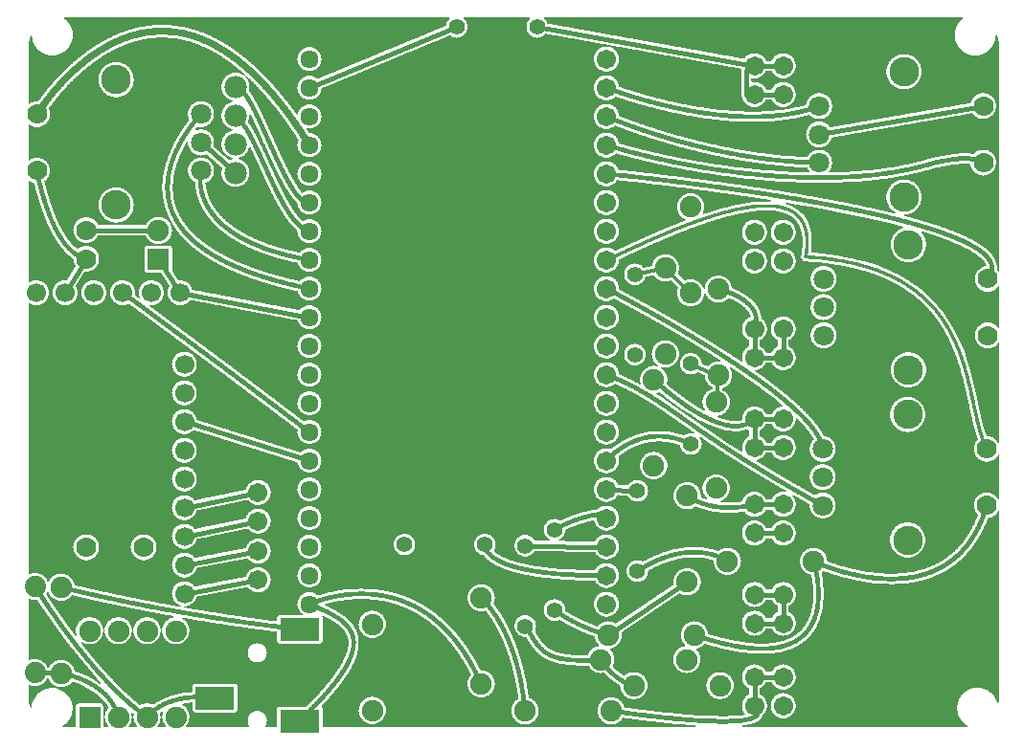
<source format=gtl>
G04 MADE WITH FRITZING*
G04 WWW.FRITZING.ORG*
G04 DOUBLE SIDED*
G04 HOLES PLATED*
G04 CONTOUR ON CENTER OF CONTOUR VECTOR*
%FSLAX26Y26*%
%MOIN*%
%ADD10C,0.075000*%
%ADD11C,0.074000*%
%ADD12C,0.070000*%
%ADD13C,0.055433*%
%ADD14C,0.066929*%
%ADD15C,0.067559*%
%ADD16C,0.078000*%
%ADD17C,0.063622*%
%ADD18C,0.070866*%
%ADD19C,0.102677*%
%ADD20R,0.137795X0.078743*%
%ADD21R,0.137795X0.078740*%
%ADD22R,0.075000X0.075000*%
%ADD23C,0.016000*%
%ADD24C,0.012000*%
%ADD25C,0.000100*%
%ADD26R,0.001000X0.001000*%
G04 COPPER1*
%FSLAX26Y26*%
%MOIN*%
D10*
X311267Y276560D03*
X2844070Y508960D03*
X76867Y366830D03*
X3346900Y1305960D03*
X2509200Y1203790D03*
X143721Y216780D03*
X143721Y516780D03*
X1226770Y87580D03*
X1226770Y387580D03*
D11*
X52966Y519990D03*
X52966Y219990D03*
X52966Y519990D03*
X52966Y219990D03*
D12*
X231332Y656090D03*
X431332Y656090D03*
D10*
X242788Y65140D03*
X242788Y365140D03*
X342788Y65140D03*
X342788Y365140D03*
X442788Y65140D03*
X442788Y365140D03*
X542788Y65140D03*
X542788Y365140D03*
D13*
X1520630Y2469871D03*
X1800630Y2469871D03*
X2140860Y1327540D03*
X2140860Y1607536D03*
X1759170Y661500D03*
X1759170Y381500D03*
X2335300Y1015700D03*
X2335300Y1295700D03*
X1618810Y665320D03*
X1338810Y665320D03*
X1861200Y717170D03*
X1861200Y437170D03*
X2149190Y852680D03*
X2149190Y572680D03*
D14*
X572910Y1294250D03*
X572910Y1194250D03*
X572910Y1094250D03*
X572910Y994250D03*
X572910Y894250D03*
X572910Y794250D03*
X572910Y694250D03*
X572910Y594250D03*
X572910Y494250D03*
D12*
X231454Y1661627D03*
X231454Y1761812D03*
D15*
X829332Y542820D03*
X829332Y642820D03*
X829332Y747250D03*
X829332Y847250D03*
X2556800Y2334249D03*
X2556800Y2234249D03*
X2556800Y2334249D03*
X2556800Y2234249D03*
X2656800Y2234249D03*
X2656800Y2334249D03*
X2556800Y491280D03*
X2556800Y391280D03*
X2556800Y491280D03*
X2556800Y391280D03*
X2656800Y391280D03*
X2656800Y491280D03*
X2556800Y203800D03*
X2556800Y103800D03*
X2556800Y203800D03*
X2556800Y103800D03*
X2656800Y103800D03*
X2656800Y203800D03*
X2556800Y805550D03*
X2556800Y705550D03*
X2556800Y805550D03*
X2556800Y705550D03*
X2656800Y705550D03*
X2656800Y805550D03*
X2556800Y1103470D03*
X2556800Y1003470D03*
X2556800Y1103470D03*
X2556800Y1003470D03*
X2656800Y1003470D03*
X2656800Y1103470D03*
X2556800Y1416770D03*
X2556800Y1316770D03*
X2556800Y1416770D03*
X2556800Y1316770D03*
X2656800Y1316770D03*
X2656800Y1416770D03*
X2556800Y1754249D03*
X2556800Y1654249D03*
X2556800Y1754249D03*
X2556800Y1654249D03*
X2656800Y1654249D03*
X2656800Y1754249D03*
D16*
X750458Y2261205D03*
X750458Y2161205D03*
X750458Y2061205D03*
X750458Y1961205D03*
D14*
X557728Y1543508D03*
X457728Y1543508D03*
X357728Y1543508D03*
X257728Y1543508D03*
X157728Y1543508D03*
X57728Y1543508D03*
D17*
X1008070Y2357804D03*
X1008070Y2257804D03*
X1008070Y2157804D03*
X1008070Y2057804D03*
X1008070Y1957804D03*
X1008070Y1857804D03*
X1008070Y1757804D03*
X1008070Y1657804D03*
X1008070Y1557804D03*
X1008070Y1457800D03*
X1008070Y1357800D03*
X1008070Y1257800D03*
X1008070Y1157800D03*
X1008070Y1057800D03*
X1008070Y957800D03*
X1008070Y857800D03*
X1008070Y757800D03*
X1008070Y657800D03*
X1008070Y557800D03*
X1008070Y457800D03*
D18*
X630711Y1969099D03*
X630711Y2067525D03*
X630711Y2165950D03*
D12*
X59845Y1968666D03*
X59845Y2165517D03*
D19*
X335435Y1849021D03*
X335435Y2286028D03*
D18*
X2797250Y1591572D03*
X2797250Y1493150D03*
X2797250Y1394720D03*
D12*
X3368120Y1592005D03*
X3368120Y1395150D03*
D19*
X3092530Y1711650D03*
X3092530Y1274640D03*
D18*
X2794380Y998730D03*
X2794380Y900310D03*
X2794380Y801880D03*
D12*
X3365250Y999170D03*
X3365250Y802310D03*
D19*
X3089660Y1118810D03*
X3089660Y681800D03*
D18*
X2781910Y2193566D03*
X2781910Y2095140D03*
X2781910Y1996715D03*
D12*
X3352780Y2193999D03*
X3352780Y1997148D03*
D19*
X3077190Y2313644D03*
X3077190Y1876637D03*
D10*
X2246750Y1629923D03*
X2246750Y1329920D03*
X2462490Y607140D03*
X2762490Y607140D03*
X2021480Y264860D03*
X2321480Y264860D03*
X2058010Y86060D03*
X1758010Y86060D03*
X1605500Y180070D03*
X1605500Y480070D03*
X2322680Y835770D03*
X2322680Y535770D03*
X2347680Y350220D03*
X2047680Y350220D03*
X2206010Y1240850D03*
X2206010Y940850D03*
X2436710Y174020D03*
X2136710Y174020D03*
X2423600Y862150D03*
X2423600Y1162150D03*
X2431010Y1556030D03*
X2431010Y1256030D03*
X2334710Y1842808D03*
X2334710Y1542808D03*
X482588Y1660216D03*
X482588Y1760216D03*
D15*
X2041400Y2357804D03*
X2041400Y2257804D03*
X2041400Y2157804D03*
X2041400Y2057804D03*
X2041400Y1957804D03*
X2041400Y1857804D03*
X2041400Y1757804D03*
X2041400Y1657804D03*
X2041400Y1557804D03*
X2041400Y1457800D03*
X2041400Y1357800D03*
X2041400Y1257800D03*
X2041400Y1157800D03*
X2041400Y1057800D03*
X2041400Y957800D03*
X2041400Y857800D03*
X2041400Y757800D03*
X2041400Y657800D03*
X2041400Y557800D03*
X2041400Y457800D03*
D20*
X974595Y51949D03*
D21*
X974595Y370260D03*
D20*
X679319Y130689D03*
D22*
X242788Y65140D03*
X482588Y1660216D03*
D23*
X143721Y216780D02*
X70671Y219370D01*
D02*
X465088Y1760327D02*
X246454Y1761717D01*
D02*
X167109Y1558537D02*
X223512Y1648902D01*
D02*
X1022620Y2263825D02*
X1504260Y2463098D01*
D02*
X2528540Y2234249D02*
X2528540Y2316532D01*
D02*
X2574520Y2234249D02*
X2639080Y2234249D01*
D02*
X2574520Y2334249D02*
X2639080Y2334249D01*
D02*
X2803250Y2098836D02*
X3331440Y2190305D01*
D24*
D02*
X2421620Y1256450D02*
X2421620Y1256450D01*
D02*
X2351430Y1288360D02*
X2421620Y1256450D01*
D02*
X2229630Y1626303D02*
X2158190Y1611199D01*
D02*
X2259190Y1617609D02*
X2322280Y1555122D01*
D02*
X2432730Y1245340D02*
X2425510Y1179540D01*
D23*
D02*
X646902Y2053148D02*
X736249Y1973820D01*
D02*
X2556800Y1399050D02*
X2556800Y1334480D01*
D02*
X2656800Y705550D02*
X2574520Y705550D01*
D02*
X2574520Y805550D02*
X2639080Y805550D01*
D02*
X2556800Y1003470D02*
X2639080Y1003470D01*
D02*
X2556800Y1103470D02*
X2556800Y1021190D01*
D02*
X2556800Y1103470D02*
X2639080Y1103470D01*
D02*
X2656800Y1316770D02*
X2656800Y1399050D01*
D02*
X2556800Y1316770D02*
X2639080Y1316770D01*
D02*
X2656800Y391280D02*
X2574520Y391280D01*
D02*
X2656800Y491280D02*
X2656800Y409000D01*
D02*
X2574520Y491280D02*
X2639080Y491280D01*
D02*
X2059100Y856960D02*
X2131500Y853520D01*
D02*
X2023680Y658040D02*
X1776890Y661270D01*
D02*
X2556800Y203800D02*
X2556800Y121520D01*
D02*
X2656800Y203800D02*
X2574520Y203800D01*
D02*
X1818060Y2466744D02*
X2539360Y2337377D01*
D02*
X2062180Y360000D02*
X2308170Y525980D01*
D02*
X492061Y1645501D02*
X548137Y1558404D01*
D02*
X992595Y1460750D02*
X575132Y1540196D01*
D02*
X589815Y1088950D02*
X993039Y962520D01*
D02*
X590260Y797830D02*
X811982Y843660D01*
D02*
X590260Y697830D02*
X811982Y743660D01*
D02*
X590317Y497550D02*
X811925Y539520D01*
D02*
X590317Y597550D02*
X811925Y639520D01*
D25*
G36*
X391200Y80990D02*
X391966Y80690D01*
X395800Y77590D01*
X396266Y76930D01*
X396500Y76160D01*
X396533Y75730D01*
X396133Y73460D01*
X395200Y65160D01*
X396133Y56890D01*
X396566Y54790D01*
X398866Y47590D01*
X399600Y45890D01*
X403500Y38660D01*
X407100Y34130D01*
X407600Y33030D01*
X407533Y31830D01*
X407166Y31090D01*
X406900Y30760D01*
X406233Y30290D01*
X405133Y30060D01*
X380033Y30090D01*
X378900Y30560D01*
X378366Y31160D01*
X378033Y31890D01*
X377933Y32290D01*
X378000Y33130D01*
X378300Y33860D01*
X381966Y38560D01*
X382566Y39530D01*
X386400Y46830D01*
X389166Y55560D01*
X389400Y56930D01*
X390333Y65260D01*
X389233Y74560D01*
X388966Y75630D01*
X388166Y78160D01*
X388166Y78990D01*
X388433Y79760D01*
X388933Y80390D01*
X389600Y80830D01*
X390400Y81060D01*
X391200Y80990D01*
D02*
G37*
D02*
G36*
X497366Y84830D02*
X498000Y84330D01*
X498466Y83670D01*
X498700Y82870D01*
X498566Y81830D01*
X496566Y75630D01*
X496133Y73470D01*
X495200Y65170D01*
X496133Y56900D01*
X496566Y54800D01*
X498866Y47600D01*
X499600Y45900D01*
X503500Y38670D01*
X507100Y34130D01*
X507600Y33030D01*
X507533Y31830D01*
X507166Y31100D01*
X506900Y30770D01*
X506233Y30300D01*
X505133Y30070D01*
X480033Y30100D01*
X478900Y30570D01*
X478366Y31170D01*
X478033Y31900D01*
X477933Y32300D01*
X478000Y33130D01*
X478300Y33870D01*
X481966Y38570D01*
X482566Y39530D01*
X486400Y46830D01*
X489166Y55570D01*
X489400Y56930D01*
X490333Y65270D01*
X489233Y74570D01*
X488966Y75630D01*
X488000Y78700D01*
X488000Y79530D01*
X488266Y80300D01*
X488766Y80930D01*
X492933Y83670D01*
X495366Y84970D01*
X496166Y85100D01*
X497366Y84830D01*
D02*
G37*
D02*
G36*
X98000Y200430D02*
X99133Y199960D01*
X99667Y199360D01*
X100533Y197530D01*
X104433Y190290D01*
X105033Y189460D01*
X109933Y183430D01*
X111033Y182430D01*
X116967Y177660D01*
X125333Y173230D01*
X133500Y170560D01*
X135367Y170190D01*
X143400Y169330D01*
X144833Y169390D01*
X153000Y170360D01*
X154100Y170630D01*
X162067Y173230D01*
X162967Y173630D01*
X170200Y177490D01*
X177167Y183090D01*
X178034Y184030D01*
X181167Y187890D01*
X181867Y188330D01*
X182634Y188530D01*
X183034Y188530D01*
X191667Y185760D01*
X206500Y180090D01*
X222634Y172930D01*
X238567Y164630D01*
X254734Y154690D01*
X270267Y143230D01*
X284400Y130560D01*
X291067Y123530D01*
X297367Y116090D01*
X303400Y107960D01*
X308467Y100090D01*
X308667Y99290D01*
X308600Y98490D01*
X308134Y97530D01*
X303500Y91660D01*
X299200Y83630D01*
X298867Y82790D01*
X296567Y75630D01*
X296134Y73460D01*
X295200Y64930D01*
X296300Y55890D01*
X296567Y54790D01*
X298867Y47590D01*
X299600Y45890D01*
X303500Y38660D01*
X307100Y34130D01*
X307600Y33030D01*
X307534Y31830D01*
X307167Y31090D01*
X306900Y30760D01*
X306234Y30290D01*
X305134Y30060D01*
X292367Y30090D01*
X291234Y30560D01*
X290700Y31160D01*
X290367Y31890D01*
X290267Y32290D01*
X290300Y64830D01*
X290367Y65060D01*
X290267Y65690D01*
X290234Y103490D01*
X289934Y105260D01*
X289434Y106660D01*
X288667Y108090D01*
X287567Y109530D01*
X286467Y110530D01*
X285134Y111430D01*
X283467Y112160D01*
X281967Y112530D01*
X280267Y112690D01*
X204467Y112660D01*
X202834Y112390D01*
X201300Y111860D01*
X199867Y111090D01*
X198434Y109990D01*
X197434Y108890D01*
X196534Y107560D01*
X195867Y106090D01*
X195434Y104390D01*
X195267Y102690D01*
X195234Y32160D01*
X194767Y31030D01*
X194167Y30490D01*
X193434Y30160D01*
X193034Y30060D01*
X149500Y30090D01*
X148367Y30560D01*
X147833Y31160D01*
X147500Y31890D01*
X147400Y32290D01*
X147467Y33130D01*
X147767Y33860D01*
X148300Y34490D01*
X152333Y36990D01*
X157033Y40490D01*
X162900Y45860D01*
X167500Y51030D01*
X170834Y55490D01*
X174500Y61430D01*
X177867Y68430D01*
X180300Y75230D01*
X181734Y80860D01*
X182934Y88860D01*
X183267Y95090D01*
X183267Y96290D01*
X182834Y103330D01*
X181700Y110590D01*
X180234Y116260D01*
X177867Y122830D01*
X174434Y129930D01*
X170767Y135860D01*
X166733Y141160D01*
X162100Y146190D01*
X157033Y150760D01*
X152333Y154260D01*
X146533Y157830D01*
X139400Y161260D01*
X132767Y163630D01*
X125933Y165330D01*
X119000Y166330D01*
X112767Y166660D01*
X111700Y166660D01*
X104467Y166230D01*
X97433Y165090D01*
X91600Y163590D01*
X85100Y161260D01*
X77967Y157830D01*
X72167Y154260D01*
X67467Y150760D01*
X61600Y145390D01*
X57200Y140460D01*
X53033Y134860D01*
X49567Y129060D01*
X46567Y122690D01*
X44267Y116190D01*
X42533Y109230D01*
X41533Y102390D01*
X41333Y99260D01*
X41233Y98860D01*
X40533Y97890D01*
X39833Y97460D01*
X39033Y97290D01*
X38633Y97290D01*
X37833Y97530D01*
X37167Y97990D01*
X36667Y98630D01*
X34467Y105590D01*
X31933Y117060D01*
X30533Y127730D01*
X30000Y139690D01*
X30033Y175630D01*
X30500Y176760D01*
X31100Y177290D01*
X31833Y177630D01*
X32233Y177730D01*
X33067Y177660D01*
X34633Y176930D01*
X43467Y174130D01*
X44533Y173930D01*
X52600Y173030D01*
X54067Y173090D01*
X62233Y174060D01*
X63267Y174330D01*
X71133Y176890D01*
X79167Y181130D01*
X86000Y186630D01*
X86933Y187660D01*
X91767Y193690D01*
X94967Y199490D01*
X95533Y200030D01*
X96700Y200460D01*
X98000Y200430D01*
D02*
G37*
D02*
G36*
X33067Y477660D02*
X34633Y476930D01*
X43467Y474130D01*
X44533Y473930D01*
X52600Y473030D01*
X54067Y473100D01*
X60000Y473730D01*
X60800Y473560D01*
X61500Y473130D01*
X61967Y472560D01*
X71533Y457630D01*
X110367Y400630D01*
X134233Y367200D01*
X160467Y331730D01*
X189500Y293930D01*
X220367Y255660D01*
X253000Y217260D01*
X282100Y185030D01*
X282433Y184260D01*
X282500Y183460D01*
X282300Y182660D01*
X281867Y182000D01*
X281567Y181700D01*
X280833Y181300D01*
X280033Y181160D01*
X279233Y181300D01*
X278500Y181660D01*
X274233Y184800D01*
X255933Y196130D01*
X237833Y205560D01*
X220133Y213400D01*
X203333Y219800D01*
X191567Y223660D01*
X190933Y224160D01*
X190467Y224830D01*
X189900Y227260D01*
X187233Y235360D01*
X183033Y243300D01*
X182367Y244230D01*
X177467Y250230D01*
X176500Y251130D01*
X170233Y256060D01*
X162167Y260400D01*
X161300Y260730D01*
X153333Y263230D01*
X152033Y263460D01*
X144000Y264330D01*
X142567Y264260D01*
X134333Y263300D01*
X133300Y263030D01*
X125333Y260430D01*
X117200Y256100D01*
X116233Y255400D01*
X110300Y250560D01*
X109433Y249600D01*
X104500Y243460D01*
X101167Y237430D01*
X100600Y236900D01*
X99433Y236460D01*
X98067Y236500D01*
X96933Y236960D01*
X96400Y237560D01*
X95700Y239100D01*
X91833Y246230D01*
X86133Y253300D01*
X85367Y254000D01*
X79133Y258930D01*
X71267Y263130D01*
X62433Y265930D01*
X61367Y266130D01*
X53267Y267030D01*
X51800Y266960D01*
X43667Y266000D01*
X42633Y265730D01*
X34767Y263160D01*
X32967Y262360D01*
X31767Y262430D01*
X31033Y262800D01*
X30467Y263360D01*
X30100Y264100D01*
X30000Y264830D01*
X30033Y475630D01*
X30500Y476760D01*
X31100Y477300D01*
X31833Y477630D01*
X32233Y477730D01*
X33067Y477660D01*
D02*
G37*
D02*
G36*
X2668030Y1857630D02*
X2703100Y1851863D01*
X2769700Y1840230D01*
X2835530Y1827996D01*
X2900160Y1815196D01*
X2963060Y1801730D01*
X3023630Y1787630D01*
X3074260Y1774763D01*
X3074630Y1774563D01*
X3075230Y1774030D01*
X3075630Y1773296D01*
X3075760Y1772496D01*
X3075630Y1771696D01*
X3075260Y1770963D01*
X3074700Y1770396D01*
X3073860Y1770030D01*
X3068360Y1767996D01*
X3058260Y1762496D01*
X3057260Y1761763D01*
X3049200Y1755096D01*
X3048460Y1754296D01*
X3041730Y1745996D01*
X3036130Y1735630D01*
X3033830Y1729296D01*
X3032530Y1724330D01*
X3031430Y1717330D01*
X3031160Y1712163D01*
X3031430Y1705996D01*
X3032560Y1698896D01*
X3034160Y1693030D01*
X3036230Y1687496D01*
X3041730Y1677330D01*
X3049000Y1668430D01*
X3049800Y1667696D01*
X3058060Y1660996D01*
X3058960Y1660430D01*
X3068600Y1655263D01*
X3074760Y1653063D01*
X3080700Y1651563D01*
X3085960Y1650730D01*
X3091930Y1650363D01*
X3093060Y1650363D01*
X3099200Y1650763D01*
X3105330Y1651763D01*
X3111130Y1653330D01*
X3116630Y1655363D01*
X3126730Y1660863D01*
X3127560Y1661463D01*
X3135800Y1668230D01*
X3136600Y1669096D01*
X3143260Y1677330D01*
X3148860Y1687730D01*
X3151160Y1694096D01*
X3152660Y1700030D01*
X3153600Y1706363D01*
X3153830Y1712296D01*
X3153560Y1717330D01*
X3152430Y1724496D01*
X3150800Y1730430D01*
X3148860Y1735630D01*
X3143230Y1746030D01*
X3142560Y1746963D01*
X3138130Y1752430D01*
X3137830Y1753163D01*
X3137900Y1754396D01*
X3138260Y1755130D01*
X3138830Y1755696D01*
X3139560Y1756063D01*
X3140360Y1756163D01*
X3141060Y1756063D01*
X3185560Y1742030D01*
X3209460Y1733796D01*
X3230930Y1725796D01*
X3251730Y1717463D01*
X3270430Y1709330D01*
X3288400Y1700763D01*
X3303800Y1692663D01*
X3318100Y1684163D01*
X3331000Y1675463D01*
X3341330Y1667263D01*
X3350060Y1659030D01*
X3356660Y1651263D01*
X3361200Y1644230D01*
X3363200Y1639363D01*
X3363260Y1638530D01*
X3363030Y1637763D01*
X3362600Y1637096D01*
X3362300Y1636796D01*
X3361560Y1636430D01*
X3361030Y1636296D01*
X3359260Y1636063D01*
X3358160Y1635796D01*
X3350730Y1633430D01*
X3343000Y1629296D01*
X3336400Y1623996D01*
X3335530Y1623063D01*
X3330830Y1617096D01*
X3326800Y1609630D01*
X3324060Y1601030D01*
X3323100Y1592330D01*
X3324060Y1583196D01*
X3324330Y1582096D01*
X3326730Y1574596D01*
X3327160Y1573663D01*
X3330860Y1566930D01*
X3331430Y1566130D01*
X3336060Y1560430D01*
X3337200Y1559396D01*
X3342800Y1554896D01*
X3350500Y1550730D01*
X3359100Y1547996D01*
X3367800Y1547030D01*
X3376930Y1547996D01*
X3378130Y1548296D01*
X3385530Y1550663D01*
X3386530Y1551130D01*
X3393200Y1554796D01*
X3394030Y1555396D01*
X3399800Y1560130D01*
X3400600Y1560996D01*
X3404960Y1566396D01*
X3405630Y1566896D01*
X3406400Y1567163D01*
X3407200Y1567163D01*
X3407960Y1566896D01*
X3408630Y1566396D01*
X3409060Y1565730D01*
X3409300Y1564963D01*
X3409260Y1422160D01*
X3408800Y1421030D01*
X3408200Y1420500D01*
X3407460Y1420160D01*
X3407060Y1420060D01*
X3406230Y1420130D01*
X3405500Y1420430D01*
X3404730Y1421130D01*
X3400060Y1426830D01*
X3399130Y1427700D01*
X3393360Y1432330D01*
X3385600Y1436500D01*
X3377300Y1439160D01*
X3368400Y1440200D01*
X3359200Y1439230D01*
X3358160Y1438960D01*
X3350700Y1436530D01*
X3349800Y1436130D01*
X3343030Y1432460D01*
X3342060Y1431760D01*
X3336360Y1427100D01*
X3335360Y1426000D01*
X3330830Y1420230D01*
X3326800Y1412760D01*
X3324060Y1404160D01*
X3323100Y1395500D01*
X3324060Y1386360D01*
X3324330Y1385260D01*
X3326700Y1377830D01*
X3330830Y1370100D01*
X3336060Y1363560D01*
X3337200Y1362530D01*
X3342800Y1358030D01*
X3343730Y1357460D01*
X3350530Y1353900D01*
X3351460Y1353530D01*
X3358900Y1351200D01*
X3360060Y1351000D01*
X3367860Y1350200D01*
X3369160Y1350260D01*
X3377100Y1351160D01*
X3378030Y1351400D01*
X3385500Y1353830D01*
X3386430Y1354260D01*
X3393160Y1357900D01*
X3399800Y1363260D01*
X3400600Y1364130D01*
X3404960Y1369530D01*
X3405630Y1370030D01*
X3406400Y1370300D01*
X3407200Y1370300D01*
X3407960Y1370030D01*
X3408630Y1369530D01*
X3409060Y1368860D01*
X3409300Y1368100D01*
X3409260Y1021230D01*
X3408800Y1020100D01*
X3408200Y1019560D01*
X3407460Y1019230D01*
X3407060Y1019130D01*
X3406230Y1019200D01*
X3405500Y1019500D01*
X3404860Y1020030D01*
X3402500Y1024260D01*
X3401800Y1025230D01*
X3397200Y1030860D01*
X3396260Y1031730D01*
X3390500Y1036360D01*
X3382830Y1040500D01*
X3374230Y1043230D01*
X3365130Y1044260D01*
X3364360Y1044600D01*
X3363760Y1045130D01*
X3363360Y1045930D01*
X3358460Y1061300D01*
X3352630Y1082330D01*
X3341800Y1128100D01*
X3330930Y1177960D01*
X3319000Y1230200D01*
X3312160Y1257260D01*
X3304460Y1284630D01*
X3295900Y1312060D01*
X3286200Y1339600D01*
X3275200Y1367030D01*
X3262730Y1394330D01*
X3248560Y1421360D01*
X3232760Y1447630D01*
X3214960Y1473260D01*
X3205000Y1486160D01*
X3194900Y1498400D01*
X3184060Y1510530D01*
X3172630Y1522400D01*
X3160600Y1534030D01*
X3147930Y1545396D01*
X3134600Y1556430D01*
X3120630Y1567130D01*
X3106000Y1577496D01*
X3090560Y1587496D01*
X3074660Y1597030D01*
X3058230Y1606030D01*
X3040400Y1614963D01*
X3022060Y1623296D01*
X3003000Y1631230D01*
X2983130Y1638663D01*
X2962400Y1645630D01*
X2940800Y1652163D01*
X2918360Y1658130D01*
X2895060Y1663596D01*
X2870800Y1668563D01*
X2845730Y1672930D01*
X2819700Y1676763D01*
X2792660Y1679996D01*
X2764700Y1682630D01*
X2755560Y1683296D01*
X2754800Y1683596D01*
X2754200Y1684163D01*
X2753660Y1685230D01*
X2753630Y1685963D01*
X2755230Y1702496D01*
X2755800Y1719330D01*
X2755260Y1735063D01*
X2753700Y1749930D01*
X2751030Y1763930D01*
X2747330Y1776896D01*
X2743060Y1787863D01*
X2736760Y1799996D01*
X2730430Y1809496D01*
X2722830Y1818663D01*
X2722100Y1819463D01*
X2713230Y1827896D01*
X2703900Y1835096D01*
X2694630Y1840930D01*
X2683030Y1846830D01*
X2671730Y1851296D01*
X2666900Y1852763D01*
X2666160Y1853130D01*
X2665600Y1853696D01*
X2665230Y1854430D01*
X2665130Y1855230D01*
X2665160Y1855630D01*
X2665460Y1856396D01*
X2665960Y1857030D01*
X2666300Y1857296D01*
X2667060Y1857596D01*
X2667460Y1857663D01*
X2668030Y1857630D01*
D02*
G37*
D02*
G36*
X3096200Y1742797D02*
X3098870Y1742364D01*
X3104500Y1740664D01*
X3110000Y1737664D01*
X3114900Y1733530D01*
X3118430Y1729297D01*
X3121300Y1724130D01*
X3121500Y1723664D01*
X3123230Y1717997D01*
X3123630Y1715264D01*
X3123800Y1711697D01*
X3123630Y1708030D01*
X3123230Y1705397D01*
X3121570Y1699830D01*
X3118500Y1694197D01*
X3114600Y1689530D01*
X3110000Y1685697D01*
X3105000Y1682897D01*
X3104530Y1682697D01*
X3098470Y1680897D01*
X3095830Y1680497D01*
X3092400Y1680364D01*
X3088870Y1680530D01*
X3086200Y1680964D01*
X3080500Y1682697D01*
X3074900Y1685764D01*
X3070170Y1689764D01*
X3066300Y1694497D01*
X3063470Y1699830D01*
X3061670Y1705964D01*
X3061330Y1708297D01*
X3061200Y1711697D01*
X3061400Y1715497D01*
X3061770Y1717897D01*
X3063570Y1723797D01*
X3066600Y1729297D01*
X3070600Y1734030D01*
X3075330Y1737864D01*
X3080530Y1740664D01*
X3086470Y1742430D01*
X3089070Y1742830D01*
X3092370Y1742997D01*
X3096200Y1742797D01*
D02*
G37*
D02*
G36*
X3080800Y1907796D02*
X3083470Y1907363D01*
X3089170Y1905630D01*
X3094670Y1902630D01*
X3099470Y1898596D01*
X3103370Y1893830D01*
X3106170Y1888630D01*
X3107970Y1882596D01*
X3108300Y1880330D01*
X3108470Y1876763D01*
X3108300Y1873196D01*
X3107900Y1870363D01*
X3106170Y1864663D01*
X3103170Y1859163D01*
X3099540Y1854796D01*
X3094270Y1850396D01*
X3089170Y1847663D01*
X3083170Y1845896D01*
X3080540Y1845496D01*
X3077070Y1845363D01*
X3073540Y1845530D01*
X3070800Y1845963D01*
X3065200Y1847663D01*
X3059600Y1850730D01*
X3054870Y1854730D01*
X3051170Y1859163D01*
X3048370Y1864196D01*
X3048170Y1864663D01*
X3046440Y1870363D01*
X3046000Y1873430D01*
X3045870Y1876763D01*
X3046070Y1880563D01*
X3046440Y1882963D01*
X3048170Y1888630D01*
X3051240Y1894230D01*
X3055170Y1898930D01*
X3060000Y1902863D01*
X3065170Y1905630D01*
X3071200Y1907430D01*
X3073840Y1907830D01*
X3077070Y1907963D01*
X3080800Y1907796D01*
D02*
G37*
D02*
G36*
X3093330Y712960D02*
X3096000Y712530D01*
X3101630Y710830D01*
X3107130Y707830D01*
X3112030Y703690D01*
X3115800Y699090D01*
X3118630Y693860D01*
X3120400Y687930D01*
X3120800Y685290D01*
X3120930Y681930D01*
X3120760Y678230D01*
X3120360Y675560D01*
X3118660Y669930D01*
X3115560Y664260D01*
X3111800Y659760D01*
X3107130Y655860D01*
X3102130Y653060D01*
X3101660Y652860D01*
X3095600Y651060D01*
X3092960Y650660D01*
X3089530Y650530D01*
X3086000Y650690D01*
X3083330Y651130D01*
X3077630Y652860D01*
X3072060Y655890D01*
X3067260Y659960D01*
X3063430Y664660D01*
X3060660Y669830D01*
X3058830Y676030D01*
X3058460Y678530D01*
X3058330Y681930D01*
X3058500Y685560D01*
X3058900Y688130D01*
X3060660Y693860D01*
X3063430Y698990D01*
X3067860Y704290D01*
X3072460Y708030D01*
X3077660Y710830D01*
X3083600Y712590D01*
X3086200Y712990D01*
X3089500Y713160D01*
X3093330Y712960D01*
D02*
G37*
D02*
G36*
X2226770Y1197830D02*
X2227500Y1197530D01*
X2234600Y1191400D01*
X2255200Y1174570D01*
X2278800Y1156300D01*
X2304870Y1137500D01*
X2332830Y1119000D01*
X2362170Y1101670D01*
X2377300Y1093630D01*
X2392670Y1086200D01*
X2408100Y1079470D01*
X2423100Y1073770D01*
X2439070Y1068630D01*
X2454500Y1064730D01*
X2470000Y1062100D01*
X2485500Y1060870D01*
X2500830Y1061170D01*
X2515900Y1063170D01*
X2529230Y1066600D01*
X2531130Y1067270D01*
X2532370Y1067200D01*
X2537800Y1064270D01*
X2538330Y1063700D01*
X2538770Y1062530D01*
X2538730Y1044300D01*
X2538270Y1043170D01*
X2537470Y1042500D01*
X2532400Y1039730D01*
X2531530Y1039130D01*
X2525970Y1034600D01*
X2524970Y1033500D01*
X2520600Y1028030D01*
X2516530Y1020370D01*
X2514000Y1012430D01*
X2513770Y1011030D01*
X2513000Y1003770D01*
X2513900Y994970D01*
X2514830Y991770D01*
X2514830Y990970D01*
X2514570Y990200D01*
X2514030Y989530D01*
X2513370Y989100D01*
X2512570Y988900D01*
X2511770Y988970D01*
X2511000Y989300D01*
X2460870Y1021870D01*
X2413500Y1053700D01*
X2331330Y1110830D01*
X2260630Y1160170D01*
X2227570Y1182200D01*
X2215130Y1190000D01*
X2214530Y1190570D01*
X2214130Y1191270D01*
X2214000Y1191670D01*
X2214070Y1192870D01*
X2214430Y1193600D01*
X2215000Y1194170D01*
X2215870Y1194570D01*
X2224370Y1197300D01*
X2225530Y1197800D01*
X2225930Y1197900D01*
X2226770Y1197830D01*
D02*
G37*
D02*
G36*
X2474070Y1284290D02*
X2474900Y1283930D01*
X2504600Y1263990D01*
X2537770Y1241030D01*
X2570030Y1217860D01*
X2600700Y1194930D01*
X2629930Y1172030D01*
X2655130Y1151130D01*
X2655670Y1150060D01*
X2655730Y1149230D01*
X2655500Y1148460D01*
X2655070Y1147790D01*
X2654770Y1147490D01*
X2654030Y1147130D01*
X2648170Y1146330D01*
X2647100Y1146060D01*
X2639870Y1143690D01*
X2638970Y1143290D01*
X2632400Y1139730D01*
X2631530Y1139130D01*
X2625970Y1134590D01*
X2624970Y1133490D01*
X2620600Y1128030D01*
X2617570Y1122460D01*
X2616970Y1121930D01*
X2616230Y1121590D01*
X2615800Y1121490D01*
X2597600Y1121530D01*
X2596470Y1121990D01*
X2595800Y1122830D01*
X2593030Y1127890D01*
X2592330Y1128860D01*
X2588430Y1133690D01*
X2586730Y1135360D01*
X2581300Y1139630D01*
X2580330Y1140230D01*
X2573700Y1143690D01*
X2565700Y1146260D01*
X2564570Y1146460D01*
X2557100Y1147290D01*
X2555630Y1147230D01*
X2548170Y1146330D01*
X2547100Y1146060D01*
X2539870Y1143690D01*
X2538970Y1143290D01*
X2532400Y1139730D01*
X2531530Y1139130D01*
X2525970Y1134590D01*
X2524970Y1133490D01*
X2520600Y1128030D01*
X2516530Y1120360D01*
X2514000Y1112430D01*
X2513770Y1111030D01*
X2513000Y1103760D01*
X2513200Y1101030D01*
X2513030Y1100230D01*
X2512600Y1099530D01*
X2511600Y1098830D01*
X2508130Y1097890D01*
X2497600Y1096660D01*
X2486500Y1096630D01*
X2473870Y1097860D01*
X2461730Y1099990D01*
X2448300Y1103430D01*
X2434600Y1107790D01*
X2427530Y1110530D01*
X2426900Y1111060D01*
X2426370Y1112130D01*
X2426300Y1112960D01*
X2426530Y1113730D01*
X2426970Y1114390D01*
X2427270Y1114690D01*
X2428000Y1115060D01*
X2428530Y1115190D01*
X2432870Y1115730D01*
X2433970Y1115990D01*
X2441930Y1118590D01*
X2442830Y1118990D01*
X2450070Y1122860D01*
X2457030Y1128460D01*
X2457900Y1129390D01*
X2462770Y1135560D01*
X2463370Y1136530D01*
X2467200Y1143830D01*
X2469970Y1152560D01*
X2470200Y1153930D01*
X2471070Y1161890D01*
X2471000Y1163330D01*
X2470030Y1171560D01*
X2469770Y1172630D01*
X2467170Y1180560D01*
X2462900Y1188660D01*
X2457370Y1195560D01*
X2456370Y1196490D01*
X2450200Y1201360D01*
X2449230Y1201960D01*
X2445500Y1203960D01*
X2444930Y1204560D01*
X2444600Y1205290D01*
X2444500Y1205690D01*
X2444500Y1206260D01*
X2444870Y1209460D01*
X2445100Y1210230D01*
X2445570Y1210890D01*
X2446230Y1211390D01*
X2449370Y1212460D01*
X2457530Y1216830D01*
X2458300Y1217360D01*
X2464430Y1222290D01*
X2465470Y1223460D01*
X2470270Y1229560D01*
X2474570Y1237590D01*
X2474900Y1238460D01*
X2477400Y1246430D01*
X2477630Y1247790D01*
X2478500Y1255760D01*
X2478430Y1257190D01*
X2477430Y1265560D01*
X2474800Y1273930D01*
X2474170Y1275330D01*
X2471130Y1281060D01*
X2471000Y1281860D01*
X2471130Y1282660D01*
X2471500Y1283360D01*
X2471770Y1283690D01*
X2472470Y1284130D01*
X2473230Y1284360D01*
X2474070Y1284290D01*
D02*
G37*
D02*
G36*
X3093330Y1149960D02*
X3096000Y1149530D01*
X3101630Y1147830D01*
X3107130Y1144830D01*
X3111860Y1140830D01*
X3115630Y1136330D01*
X3118430Y1131290D01*
X3118630Y1130830D01*
X3120430Y1124760D01*
X3120760Y1122490D01*
X3120930Y1118830D01*
X3120760Y1115490D01*
X3120360Y1112560D01*
X3118630Y1106860D01*
X3115660Y1101390D01*
X3111630Y1096630D01*
X3107130Y1092860D01*
X3102130Y1090060D01*
X3101660Y1089860D01*
X3095600Y1088060D01*
X3092960Y1087660D01*
X3089530Y1087530D01*
X3086000Y1087690D01*
X3083330Y1088130D01*
X3077630Y1089860D01*
X3072060Y1092930D01*
X3067360Y1096890D01*
X3063360Y1101790D01*
X3060630Y1106890D01*
X3058900Y1112660D01*
X3058460Y1115730D01*
X3058330Y1118830D01*
X3058530Y1122730D01*
X3058900Y1125130D01*
X3060660Y1130860D01*
X3063660Y1136330D01*
X3067860Y1141290D01*
X3072460Y1145030D01*
X3077660Y1147830D01*
X3083600Y1149590D01*
X3086200Y1149990D01*
X3089500Y1150160D01*
X3093330Y1149960D01*
D02*
G37*
D02*
G36*
X3096130Y1305790D02*
X3098870Y1305360D01*
X3104500Y1303660D01*
X3110000Y1300660D01*
X3114870Y1296560D01*
X3118400Y1292330D01*
X3121270Y1287230D01*
X3121470Y1286760D01*
X3123270Y1280760D01*
X3123630Y1278360D01*
X3123800Y1274730D01*
X3123630Y1271090D01*
X3123230Y1268430D01*
X3121500Y1262690D01*
X3118500Y1257190D01*
X3114600Y1252530D01*
X3110000Y1248690D01*
X3105000Y1245890D01*
X3104530Y1245690D01*
X3098470Y1243890D01*
X3095830Y1243490D01*
X3092400Y1243360D01*
X3088870Y1243530D01*
X3086200Y1243960D01*
X3080500Y1245690D01*
X3074930Y1248730D01*
X3070200Y1252690D01*
X3066300Y1257490D01*
X3063530Y1262660D01*
X3061700Y1268860D01*
X3061330Y1271390D01*
X3061200Y1274730D01*
X3061400Y1278590D01*
X3061770Y1280930D01*
X3063570Y1286760D01*
X3066300Y1291830D01*
X3070730Y1297130D01*
X3075330Y1300860D01*
X3080530Y1303660D01*
X3086500Y1305430D01*
X3089130Y1305830D01*
X3092400Y1305960D01*
X3096130Y1305790D01*
D02*
G37*
D02*
G36*
X339200Y1880163D02*
X341633Y1879796D01*
X347400Y1878030D01*
X352867Y1875063D01*
X357467Y1871230D01*
X361533Y1866363D01*
X364367Y1861130D01*
X366233Y1854930D01*
X366567Y1852696D01*
X366733Y1849130D01*
X366567Y1845596D01*
X366200Y1842963D01*
X364433Y1837130D01*
X361400Y1831563D01*
X357367Y1826796D01*
X352900Y1823063D01*
X347900Y1820263D01*
X347433Y1820063D01*
X341367Y1818263D01*
X338733Y1817863D01*
X335333Y1817730D01*
X331800Y1817896D01*
X329133Y1818330D01*
X323400Y1820063D01*
X317933Y1823063D01*
X313133Y1827130D01*
X309433Y1831563D01*
X306600Y1836663D01*
X306400Y1837130D01*
X304633Y1842963D01*
X304267Y1845530D01*
X304100Y1849130D01*
X304300Y1853063D01*
X304733Y1855430D01*
X306467Y1861130D01*
X309300Y1866363D01*
X313367Y1871230D01*
X317967Y1875063D01*
X323433Y1878030D01*
X329567Y1879863D01*
X331867Y1880196D01*
X335300Y1880363D01*
X339200Y1880163D01*
D02*
G37*
D02*
G36*
X339033Y2317196D02*
X341700Y2316763D01*
X347433Y2315030D01*
X352900Y2312030D01*
X357700Y2307996D01*
X361667Y2303130D01*
X364367Y2298130D01*
X366233Y2291930D01*
X366567Y2289696D01*
X366733Y2286163D01*
X366567Y2282596D01*
X366200Y2279896D01*
X364400Y2274030D01*
X361400Y2268563D01*
X357400Y2263796D01*
X352500Y2259796D01*
X347400Y2257063D01*
X341267Y2255230D01*
X338967Y2254896D01*
X335300Y2254730D01*
X331633Y2254930D01*
X329200Y2255296D01*
X323433Y2257063D01*
X317933Y2260063D01*
X313100Y2264130D01*
X309167Y2268963D01*
X306400Y2274130D01*
X304667Y2279830D01*
X304267Y2282563D01*
X304100Y2286163D01*
X304267Y2289696D01*
X304633Y2292163D01*
X306467Y2298130D01*
X309433Y2303530D01*
X313467Y2308330D01*
X318333Y2312296D01*
X323400Y2315030D01*
X329467Y2316830D01*
X332100Y2317230D01*
X335333Y2317363D01*
X339033Y2317196D01*
D02*
G37*
D02*
G36*
X3080800Y2344796D02*
X3083540Y2344363D01*
X3089170Y2342663D01*
X3094670Y2339663D01*
X3099470Y2335596D01*
X3103340Y2330863D01*
X3106170Y2325630D01*
X3107970Y2319596D01*
X3108300Y2317363D01*
X3108470Y2313663D01*
X3108300Y2310030D01*
X3107900Y2307363D01*
X3106200Y2301763D01*
X3103100Y2296096D01*
X3099170Y2291430D01*
X3094670Y2287663D01*
X3089640Y2284863D01*
X3089170Y2284663D01*
X3083170Y2282896D01*
X3080540Y2282496D01*
X3077070Y2282363D01*
X3073540Y2282530D01*
X3070800Y2282963D01*
X3065200Y2284663D01*
X3059600Y2287730D01*
X3054870Y2291696D01*
X3050970Y2296496D01*
X3048140Y2301763D01*
X3046370Y2307730D01*
X3046000Y2310296D01*
X3045870Y2313663D01*
X3046070Y2317596D01*
X3046440Y2319963D01*
X3048170Y2325630D01*
X3051270Y2331263D01*
X3055270Y2335996D01*
X3060000Y2339863D01*
X3065200Y2342663D01*
X3071170Y2344430D01*
X3073800Y2344830D01*
X3077070Y2344963D01*
X3080800Y2344796D01*
D02*
G37*
D02*
D26*
X155500Y2502430D02*
X1495500Y2502430D01*
X1545500Y2502430D02*
X1775500Y2502430D01*
X1825500Y2502430D02*
X3281500Y2502430D01*
X155500Y2501430D02*
X1496500Y2501430D01*
X1544500Y2501430D02*
X1776500Y2501430D01*
X1824500Y2501430D02*
X3282500Y2501430D01*
X154500Y2500430D02*
X1496500Y2500430D01*
X1544500Y2500430D02*
X1776500Y2500430D01*
X1824500Y2500430D02*
X3282500Y2500430D01*
X155500Y2499430D02*
X1496500Y2499430D01*
X1544500Y2499430D02*
X1776500Y2499430D01*
X1824500Y2499430D02*
X3282500Y2499430D01*
X155500Y2498430D02*
X1495500Y2498430D01*
X1545500Y2498430D02*
X1775500Y2498430D01*
X1825500Y2498430D02*
X3281500Y2498430D01*
X157500Y2497430D02*
X1494500Y2497430D01*
X1546500Y2497430D02*
X1774500Y2497430D01*
X1826500Y2497430D02*
X3280500Y2497430D01*
X158500Y2496430D02*
X1493500Y2496430D01*
X1547500Y2496430D02*
X1773500Y2496430D01*
X1827500Y2496430D02*
X3278500Y2496430D01*
X159500Y2495430D02*
X1492500Y2495430D01*
X1548500Y2495430D02*
X1772500Y2495430D01*
X1828500Y2495430D02*
X3277500Y2495430D01*
X160500Y2494430D02*
X1491500Y2494430D01*
X1549500Y2494430D02*
X1771500Y2494430D01*
X1829500Y2494430D02*
X3276500Y2494430D01*
X161500Y2493430D02*
X1490500Y2493430D01*
X1550500Y2493430D02*
X1770500Y2493430D01*
X1830500Y2493430D02*
X3275500Y2493430D01*
X163500Y2492430D02*
X1489500Y2492430D01*
X1551500Y2492430D02*
X1769500Y2492430D01*
X1830500Y2492430D02*
X3274500Y2492430D01*
X164500Y2491430D02*
X1489500Y2491430D01*
X1551500Y2491430D02*
X1769500Y2491430D01*
X1831500Y2491430D02*
X3273500Y2491430D01*
X164500Y2490430D02*
X1488500Y2490430D01*
X1552500Y2490430D02*
X1768500Y2490430D01*
X1832500Y2490430D02*
X3272500Y2490430D01*
X165500Y2489430D02*
X1487500Y2489430D01*
X1553500Y2489430D02*
X1767500Y2489430D01*
X1832500Y2489430D02*
X3271500Y2489430D01*
X166500Y2488430D02*
X1487500Y2488430D01*
X1553500Y2488430D02*
X1767500Y2488430D01*
X1833500Y2488430D02*
X3270500Y2488430D01*
X167500Y2487430D02*
X1486500Y2487430D01*
X1554500Y2487430D02*
X1766500Y2487430D01*
X1834500Y2487430D02*
X3269500Y2487430D01*
X168500Y2486430D02*
X1486500Y2486430D01*
X1554500Y2486430D02*
X1766500Y2486430D01*
X1834500Y2486430D02*
X3268500Y2486430D01*
X169500Y2485430D02*
X1485500Y2485430D01*
X1555500Y2485430D02*
X1765500Y2485430D01*
X1835500Y2485430D02*
X3268500Y2485430D01*
X170500Y2484430D02*
X1485500Y2484430D01*
X1555500Y2484430D02*
X1765500Y2484430D01*
X1835500Y2484430D02*
X3267500Y2484430D01*
X170500Y2483430D02*
X1484500Y2483430D01*
X1555500Y2483430D02*
X1764500Y2483430D01*
X1835500Y2483430D02*
X3266500Y2483430D01*
X171500Y2482430D02*
X1484500Y2482430D01*
X1556500Y2482430D02*
X1764500Y2482430D01*
X1836500Y2482430D02*
X3265500Y2482430D01*
X172500Y2481430D02*
X1484500Y2481430D01*
X1556500Y2481430D02*
X1764500Y2481430D01*
X1838500Y2481430D02*
X3265500Y2481430D01*
X172500Y2480430D02*
X1483500Y2480430D01*
X1556500Y2480430D02*
X1763500Y2480430D01*
X1844500Y2480430D02*
X3264500Y2480430D01*
X173500Y2479430D02*
X1483500Y2479430D01*
X1557500Y2479430D02*
X1763500Y2479430D01*
X1849500Y2479430D02*
X3263500Y2479430D01*
X174500Y2478430D02*
X1483500Y2478430D01*
X1557500Y2478430D02*
X1763500Y2478430D01*
X1855500Y2478430D02*
X3263500Y2478430D01*
X174500Y2477430D02*
X1483500Y2477430D01*
X1557500Y2477430D02*
X1763500Y2477430D01*
X1860500Y2477430D02*
X3262500Y2477430D01*
X175500Y2476430D02*
X473500Y2476430D01*
X515500Y2476430D02*
X1482500Y2476430D01*
X1557500Y2476430D02*
X1762500Y2476430D01*
X1866500Y2476430D02*
X3262500Y2476430D01*
X175500Y2475430D02*
X459500Y2475430D01*
X528500Y2475430D02*
X1482500Y2475430D01*
X1558500Y2475430D02*
X1762500Y2475430D01*
X1872500Y2475430D02*
X3261500Y2475430D01*
X176500Y2474430D02*
X450500Y2474430D01*
X538500Y2474430D02*
X1482500Y2474430D01*
X1558500Y2474430D02*
X1762500Y2474430D01*
X1877500Y2474430D02*
X3261500Y2474430D01*
X176500Y2473430D02*
X442500Y2473430D01*
X546500Y2473430D02*
X1481500Y2473430D01*
X1558500Y2473430D02*
X1762500Y2473430D01*
X1883500Y2473430D02*
X3260500Y2473430D01*
X177500Y2472430D02*
X436500Y2472430D01*
X552500Y2472430D02*
X1478500Y2472430D01*
X1558500Y2472430D02*
X1762500Y2472430D01*
X1888500Y2472430D02*
X3260500Y2472430D01*
X177500Y2471430D02*
X430500Y2471430D01*
X558500Y2471430D02*
X1476500Y2471430D01*
X1558500Y2471430D02*
X1762500Y2471430D01*
X1894500Y2471430D02*
X3259500Y2471430D01*
X178500Y2470430D02*
X424500Y2470430D01*
X565500Y2470430D02*
X1474500Y2470430D01*
X1558500Y2470430D02*
X1762500Y2470430D01*
X1899500Y2470430D02*
X3259500Y2470430D01*
X178500Y2469430D02*
X419500Y2469430D01*
X569500Y2469430D02*
X1471500Y2469430D01*
X1558500Y2469430D02*
X1762500Y2469430D01*
X1905500Y2469430D02*
X3258500Y2469430D01*
X179500Y2468430D02*
X414500Y2468430D01*
X574500Y2468430D02*
X1469500Y2468430D01*
X1558500Y2468430D02*
X1762500Y2468430D01*
X1911500Y2468430D02*
X3258500Y2468430D01*
X179500Y2467430D02*
X410500Y2467430D01*
X578500Y2467430D02*
X1466500Y2467430D01*
X1558500Y2467430D02*
X1762500Y2467430D01*
X1916500Y2467430D02*
X3257500Y2467430D01*
X180500Y2466430D02*
X405500Y2466430D01*
X473500Y2466430D02*
X515500Y2466430D01*
X583500Y2466430D02*
X1464500Y2466430D01*
X1558500Y2466430D02*
X1762500Y2466430D01*
X1922500Y2466430D02*
X3257500Y2466430D01*
X180500Y2465430D02*
X401500Y2465430D01*
X460500Y2465430D02*
X528500Y2465430D01*
X587500Y2465430D02*
X1461500Y2465430D01*
X1558500Y2465430D02*
X1762500Y2465430D01*
X1927500Y2465430D02*
X3257500Y2465430D01*
X180500Y2464430D02*
X397500Y2464430D01*
X451500Y2464430D02*
X537500Y2464430D01*
X591500Y2464430D02*
X1459500Y2464430D01*
X1558500Y2464430D02*
X1762500Y2464430D01*
X1933500Y2464430D02*
X3256500Y2464430D01*
X181500Y2463430D02*
X394500Y2463430D01*
X444500Y2463430D02*
X545500Y2463430D01*
X595500Y2463430D02*
X1457500Y2463430D01*
X1558500Y2463430D02*
X1762500Y2463430D01*
X1939500Y2463430D02*
X3256500Y2463430D01*
X181500Y2462430D02*
X390500Y2462430D01*
X437500Y2462430D02*
X551500Y2462430D01*
X598500Y2462430D02*
X1454500Y2462430D01*
X1557500Y2462430D02*
X1763500Y2462430D01*
X1944500Y2462430D02*
X3256500Y2462430D01*
X181500Y2461430D02*
X386500Y2461430D01*
X431500Y2461430D02*
X557500Y2461430D01*
X602500Y2461430D02*
X1452500Y2461430D01*
X1557500Y2461430D02*
X1763500Y2461430D01*
X1950500Y2461430D02*
X3255500Y2461430D01*
X181500Y2460430D02*
X383500Y2460430D01*
X426500Y2460430D02*
X563500Y2460430D01*
X605500Y2460430D02*
X1449500Y2460430D01*
X1557500Y2460430D02*
X1763500Y2460430D01*
X1955500Y2460430D02*
X3255500Y2460430D01*
X182500Y2459430D02*
X380500Y2459430D01*
X421500Y2459430D02*
X568500Y2459430D01*
X609500Y2459430D02*
X1447500Y2459430D01*
X1556500Y2459430D02*
X1763500Y2459430D01*
X1961500Y2459430D02*
X3255500Y2459430D01*
X182500Y2458430D02*
X377500Y2458430D01*
X416500Y2458430D02*
X573500Y2458430D01*
X612500Y2458430D02*
X1445500Y2458430D01*
X1556500Y2458430D02*
X1764500Y2458430D01*
X1966500Y2458430D02*
X3255500Y2458430D01*
X182500Y2457430D02*
X373500Y2457430D01*
X412500Y2457430D02*
X577500Y2457430D01*
X615500Y2457430D02*
X1442500Y2457430D01*
X1556500Y2457430D02*
X1764500Y2457430D01*
X1972500Y2457430D02*
X3254500Y2457430D01*
X183500Y2456430D02*
X370500Y2456430D01*
X407500Y2456430D02*
X581500Y2456430D01*
X618500Y2456430D02*
X1440500Y2456430D01*
X1555500Y2456430D02*
X1764500Y2456430D01*
X1978500Y2456430D02*
X3254500Y2456430D01*
X183500Y2455430D02*
X367500Y2455430D01*
X403500Y2455430D02*
X585500Y2455430D01*
X621500Y2455430D02*
X1437500Y2455430D01*
X1555500Y2455430D02*
X1765500Y2455430D01*
X1983500Y2455430D02*
X3254500Y2455430D01*
X183500Y2454430D02*
X364500Y2454430D01*
X400500Y2454430D02*
X589500Y2454430D01*
X624500Y2454430D02*
X1435500Y2454430D01*
X1555500Y2454430D02*
X1765500Y2454430D01*
X1989500Y2454430D02*
X3254500Y2454430D01*
X183500Y2453430D02*
X362500Y2453430D01*
X396500Y2453430D02*
X593500Y2453430D01*
X627500Y2453430D02*
X1432500Y2453430D01*
X1554500Y2453430D02*
X1766500Y2453430D01*
X1994500Y2453430D02*
X3253500Y2453430D01*
X183500Y2452430D02*
X359500Y2452430D01*
X392500Y2452430D02*
X596500Y2452430D01*
X629500Y2452430D02*
X1430500Y2452430D01*
X1554500Y2452430D02*
X1766500Y2452430D01*
X2000500Y2452430D02*
X3253500Y2452430D01*
X183500Y2451430D02*
X356500Y2451430D01*
X389500Y2451430D02*
X600500Y2451430D01*
X632500Y2451430D02*
X1428500Y2451430D01*
X1553500Y2451430D02*
X1767500Y2451430D01*
X2005500Y2451430D02*
X3253500Y2451430D01*
X184500Y2450430D02*
X354500Y2450430D01*
X385500Y2450430D02*
X603500Y2450430D01*
X635500Y2450430D02*
X1425500Y2450430D01*
X1553500Y2450430D02*
X1767500Y2450430D01*
X2011500Y2450430D02*
X3253500Y2450430D01*
X184500Y2449430D02*
X351500Y2449430D01*
X382500Y2449430D02*
X606500Y2449430D01*
X637500Y2449430D02*
X1423500Y2449430D01*
X1552500Y2449430D02*
X1768500Y2449430D01*
X2017500Y2449430D02*
X3253500Y2449430D01*
X184500Y2448430D02*
X348500Y2448430D01*
X379500Y2448430D02*
X609500Y2448430D01*
X640500Y2448430D02*
X1420500Y2448430D01*
X1551500Y2448430D02*
X1769500Y2448430D01*
X2022500Y2448430D02*
X3253500Y2448430D01*
X184500Y2447430D02*
X346500Y2447430D01*
X376500Y2447430D02*
X612500Y2447430D01*
X642500Y2447430D02*
X1418500Y2447430D01*
X1551500Y2447430D02*
X1769500Y2447430D01*
X2028500Y2447430D02*
X3253500Y2447430D01*
X184500Y2446430D02*
X343500Y2446430D01*
X373500Y2446430D02*
X615500Y2446430D01*
X645500Y2446430D02*
X1416500Y2446430D01*
X1550500Y2446430D02*
X1770500Y2446430D01*
X2033500Y2446430D02*
X3253500Y2446430D01*
X184500Y2445430D02*
X341500Y2445430D01*
X370500Y2445430D02*
X618500Y2445430D01*
X647500Y2445430D02*
X1413500Y2445430D01*
X1549500Y2445430D02*
X1771500Y2445430D01*
X1829500Y2445430D02*
X1834500Y2445430D01*
X2039500Y2445430D02*
X3253500Y2445430D01*
X184500Y2444430D02*
X339500Y2444430D01*
X367500Y2444430D02*
X621500Y2444430D01*
X650500Y2444430D02*
X1411500Y2444430D01*
X1548500Y2444430D02*
X1772500Y2444430D01*
X1828500Y2444430D02*
X1840500Y2444430D01*
X2044500Y2444430D02*
X3253500Y2444430D01*
X184500Y2443430D02*
X336500Y2443430D01*
X365500Y2443430D02*
X624500Y2443430D01*
X652500Y2443430D02*
X1408500Y2443430D01*
X1547500Y2443430D02*
X1773500Y2443430D01*
X1827500Y2443430D02*
X1845500Y2443430D01*
X2050500Y2443430D02*
X3252500Y2443430D01*
X184500Y2442430D02*
X334500Y2442430D01*
X362500Y2442430D02*
X472500Y2442430D01*
X516500Y2442430D02*
X627500Y2442430D01*
X654500Y2442430D02*
X1406500Y2442430D01*
X1546500Y2442430D02*
X1774500Y2442430D01*
X1826500Y2442430D02*
X1851500Y2442430D01*
X2056500Y2442430D02*
X3252500Y2442430D01*
X184500Y2441430D02*
X332500Y2441430D01*
X359500Y2441430D02*
X460500Y2441430D01*
X529500Y2441430D02*
X629500Y2441430D01*
X656500Y2441430D02*
X1403500Y2441430D01*
X1545500Y2441430D02*
X1775500Y2441430D01*
X1825500Y2441430D02*
X1856500Y2441430D01*
X2061500Y2441430D02*
X3252500Y2441430D01*
X3397500Y2441430D02*
X3398500Y2441430D01*
X184500Y2440430D02*
X329500Y2440430D01*
X356500Y2440430D02*
X451500Y2440430D01*
X538500Y2440430D02*
X632500Y2440430D01*
X659500Y2440430D02*
X1401500Y2440430D01*
X1544500Y2440430D02*
X1776500Y2440430D01*
X1824500Y2440430D02*
X1862500Y2440430D01*
X2067500Y2440430D02*
X3252500Y2440430D01*
X3396500Y2440430D02*
X3399500Y2440430D01*
X184500Y2439430D02*
X327500Y2439430D01*
X354500Y2439430D02*
X444500Y2439430D01*
X545500Y2439430D02*
X635500Y2439430D01*
X661500Y2439430D02*
X1399500Y2439430D01*
X1494500Y2439430D02*
X1497500Y2439430D01*
X1542500Y2439430D02*
X1777500Y2439430D01*
X1822500Y2439430D02*
X1868500Y2439430D01*
X2072500Y2439430D02*
X3252500Y2439430D01*
X3395500Y2439430D02*
X3399500Y2439430D01*
X39500Y2438430D02*
X40500Y2438430D01*
X184500Y2438430D02*
X325500Y2438430D01*
X351500Y2438430D02*
X437500Y2438430D01*
X551500Y2438430D02*
X637500Y2438430D01*
X663500Y2438430D02*
X1396500Y2438430D01*
X1492500Y2438430D02*
X1499500Y2438430D01*
X1541500Y2438430D02*
X1779500Y2438430D01*
X1821500Y2438430D02*
X1873500Y2438430D01*
X2078500Y2438430D02*
X3253500Y2438430D01*
X3395500Y2438430D02*
X3400500Y2438430D01*
X38500Y2437430D02*
X41500Y2437430D01*
X184500Y2437430D02*
X323500Y2437430D01*
X349500Y2437430D02*
X432500Y2437430D01*
X557500Y2437430D02*
X639500Y2437430D01*
X665500Y2437430D02*
X1394500Y2437430D01*
X1489500Y2437430D02*
X1501500Y2437430D01*
X1539500Y2437430D02*
X1781500Y2437430D01*
X1819500Y2437430D02*
X1879500Y2437430D01*
X2083500Y2437430D02*
X3253500Y2437430D01*
X3395500Y2437430D02*
X3400500Y2437430D01*
X37500Y2436430D02*
X41500Y2436430D01*
X184500Y2436430D02*
X321500Y2436430D01*
X346500Y2436430D02*
X427500Y2436430D01*
X562500Y2436430D02*
X642500Y2436430D01*
X667500Y2436430D02*
X1391500Y2436430D01*
X1487500Y2436430D02*
X1503500Y2436430D01*
X1537500Y2436430D02*
X1783500Y2436430D01*
X1817500Y2436430D02*
X1884500Y2436430D01*
X2089500Y2436430D02*
X3253500Y2436430D01*
X3395500Y2436430D02*
X3401500Y2436430D01*
X37500Y2435430D02*
X41500Y2435430D01*
X184500Y2435430D02*
X319500Y2435430D01*
X344500Y2435430D02*
X422500Y2435430D01*
X567500Y2435430D02*
X644500Y2435430D01*
X669500Y2435430D02*
X1389500Y2435430D01*
X1484500Y2435430D02*
X1505500Y2435430D01*
X1535500Y2435430D02*
X1784500Y2435430D01*
X1815500Y2435430D02*
X1890500Y2435430D01*
X2095500Y2435430D02*
X3253500Y2435430D01*
X3395500Y2435430D02*
X3401500Y2435430D01*
X37500Y2434430D02*
X41500Y2434430D01*
X184500Y2434430D02*
X316500Y2434430D01*
X342500Y2434430D02*
X417500Y2434430D01*
X571500Y2434430D02*
X647500Y2434430D01*
X671500Y2434430D02*
X1387500Y2434430D01*
X1482500Y2434430D02*
X1507500Y2434430D01*
X1533500Y2434430D02*
X1787500Y2434430D01*
X1813500Y2434430D02*
X1895500Y2434430D01*
X2100500Y2434430D02*
X3253500Y2434430D01*
X3395500Y2434430D02*
X3401500Y2434430D01*
X36500Y2433430D02*
X42500Y2433430D01*
X184500Y2433430D02*
X314500Y2433430D01*
X339500Y2433430D02*
X413500Y2433430D01*
X576500Y2433430D02*
X649500Y2433430D01*
X674500Y2433430D02*
X1384500Y2433430D01*
X1479500Y2433430D02*
X1511500Y2433430D01*
X1529500Y2433430D02*
X1791500Y2433430D01*
X1809500Y2433430D02*
X1901500Y2433430D01*
X2106500Y2433430D02*
X3253500Y2433430D01*
X3395500Y2433430D02*
X3402500Y2433430D01*
X36500Y2432430D02*
X42500Y2432430D01*
X183500Y2432430D02*
X312500Y2432430D01*
X337500Y2432430D02*
X409500Y2432430D01*
X475500Y2432430D02*
X514500Y2432430D01*
X580500Y2432430D02*
X651500Y2432430D01*
X676500Y2432430D02*
X1382500Y2432430D01*
X1477500Y2432430D02*
X1517500Y2432430D01*
X1522500Y2432430D02*
X1797500Y2432430D01*
X1802500Y2432430D02*
X1907500Y2432430D01*
X2111500Y2432430D02*
X3253500Y2432430D01*
X3395500Y2432430D02*
X3402500Y2432430D01*
X36500Y2431430D02*
X42500Y2431430D01*
X183500Y2431430D02*
X310500Y2431430D01*
X335500Y2431430D02*
X405500Y2431430D01*
X462500Y2431430D02*
X526500Y2431430D01*
X583500Y2431430D02*
X653500Y2431430D01*
X678500Y2431430D02*
X1379500Y2431430D01*
X1475500Y2431430D02*
X1912500Y2431430D01*
X2117500Y2431430D02*
X3253500Y2431430D01*
X3395500Y2431430D02*
X3402500Y2431430D01*
X35500Y2430430D02*
X42500Y2430430D01*
X183500Y2430430D02*
X308500Y2430430D01*
X333500Y2430430D02*
X402500Y2430430D01*
X453500Y2430430D02*
X536500Y2430430D01*
X587500Y2430430D02*
X656500Y2430430D01*
X679500Y2430430D02*
X1377500Y2430430D01*
X1472500Y2430430D02*
X1918500Y2430430D01*
X2123500Y2430430D02*
X3253500Y2430430D01*
X3394500Y2430430D02*
X3403500Y2430430D01*
X35500Y2429430D02*
X42500Y2429430D01*
X183500Y2429430D02*
X307500Y2429430D01*
X330500Y2429430D02*
X398500Y2429430D01*
X446500Y2429430D02*
X543500Y2429430D01*
X591500Y2429430D02*
X658500Y2429430D01*
X681500Y2429430D02*
X1374500Y2429430D01*
X1470500Y2429430D02*
X1923500Y2429430D01*
X2128500Y2429430D02*
X3254500Y2429430D01*
X3394500Y2429430D02*
X3403500Y2429430D01*
X35500Y2428430D02*
X42500Y2428430D01*
X183500Y2428430D02*
X305500Y2428430D01*
X328500Y2428430D02*
X394500Y2428430D01*
X440500Y2428430D02*
X549500Y2428430D01*
X594500Y2428430D02*
X660500Y2428430D01*
X683500Y2428430D02*
X1372500Y2428430D01*
X1467500Y2428430D02*
X1929500Y2428430D01*
X2134500Y2428430D02*
X3254500Y2428430D01*
X3394500Y2428430D02*
X3403500Y2428430D01*
X34500Y2427430D02*
X43500Y2427430D01*
X183500Y2427430D02*
X303500Y2427430D01*
X326500Y2427430D02*
X391500Y2427430D01*
X434500Y2427430D02*
X555500Y2427430D01*
X598500Y2427430D02*
X662500Y2427430D01*
X685500Y2427430D02*
X1370500Y2427430D01*
X1465500Y2427430D02*
X1934500Y2427430D01*
X2139500Y2427430D02*
X3254500Y2427430D01*
X3394500Y2427430D02*
X3404500Y2427430D01*
X34500Y2426430D02*
X43500Y2426430D01*
X182500Y2426430D02*
X301500Y2426430D01*
X324500Y2426430D02*
X388500Y2426430D01*
X428500Y2426430D02*
X560500Y2426430D01*
X601500Y2426430D02*
X664500Y2426430D01*
X687500Y2426430D02*
X1367500Y2426430D01*
X1462500Y2426430D02*
X1940500Y2426430D01*
X2145500Y2426430D02*
X3254500Y2426430D01*
X3394500Y2426430D02*
X3404500Y2426430D01*
X34500Y2425430D02*
X43500Y2425430D01*
X182500Y2425430D02*
X299500Y2425430D01*
X322500Y2425430D02*
X385500Y2425430D01*
X424500Y2425430D02*
X564500Y2425430D01*
X604500Y2425430D02*
X666500Y2425430D01*
X689500Y2425430D02*
X1365500Y2425430D01*
X1460500Y2425430D02*
X1946500Y2425430D01*
X2150500Y2425430D02*
X3254500Y2425430D01*
X3394500Y2425430D02*
X3404500Y2425430D01*
X34500Y2424430D02*
X43500Y2424430D01*
X182500Y2424430D02*
X297500Y2424430D01*
X320500Y2424430D02*
X382500Y2424430D01*
X419500Y2424430D02*
X569500Y2424430D01*
X607500Y2424430D02*
X668500Y2424430D01*
X691500Y2424430D02*
X1362500Y2424430D01*
X1458500Y2424430D02*
X1951500Y2424430D01*
X2156500Y2424430D02*
X3255500Y2424430D01*
X3393500Y2424430D02*
X3404500Y2424430D01*
X34500Y2423430D02*
X44500Y2423430D01*
X182500Y2423430D02*
X295500Y2423430D01*
X318500Y2423430D02*
X379500Y2423430D01*
X415500Y2423430D02*
X573500Y2423430D01*
X610500Y2423430D02*
X670500Y2423430D01*
X693500Y2423430D02*
X1360500Y2423430D01*
X1455500Y2423430D02*
X1957500Y2423430D01*
X2162500Y2423430D02*
X3255500Y2423430D01*
X3393500Y2423430D02*
X3404500Y2423430D01*
X33500Y2422430D02*
X44500Y2422430D01*
X181500Y2422430D02*
X293500Y2422430D01*
X316500Y2422430D02*
X376500Y2422430D01*
X411500Y2422430D02*
X577500Y2422430D01*
X613500Y2422430D02*
X672500Y2422430D01*
X695500Y2422430D02*
X1358500Y2422430D01*
X1453500Y2422430D02*
X1962500Y2422430D01*
X2167500Y2422430D02*
X3255500Y2422430D01*
X3393500Y2422430D02*
X3405500Y2422430D01*
X33500Y2421430D02*
X44500Y2421430D01*
X181500Y2421430D02*
X292500Y2421430D01*
X314500Y2421430D02*
X373500Y2421430D01*
X407500Y2421430D02*
X581500Y2421430D01*
X615500Y2421430D02*
X674500Y2421430D01*
X696500Y2421430D02*
X1355500Y2421430D01*
X1450500Y2421430D02*
X1968500Y2421430D01*
X2173500Y2421430D02*
X3255500Y2421430D01*
X3393500Y2421430D02*
X3405500Y2421430D01*
X33500Y2420430D02*
X44500Y2420430D01*
X181500Y2420430D02*
X290500Y2420430D01*
X312500Y2420430D02*
X370500Y2420430D01*
X404500Y2420430D02*
X584500Y2420430D01*
X618500Y2420430D02*
X676500Y2420430D01*
X698500Y2420430D02*
X1353500Y2420430D01*
X1448500Y2420430D02*
X1973500Y2420430D01*
X2178500Y2420430D02*
X3256500Y2420430D01*
X3392500Y2420430D02*
X3405500Y2420430D01*
X33500Y2419430D02*
X45500Y2419430D01*
X181500Y2419430D02*
X288500Y2419430D01*
X310500Y2419430D02*
X368500Y2419430D01*
X400500Y2419430D02*
X588500Y2419430D01*
X621500Y2419430D02*
X678500Y2419430D01*
X700500Y2419430D02*
X1350500Y2419430D01*
X1446500Y2419430D02*
X1979500Y2419430D01*
X2184500Y2419430D02*
X3256500Y2419430D01*
X3392500Y2419430D02*
X3405500Y2419430D01*
X32500Y2418430D02*
X45500Y2418430D01*
X180500Y2418430D02*
X286500Y2418430D01*
X308500Y2418430D02*
X365500Y2418430D01*
X397500Y2418430D02*
X592500Y2418430D01*
X623500Y2418430D02*
X680500Y2418430D01*
X702500Y2418430D02*
X1348500Y2418430D01*
X1443500Y2418430D02*
X1985500Y2418430D01*
X2189500Y2418430D02*
X3256500Y2418430D01*
X3392500Y2418430D02*
X3406500Y2418430D01*
X32500Y2417430D02*
X45500Y2417430D01*
X180500Y2417430D02*
X284500Y2417430D01*
X306500Y2417430D02*
X362500Y2417430D01*
X394500Y2417430D02*
X595500Y2417430D01*
X626500Y2417430D02*
X682500Y2417430D01*
X703500Y2417430D02*
X1345500Y2417430D01*
X1441500Y2417430D02*
X1990500Y2417430D01*
X2195500Y2417430D02*
X3257500Y2417430D01*
X3391500Y2417430D02*
X3406500Y2417430D01*
X32500Y2416430D02*
X46500Y2416430D01*
X179500Y2416430D02*
X283500Y2416430D01*
X304500Y2416430D02*
X360500Y2416430D01*
X390500Y2416430D02*
X598500Y2416430D01*
X628500Y2416430D02*
X684500Y2416430D01*
X705500Y2416430D02*
X1343500Y2416430D01*
X1438500Y2416430D02*
X1996500Y2416430D01*
X2201500Y2416430D02*
X3257500Y2416430D01*
X3391500Y2416430D02*
X3406500Y2416430D01*
X32500Y2415430D02*
X46500Y2415430D01*
X179500Y2415430D02*
X281500Y2415430D01*
X302500Y2415430D02*
X357500Y2415430D01*
X387500Y2415430D02*
X601500Y2415430D01*
X631500Y2415430D02*
X686500Y2415430D01*
X707500Y2415430D02*
X1341500Y2415430D01*
X1436500Y2415430D02*
X2001500Y2415430D01*
X2206500Y2415430D02*
X3257500Y2415430D01*
X3390500Y2415430D02*
X3406500Y2415430D01*
X32500Y2414430D02*
X47500Y2414430D01*
X179500Y2414430D02*
X279500Y2414430D01*
X301500Y2414430D02*
X355500Y2414430D01*
X384500Y2414430D02*
X604500Y2414430D01*
X633500Y2414430D02*
X687500Y2414430D01*
X708500Y2414430D02*
X1338500Y2414430D01*
X1433500Y2414430D02*
X2007500Y2414430D01*
X2212500Y2414430D02*
X3258500Y2414430D01*
X3390500Y2414430D02*
X3406500Y2414430D01*
X32500Y2413430D02*
X47500Y2413430D01*
X178500Y2413430D02*
X278500Y2413430D01*
X299500Y2413430D02*
X353500Y2413430D01*
X381500Y2413430D02*
X607500Y2413430D01*
X636500Y2413430D02*
X689500Y2413430D01*
X710500Y2413430D02*
X1336500Y2413430D01*
X1431500Y2413430D02*
X2013500Y2413430D01*
X2217500Y2413430D02*
X3258500Y2413430D01*
X3390500Y2413430D02*
X3406500Y2413430D01*
X31500Y2412430D02*
X47500Y2412430D01*
X178500Y2412430D02*
X276500Y2412430D01*
X297500Y2412430D02*
X350500Y2412430D01*
X378500Y2412430D02*
X610500Y2412430D01*
X638500Y2412430D02*
X691500Y2412430D01*
X712500Y2412430D02*
X1333500Y2412430D01*
X1429500Y2412430D02*
X2018500Y2412430D01*
X2223500Y2412430D02*
X3259500Y2412430D01*
X3389500Y2412430D02*
X3407500Y2412430D01*
X31500Y2411430D02*
X48500Y2411430D01*
X177500Y2411430D02*
X274500Y2411430D01*
X295500Y2411430D02*
X348500Y2411430D01*
X376500Y2411430D02*
X613500Y2411430D01*
X640500Y2411430D02*
X693500Y2411430D01*
X713500Y2411430D02*
X1331500Y2411430D01*
X1426500Y2411430D02*
X2024500Y2411430D01*
X2228500Y2411430D02*
X3259500Y2411430D01*
X3389500Y2411430D02*
X3407500Y2411430D01*
X31500Y2410430D02*
X48500Y2410430D01*
X177500Y2410430D02*
X273500Y2410430D01*
X293500Y2410430D02*
X345500Y2410430D01*
X373500Y2410430D02*
X615500Y2410430D01*
X643500Y2410430D02*
X695500Y2410430D01*
X715500Y2410430D02*
X1328500Y2410430D01*
X1424500Y2410430D02*
X2029500Y2410430D01*
X2234500Y2410430D02*
X3260500Y2410430D01*
X3388500Y2410430D02*
X3407500Y2410430D01*
X31500Y2409430D02*
X49500Y2409430D01*
X176500Y2409430D02*
X271500Y2409430D01*
X292500Y2409430D02*
X343500Y2409430D01*
X370500Y2409430D02*
X618500Y2409430D01*
X645500Y2409430D02*
X696500Y2409430D01*
X717500Y2409430D02*
X1326500Y2409430D01*
X1421500Y2409430D02*
X2035500Y2409430D01*
X2240500Y2409430D02*
X3260500Y2409430D01*
X3388500Y2409430D02*
X3407500Y2409430D01*
X31500Y2408430D02*
X49500Y2408430D01*
X176500Y2408430D02*
X269500Y2408430D01*
X290500Y2408430D02*
X341500Y2408430D01*
X368500Y2408430D02*
X620500Y2408430D01*
X647500Y2408430D02*
X698500Y2408430D01*
X718500Y2408430D02*
X1324500Y2408430D01*
X1419500Y2408430D02*
X2040500Y2408430D01*
X2245500Y2408430D02*
X3261500Y2408430D01*
X3387500Y2408430D02*
X3407500Y2408430D01*
X31500Y2407430D02*
X50500Y2407430D01*
X175500Y2407430D02*
X268500Y2407430D01*
X288500Y2407430D02*
X339500Y2407430D01*
X365500Y2407430D02*
X623500Y2407430D01*
X649500Y2407430D02*
X700500Y2407430D01*
X720500Y2407430D02*
X1321500Y2407430D01*
X1417500Y2407430D02*
X2046500Y2407430D01*
X2251500Y2407430D02*
X3261500Y2407430D01*
X3387500Y2407430D02*
X3407500Y2407430D01*
X31500Y2406430D02*
X50500Y2406430D01*
X175500Y2406430D02*
X266500Y2406430D01*
X286500Y2406430D02*
X337500Y2406430D01*
X363500Y2406430D02*
X625500Y2406430D01*
X651500Y2406430D02*
X702500Y2406430D01*
X722500Y2406430D02*
X1319500Y2406430D01*
X1414500Y2406430D02*
X2052500Y2406430D01*
X2256500Y2406430D02*
X3262500Y2406430D01*
X3386500Y2406430D02*
X3407500Y2406430D01*
X31500Y2405430D02*
X51500Y2405430D01*
X174500Y2405430D02*
X265500Y2405430D01*
X285500Y2405430D02*
X335500Y2405430D01*
X360500Y2405430D02*
X628500Y2405430D01*
X653500Y2405430D02*
X703500Y2405430D01*
X723500Y2405430D02*
X1316500Y2405430D01*
X1412500Y2405430D02*
X2057500Y2405430D01*
X2262500Y2405430D02*
X3262500Y2405430D01*
X3386500Y2405430D02*
X3407500Y2405430D01*
X30500Y2404430D02*
X52500Y2404430D01*
X174500Y2404430D02*
X263500Y2404430D01*
X283500Y2404430D02*
X332500Y2404430D01*
X358500Y2404430D02*
X630500Y2404430D01*
X656500Y2404430D02*
X705500Y2404430D01*
X725500Y2404430D02*
X1314500Y2404430D01*
X1409500Y2404430D02*
X2063500Y2404430D01*
X2267500Y2404430D02*
X3263500Y2404430D01*
X3385500Y2404430D02*
X3407500Y2404430D01*
X30500Y2403430D02*
X52500Y2403430D01*
X173500Y2403430D02*
X261500Y2403430D01*
X281500Y2403430D02*
X330500Y2403430D01*
X356500Y2403430D02*
X633500Y2403430D01*
X658500Y2403430D02*
X706500Y2403430D01*
X726500Y2403430D02*
X1312500Y2403430D01*
X1407500Y2403430D02*
X2068500Y2403430D01*
X2273500Y2403430D02*
X3264500Y2403430D01*
X3384500Y2403430D02*
X3408500Y2403430D01*
X30500Y2402430D02*
X53500Y2402430D01*
X172500Y2402430D02*
X260500Y2402430D01*
X280500Y2402430D02*
X328500Y2402430D01*
X353500Y2402430D02*
X635500Y2402430D01*
X660500Y2402430D02*
X708500Y2402430D01*
X728500Y2402430D02*
X1309500Y2402430D01*
X1404500Y2402430D02*
X2074500Y2402430D01*
X2279500Y2402430D02*
X3264500Y2402430D01*
X3384500Y2402430D02*
X3408500Y2402430D01*
X30500Y2401430D02*
X54500Y2401430D01*
X172500Y2401430D02*
X258500Y2401430D01*
X278500Y2401430D02*
X326500Y2401430D01*
X351500Y2401430D02*
X637500Y2401430D01*
X662500Y2401430D02*
X710500Y2401430D01*
X729500Y2401430D02*
X1307500Y2401430D01*
X1402500Y2401430D02*
X2038500Y2401430D01*
X2043500Y2401430D02*
X2079500Y2401430D01*
X2284500Y2401430D02*
X3265500Y2401430D01*
X3383500Y2401430D02*
X3408500Y2401430D01*
X30500Y2400430D02*
X54500Y2400430D01*
X171500Y2400430D02*
X257500Y2400430D01*
X276500Y2400430D02*
X324500Y2400430D01*
X349500Y2400430D02*
X639500Y2400430D01*
X664500Y2400430D02*
X711500Y2400430D01*
X731500Y2400430D02*
X1304500Y2400430D01*
X1400500Y2400430D02*
X2031500Y2400430D01*
X2051500Y2400430D02*
X2085500Y2400430D01*
X2290500Y2400430D02*
X3266500Y2400430D01*
X3382500Y2400430D02*
X3408500Y2400430D01*
X30500Y2399430D02*
X55500Y2399430D01*
X170500Y2399430D02*
X255500Y2399430D01*
X275500Y2399430D02*
X322500Y2399430D01*
X346500Y2399430D02*
X642500Y2399430D01*
X666500Y2399430D02*
X713500Y2399430D01*
X732500Y2399430D02*
X1005500Y2399430D01*
X1011500Y2399430D02*
X1302500Y2399430D01*
X1397500Y2399430D02*
X2027500Y2399430D01*
X2054500Y2399430D02*
X2091500Y2399430D01*
X2295500Y2399430D02*
X3266500Y2399430D01*
X3382500Y2399430D02*
X3408500Y2399430D01*
X30500Y2398430D02*
X56500Y2398430D01*
X170500Y2398430D02*
X254500Y2398430D01*
X273500Y2398430D02*
X321500Y2398430D01*
X344500Y2398430D02*
X644500Y2398430D01*
X668500Y2398430D02*
X715500Y2398430D01*
X734500Y2398430D02*
X997500Y2398430D01*
X1017500Y2398430D02*
X1299500Y2398430D01*
X1395500Y2398430D02*
X2024500Y2398430D01*
X2057500Y2398430D02*
X2096500Y2398430D01*
X2301500Y2398430D02*
X3267500Y2398430D01*
X3381500Y2398430D02*
X3408500Y2398430D01*
X30500Y2397430D02*
X57500Y2397430D01*
X169500Y2397430D02*
X252500Y2397430D01*
X272500Y2397430D02*
X319500Y2397430D01*
X342500Y2397430D02*
X646500Y2397430D01*
X670500Y2397430D02*
X716500Y2397430D01*
X735500Y2397430D02*
X994500Y2397430D01*
X1021500Y2397430D02*
X1297500Y2397430D01*
X1392500Y2397430D02*
X2022500Y2397430D01*
X2059500Y2397430D02*
X2102500Y2397430D01*
X2307500Y2397430D02*
X3268500Y2397430D01*
X3380500Y2397430D02*
X3408500Y2397430D01*
X30500Y2396430D02*
X57500Y2396430D01*
X168500Y2396430D02*
X251500Y2396430D01*
X270500Y2396430D02*
X317500Y2396430D01*
X340500Y2396430D02*
X648500Y2396430D01*
X671500Y2396430D02*
X718500Y2396430D01*
X737500Y2396430D02*
X991500Y2396430D01*
X1024500Y2396430D02*
X1295500Y2396430D01*
X1390500Y2396430D02*
X2020500Y2396430D01*
X2061500Y2396430D02*
X2107500Y2396430D01*
X2312500Y2396430D02*
X3269500Y2396430D01*
X3379500Y2396430D02*
X3408500Y2396430D01*
X30500Y2395430D02*
X58500Y2395430D01*
X167500Y2395430D02*
X249500Y2395430D01*
X269500Y2395430D02*
X315500Y2395430D01*
X338500Y2395430D02*
X650500Y2395430D01*
X673500Y2395430D02*
X719500Y2395430D01*
X738500Y2395430D02*
X989500Y2395430D01*
X1026500Y2395430D02*
X1292500Y2395430D01*
X1388500Y2395430D02*
X2018500Y2395430D01*
X2063500Y2395430D02*
X2113500Y2395430D01*
X2318500Y2395430D02*
X3269500Y2395430D01*
X3378500Y2395430D02*
X3408500Y2395430D01*
X30500Y2394430D02*
X59500Y2394430D01*
X166500Y2394430D02*
X248500Y2394430D01*
X267500Y2394430D02*
X313500Y2394430D01*
X336500Y2394430D02*
X652500Y2394430D01*
X675500Y2394430D02*
X721500Y2394430D01*
X740500Y2394430D02*
X987500Y2394430D01*
X1028500Y2394430D02*
X1290500Y2394430D01*
X1385500Y2394430D02*
X2016500Y2394430D01*
X2065500Y2394430D02*
X2118500Y2394430D01*
X2323500Y2394430D02*
X3270500Y2394430D01*
X3377500Y2394430D02*
X3408500Y2394430D01*
X30500Y2393430D02*
X60500Y2393430D01*
X165500Y2393430D02*
X246500Y2393430D01*
X265500Y2393430D02*
X311500Y2393430D01*
X334500Y2393430D02*
X654500Y2393430D01*
X677500Y2393430D02*
X722500Y2393430D01*
X741500Y2393430D02*
X985500Y2393430D01*
X1030500Y2393430D02*
X1287500Y2393430D01*
X1383500Y2393430D02*
X2015500Y2393430D01*
X2066500Y2393430D02*
X2124500Y2393430D01*
X2329500Y2393430D02*
X3271500Y2393430D01*
X3377500Y2393430D02*
X3408500Y2393430D01*
X30500Y2392430D02*
X61500Y2392430D01*
X164500Y2392430D02*
X245500Y2392430D01*
X264500Y2392430D02*
X309500Y2392430D01*
X332500Y2392430D02*
X656500Y2392430D01*
X679500Y2392430D02*
X724500Y2392430D01*
X743500Y2392430D02*
X984500Y2392430D01*
X1031500Y2392430D02*
X1285500Y2392430D01*
X1380500Y2392430D02*
X2014500Y2392430D01*
X2068500Y2392430D02*
X2130500Y2392430D01*
X2334500Y2392430D02*
X3272500Y2392430D01*
X3376500Y2392430D02*
X3408500Y2392430D01*
X30500Y2391430D02*
X62500Y2391430D01*
X163500Y2391430D02*
X244500Y2391430D01*
X262500Y2391430D02*
X307500Y2391430D01*
X330500Y2391430D02*
X658500Y2391430D01*
X681500Y2391430D02*
X725500Y2391430D01*
X744500Y2391430D02*
X982500Y2391430D01*
X1033500Y2391430D02*
X1283500Y2391430D01*
X1378500Y2391430D02*
X2012500Y2391430D01*
X2069500Y2391430D02*
X2135500Y2391430D01*
X2340500Y2391430D02*
X3273500Y2391430D01*
X3375500Y2391430D02*
X3408500Y2391430D01*
X30500Y2390430D02*
X63500Y2390430D01*
X162500Y2390430D02*
X242500Y2390430D01*
X261500Y2390430D02*
X306500Y2390430D01*
X328500Y2390430D02*
X660500Y2390430D01*
X682500Y2390430D02*
X727500Y2390430D01*
X746500Y2390430D02*
X981500Y2390430D01*
X1034500Y2390430D02*
X1280500Y2390430D01*
X1375500Y2390430D02*
X2011500Y2390430D01*
X2070500Y2390430D02*
X2141500Y2390430D01*
X2346500Y2390430D02*
X3274500Y2390430D01*
X3374500Y2390430D02*
X3408500Y2390430D01*
X30500Y2389430D02*
X64500Y2389430D01*
X161500Y2389430D02*
X241500Y2389430D01*
X259500Y2389430D02*
X304500Y2389430D01*
X326500Y2389430D02*
X662500Y2389430D01*
X684500Y2389430D02*
X728500Y2389430D01*
X747500Y2389430D02*
X980500Y2389430D01*
X1035500Y2389430D02*
X1278500Y2389430D01*
X1373500Y2389430D02*
X2010500Y2389430D01*
X2071500Y2389430D02*
X2146500Y2389430D01*
X2351500Y2389430D02*
X3275500Y2389430D01*
X3373500Y2389430D02*
X3408500Y2389430D01*
X30500Y2388430D02*
X65500Y2388430D01*
X160500Y2388430D02*
X239500Y2388430D01*
X258500Y2388430D02*
X302500Y2388430D01*
X324500Y2388430D02*
X664500Y2388430D01*
X686500Y2388430D02*
X730500Y2388430D01*
X748500Y2388430D02*
X979500Y2388430D01*
X1036500Y2388430D02*
X1275500Y2388430D01*
X1371500Y2388430D02*
X2009500Y2388430D01*
X2072500Y2388430D02*
X2152500Y2388430D01*
X2357500Y2388430D02*
X3276500Y2388430D01*
X3371500Y2388430D02*
X3408500Y2388430D01*
X30500Y2387430D02*
X66500Y2387430D01*
X159500Y2387430D02*
X238500Y2387430D01*
X256500Y2387430D02*
X300500Y2387430D01*
X322500Y2387430D02*
X666500Y2387430D01*
X688500Y2387430D02*
X731500Y2387430D01*
X750500Y2387430D02*
X977500Y2387430D01*
X1037500Y2387430D02*
X1273500Y2387430D01*
X1368500Y2387430D02*
X2008500Y2387430D01*
X2073500Y2387430D02*
X2158500Y2387430D01*
X2362500Y2387430D02*
X3278500Y2387430D01*
X3370500Y2387430D02*
X3408500Y2387430D01*
X30500Y2386430D02*
X67500Y2386430D01*
X158500Y2386430D02*
X236500Y2386430D01*
X255500Y2386430D02*
X299500Y2386430D01*
X320500Y2386430D02*
X668500Y2386430D01*
X689500Y2386430D02*
X733500Y2386430D01*
X751500Y2386430D02*
X977500Y2386430D01*
X1038500Y2386430D02*
X1270500Y2386430D01*
X1366500Y2386430D02*
X2007500Y2386430D01*
X2074500Y2386430D02*
X2163500Y2386430D01*
X2368500Y2386430D02*
X3279500Y2386430D01*
X3369500Y2386430D02*
X3408500Y2386430D01*
X30500Y2385430D02*
X69500Y2385430D01*
X157500Y2385430D02*
X235500Y2385430D01*
X253500Y2385430D02*
X297500Y2385430D01*
X318500Y2385430D02*
X670500Y2385430D01*
X691500Y2385430D02*
X734500Y2385430D01*
X752500Y2385430D02*
X976500Y2385430D01*
X1039500Y2385430D02*
X1268500Y2385430D01*
X1363500Y2385430D02*
X2006500Y2385430D01*
X2075500Y2385430D02*
X2169500Y2385430D01*
X2373500Y2385430D02*
X3280500Y2385430D01*
X3368500Y2385430D02*
X3408500Y2385430D01*
X30500Y2384430D02*
X70500Y2384430D01*
X155500Y2384430D02*
X234500Y2384430D01*
X252500Y2384430D02*
X295500Y2384430D01*
X316500Y2384430D02*
X672500Y2384430D01*
X693500Y2384430D02*
X736500Y2384430D01*
X754500Y2384430D02*
X975500Y2384430D01*
X1040500Y2384430D02*
X1266500Y2384430D01*
X1361500Y2384430D02*
X2006500Y2384430D01*
X2076500Y2384430D02*
X2174500Y2384430D01*
X2379500Y2384430D02*
X3281500Y2384430D01*
X3367500Y2384430D02*
X3408500Y2384430D01*
X30500Y2383430D02*
X71500Y2383430D01*
X154500Y2383430D02*
X232500Y2383430D01*
X251500Y2383430D02*
X294500Y2383430D01*
X315500Y2383430D02*
X673500Y2383430D01*
X694500Y2383430D02*
X737500Y2383430D01*
X755500Y2383430D02*
X974500Y2383430D01*
X1041500Y2383430D02*
X1263500Y2383430D01*
X1359500Y2383430D02*
X2005500Y2383430D01*
X2077500Y2383430D02*
X2180500Y2383430D01*
X2385500Y2383430D02*
X3283500Y2383430D01*
X3365500Y2383430D02*
X3408500Y2383430D01*
X30500Y2382430D02*
X73500Y2382430D01*
X152500Y2382430D02*
X231500Y2382430D01*
X249500Y2382430D02*
X292500Y2382430D01*
X313500Y2382430D02*
X675500Y2382430D01*
X696500Y2382430D02*
X739500Y2382430D01*
X757500Y2382430D02*
X973500Y2382430D01*
X1042500Y2382430D02*
X1261500Y2382430D01*
X1356500Y2382430D02*
X2004500Y2382430D01*
X2077500Y2382430D02*
X2185500Y2382430D01*
X2390500Y2382430D02*
X3284500Y2382430D01*
X3364500Y2382430D02*
X3408500Y2382430D01*
X30500Y2381430D02*
X74500Y2381430D01*
X151500Y2381430D02*
X230500Y2381430D01*
X248500Y2381430D02*
X290500Y2381430D01*
X311500Y2381430D02*
X677500Y2381430D01*
X698500Y2381430D02*
X740500Y2381430D01*
X758500Y2381430D02*
X973500Y2381430D01*
X1042500Y2381430D02*
X1258500Y2381430D01*
X1354500Y2381430D02*
X2003500Y2381430D01*
X2078500Y2381430D02*
X2191500Y2381430D01*
X2396500Y2381430D02*
X3286500Y2381430D01*
X3362500Y2381430D02*
X3408500Y2381430D01*
X30500Y2380430D02*
X76500Y2380430D01*
X149500Y2380430D02*
X228500Y2380430D01*
X246500Y2380430D02*
X289500Y2380430D01*
X309500Y2380430D02*
X679500Y2380430D01*
X699500Y2380430D02*
X741500Y2380430D01*
X759500Y2380430D02*
X972500Y2380430D01*
X1043500Y2380430D02*
X1256500Y2380430D01*
X1351500Y2380430D02*
X2003500Y2380430D01*
X2078500Y2380430D02*
X2197500Y2380430D01*
X2401500Y2380430D02*
X3287500Y2380430D01*
X3361500Y2380430D02*
X3408500Y2380430D01*
X30500Y2379430D02*
X78500Y2379430D01*
X148500Y2379430D02*
X227500Y2379430D01*
X245500Y2379430D02*
X287500Y2379430D01*
X307500Y2379430D02*
X680500Y2379430D01*
X701500Y2379430D02*
X743500Y2379430D01*
X761500Y2379430D02*
X971500Y2379430D01*
X1043500Y2379430D02*
X1254500Y2379430D01*
X1349500Y2379430D02*
X2002500Y2379430D01*
X2079500Y2379430D02*
X2202500Y2379430D01*
X2407500Y2379430D02*
X3289500Y2379430D01*
X3359500Y2379430D02*
X3408500Y2379430D01*
X30500Y2378430D02*
X80500Y2378430D01*
X146500Y2378430D02*
X226500Y2378430D01*
X243500Y2378430D02*
X285500Y2378430D01*
X306500Y2378430D02*
X682500Y2378430D01*
X703500Y2378430D02*
X744500Y2378430D01*
X762500Y2378430D02*
X971500Y2378430D01*
X1044500Y2378430D02*
X1251500Y2378430D01*
X1346500Y2378430D02*
X2002500Y2378430D01*
X2079500Y2378430D02*
X2208500Y2378430D01*
X2412500Y2378430D02*
X3291500Y2378430D01*
X3357500Y2378430D02*
X3408500Y2378430D01*
X30500Y2377430D02*
X82500Y2377430D01*
X143500Y2377430D02*
X224500Y2377430D01*
X242500Y2377430D02*
X284500Y2377430D01*
X304500Y2377430D02*
X684500Y2377430D01*
X704500Y2377430D02*
X746500Y2377430D01*
X763500Y2377430D02*
X970500Y2377430D01*
X1045500Y2377430D02*
X1249500Y2377430D01*
X1344500Y2377430D02*
X2001500Y2377430D01*
X2080500Y2377430D02*
X2213500Y2377430D01*
X2418500Y2377430D02*
X2549500Y2377430D01*
X2563500Y2377430D02*
X2649500Y2377430D01*
X2663500Y2377430D02*
X3293500Y2377430D01*
X3355500Y2377430D02*
X3408500Y2377430D01*
X30500Y2376430D02*
X84500Y2376430D01*
X141500Y2376430D02*
X223500Y2376430D01*
X241500Y2376430D02*
X282500Y2376430D01*
X302500Y2376430D02*
X685500Y2376430D01*
X706500Y2376430D02*
X747500Y2376430D01*
X765500Y2376430D02*
X970500Y2376430D01*
X1045500Y2376430D02*
X1246500Y2376430D01*
X1342500Y2376430D02*
X2001500Y2376430D01*
X2081500Y2376430D02*
X2219500Y2376430D01*
X2424500Y2376430D02*
X2544500Y2376430D01*
X2567500Y2376430D02*
X2644500Y2376430D01*
X2667500Y2376430D02*
X3295500Y2376430D01*
X3353500Y2376430D02*
X3408500Y2376430D01*
X30500Y2375430D02*
X86500Y2375430D01*
X139500Y2375430D02*
X222500Y2375430D01*
X239500Y2375430D02*
X281500Y2375430D01*
X301500Y2375430D02*
X687500Y2375430D01*
X707500Y2375430D02*
X748500Y2375430D01*
X766500Y2375430D02*
X969500Y2375430D01*
X1046500Y2375430D02*
X1244500Y2375430D01*
X1339500Y2375430D02*
X2000500Y2375430D01*
X2081500Y2375430D02*
X2224500Y2375430D01*
X2429500Y2375430D02*
X2541500Y2375430D01*
X2571500Y2375430D02*
X2641500Y2375430D01*
X2671500Y2375430D02*
X3298500Y2375430D01*
X3350500Y2375430D02*
X3408500Y2375430D01*
X30500Y2374430D02*
X89500Y2374430D01*
X136500Y2374430D02*
X221500Y2374430D01*
X238500Y2374430D02*
X279500Y2374430D01*
X299500Y2374430D02*
X689500Y2374430D01*
X709500Y2374430D02*
X750500Y2374430D01*
X767500Y2374430D02*
X969500Y2374430D01*
X1046500Y2374430D02*
X1241500Y2374430D01*
X1337500Y2374430D02*
X2000500Y2374430D01*
X2082500Y2374430D02*
X2230500Y2374430D01*
X2435500Y2374430D02*
X2538500Y2374430D01*
X2574500Y2374430D02*
X2638500Y2374430D01*
X2674500Y2374430D02*
X3068500Y2374430D01*
X3085500Y2374430D02*
X3300500Y2374430D01*
X3347500Y2374430D02*
X3408500Y2374430D01*
X30500Y2373430D02*
X92500Y2373430D01*
X133500Y2373430D02*
X219500Y2373430D01*
X237500Y2373430D02*
X278500Y2373430D01*
X297500Y2373430D02*
X690500Y2373430D01*
X710500Y2373430D02*
X751500Y2373430D01*
X769500Y2373430D02*
X968500Y2373430D01*
X1047500Y2373430D02*
X1239500Y2373430D01*
X1334500Y2373430D02*
X2000500Y2373430D01*
X2082500Y2373430D02*
X2236500Y2373430D01*
X2440500Y2373430D02*
X2536500Y2373430D01*
X2576500Y2373430D02*
X2636500Y2373430D01*
X2676500Y2373430D02*
X3062500Y2373430D01*
X3090500Y2373430D02*
X3303500Y2373430D01*
X3345500Y2373430D02*
X3408500Y2373430D01*
X30500Y2372430D02*
X96500Y2372430D01*
X129500Y2372430D02*
X218500Y2372430D01*
X235500Y2372430D02*
X276500Y2372430D01*
X296500Y2372430D02*
X692500Y2372430D01*
X712500Y2372430D02*
X752500Y2372430D01*
X770500Y2372430D02*
X968500Y2372430D01*
X1047500Y2372430D02*
X1237500Y2372430D01*
X1332500Y2372430D02*
X1999500Y2372430D01*
X2082500Y2372430D02*
X2241500Y2372430D01*
X2446500Y2372430D02*
X2535500Y2372430D01*
X2577500Y2372430D02*
X2635500Y2372430D01*
X2677500Y2372430D02*
X3058500Y2372430D01*
X3094500Y2372430D02*
X3307500Y2372430D01*
X3341500Y2372430D02*
X3408500Y2372430D01*
X30500Y2371430D02*
X101500Y2371430D01*
X124500Y2371430D02*
X217500Y2371430D01*
X234500Y2371430D02*
X274500Y2371430D01*
X294500Y2371430D02*
X694500Y2371430D01*
X713500Y2371430D02*
X754500Y2371430D01*
X771500Y2371430D02*
X968500Y2371430D01*
X1047500Y2371430D02*
X1234500Y2371430D01*
X1329500Y2371430D02*
X1999500Y2371430D01*
X2082500Y2371430D02*
X2247500Y2371430D01*
X2451500Y2371430D02*
X2533500Y2371430D01*
X2579500Y2371430D02*
X2633500Y2371430D01*
X2679500Y2371430D02*
X3056500Y2371430D01*
X3097500Y2371430D02*
X3313500Y2371430D01*
X3335500Y2371430D02*
X3408500Y2371430D01*
X30500Y2370430D02*
X215500Y2370430D01*
X233500Y2370430D02*
X273500Y2370430D01*
X292500Y2370430D02*
X696500Y2370430D01*
X715500Y2370430D02*
X755500Y2370430D01*
X772500Y2370430D02*
X967500Y2370430D01*
X1048500Y2370430D02*
X1232500Y2370430D01*
X1327500Y2370430D02*
X1999500Y2370430D01*
X2083500Y2370430D02*
X2252500Y2370430D01*
X2457500Y2370430D02*
X2531500Y2370430D01*
X2581500Y2370430D02*
X2631500Y2370430D01*
X2681500Y2370430D02*
X3053500Y2370430D01*
X3100500Y2370430D02*
X3408500Y2370430D01*
X30500Y2369430D02*
X214500Y2369430D01*
X231500Y2369430D02*
X271500Y2369430D01*
X291500Y2369430D02*
X697500Y2369430D01*
X716500Y2369430D02*
X757500Y2369430D01*
X774500Y2369430D02*
X967500Y2369430D01*
X1048500Y2369430D02*
X1229500Y2369430D01*
X1325500Y2369430D02*
X1998500Y2369430D01*
X2083500Y2369430D02*
X2258500Y2369430D01*
X2463500Y2369430D02*
X2530500Y2369430D01*
X2582500Y2369430D02*
X2630500Y2369430D01*
X2682500Y2369430D02*
X3051500Y2369430D01*
X3102500Y2369430D02*
X3408500Y2369430D01*
X30500Y2368430D02*
X213500Y2368430D01*
X230500Y2368430D02*
X270500Y2368430D01*
X289500Y2368430D02*
X699500Y2368430D01*
X718500Y2368430D02*
X758500Y2368430D01*
X775500Y2368430D02*
X967500Y2368430D01*
X1048500Y2368430D02*
X1227500Y2368430D01*
X1322500Y2368430D02*
X1998500Y2368430D01*
X2083500Y2368430D02*
X2263500Y2368430D01*
X2468500Y2368430D02*
X2528500Y2368430D01*
X2584500Y2368430D02*
X2628500Y2368430D01*
X2684500Y2368430D02*
X3049500Y2368430D01*
X3104500Y2368430D02*
X3408500Y2368430D01*
X30500Y2367430D02*
X211500Y2367430D01*
X229500Y2367430D02*
X268500Y2367430D01*
X288500Y2367430D02*
X700500Y2367430D01*
X719500Y2367430D02*
X759500Y2367430D01*
X776500Y2367430D02*
X966500Y2367430D01*
X1049500Y2367430D02*
X1225500Y2367430D01*
X1320500Y2367430D02*
X1998500Y2367430D01*
X2084500Y2367430D02*
X2269500Y2367430D01*
X2474500Y2367430D02*
X2527500Y2367430D01*
X2585500Y2367430D02*
X2627500Y2367430D01*
X2685500Y2367430D02*
X3047500Y2367430D01*
X3106500Y2367430D02*
X3408500Y2367430D01*
X30500Y2366430D02*
X210500Y2366430D01*
X227500Y2366430D02*
X267500Y2366430D01*
X286500Y2366430D02*
X702500Y2366430D01*
X721500Y2366430D02*
X760500Y2366430D01*
X778500Y2366430D02*
X966500Y2366430D01*
X1049500Y2366430D02*
X1222500Y2366430D01*
X1317500Y2366430D02*
X1997500Y2366430D01*
X2084500Y2366430D02*
X2275500Y2366430D01*
X2479500Y2366430D02*
X2526500Y2366430D01*
X2586500Y2366430D02*
X2626500Y2366430D01*
X2686500Y2366430D02*
X3045500Y2366430D01*
X3108500Y2366430D02*
X3408500Y2366430D01*
X30500Y2365430D02*
X209500Y2365430D01*
X226500Y2365430D02*
X266500Y2365430D01*
X285500Y2365430D02*
X703500Y2365430D01*
X722500Y2365430D02*
X762500Y2365430D01*
X779500Y2365430D02*
X966500Y2365430D01*
X1049500Y2365430D02*
X1220500Y2365430D01*
X1315500Y2365430D02*
X1997500Y2365430D01*
X2084500Y2365430D02*
X2280500Y2365430D01*
X2485500Y2365430D02*
X2525500Y2365430D01*
X2587500Y2365430D02*
X2625500Y2365430D01*
X2687500Y2365430D02*
X3043500Y2365430D01*
X3110500Y2365430D02*
X3408500Y2365430D01*
X30500Y2364430D02*
X208500Y2364430D01*
X225500Y2364430D02*
X264500Y2364430D01*
X283500Y2364430D02*
X705500Y2364430D01*
X724500Y2364430D02*
X763500Y2364430D01*
X780500Y2364430D02*
X966500Y2364430D01*
X1049500Y2364430D02*
X1217500Y2364430D01*
X1313500Y2364430D02*
X1997500Y2364430D01*
X2084500Y2364430D02*
X2286500Y2364430D01*
X2491500Y2364430D02*
X2524500Y2364430D01*
X2588500Y2364430D02*
X2624500Y2364430D01*
X2688500Y2364430D02*
X3041500Y2364430D01*
X3111500Y2364430D02*
X3408500Y2364430D01*
X30500Y2363430D02*
X206500Y2363430D01*
X223500Y2363430D02*
X263500Y2363430D01*
X282500Y2363430D02*
X706500Y2363430D01*
X725500Y2363430D02*
X764500Y2363430D01*
X781500Y2363430D02*
X966500Y2363430D01*
X1049500Y2363430D02*
X1215500Y2363430D01*
X1310500Y2363430D02*
X1997500Y2363430D01*
X2084500Y2363430D02*
X2291500Y2363430D01*
X2496500Y2363430D02*
X2523500Y2363430D01*
X2589500Y2363430D02*
X2623500Y2363430D01*
X2689500Y2363430D02*
X3040500Y2363430D01*
X3113500Y2363430D02*
X3408500Y2363430D01*
X30500Y2362430D02*
X205500Y2362430D01*
X222500Y2362430D02*
X261500Y2362430D01*
X280500Y2362430D02*
X708500Y2362430D01*
X727500Y2362430D02*
X766500Y2362430D01*
X783500Y2362430D02*
X966500Y2362430D01*
X1049500Y2362430D02*
X1212500Y2362430D01*
X1308500Y2362430D02*
X1997500Y2362430D01*
X2084500Y2362430D02*
X2297500Y2362430D01*
X2502500Y2362430D02*
X2522500Y2362430D01*
X2590500Y2362430D02*
X2622500Y2362430D01*
X2690500Y2362430D02*
X3039500Y2362430D01*
X3114500Y2362430D02*
X3408500Y2362430D01*
X30500Y2361430D02*
X204500Y2361430D01*
X221500Y2361430D02*
X260500Y2361430D01*
X279500Y2361430D02*
X709500Y2361430D01*
X728500Y2361430D02*
X767500Y2361430D01*
X784500Y2361430D02*
X965500Y2361430D01*
X1049500Y2361430D02*
X1210500Y2361430D01*
X1305500Y2361430D02*
X1997500Y2361430D01*
X2085500Y2361430D02*
X2302500Y2361430D01*
X2507500Y2361430D02*
X2521500Y2361430D01*
X2591500Y2361430D02*
X2621500Y2361430D01*
X2691500Y2361430D02*
X3038500Y2361430D01*
X3115500Y2361430D02*
X3408500Y2361430D01*
X30500Y2360430D02*
X203500Y2360430D01*
X220500Y2360430D02*
X258500Y2360430D01*
X277500Y2360430D02*
X711500Y2360430D01*
X729500Y2360430D02*
X768500Y2360430D01*
X785500Y2360430D02*
X965500Y2360430D01*
X1049500Y2360430D02*
X1208500Y2360430D01*
X1303500Y2360430D02*
X1997500Y2360430D01*
X2085500Y2360430D02*
X2308500Y2360430D01*
X2513500Y2360430D02*
X2521500Y2360430D01*
X2591500Y2360430D02*
X2621500Y2360430D01*
X2691500Y2360430D02*
X3037500Y2360430D01*
X3116500Y2360430D02*
X3408500Y2360430D01*
X30500Y2359430D02*
X202500Y2359430D01*
X218500Y2359430D02*
X257500Y2359430D01*
X276500Y2359430D02*
X712500Y2359430D01*
X731500Y2359430D02*
X769500Y2359430D01*
X786500Y2359430D02*
X965500Y2359430D01*
X1050500Y2359430D02*
X1205500Y2359430D01*
X1300500Y2359430D02*
X1997500Y2359430D01*
X2085500Y2359430D02*
X2314500Y2359430D01*
X2518500Y2359430D02*
X2519500Y2359430D01*
X2592500Y2359430D02*
X2620500Y2359430D01*
X2692500Y2359430D02*
X3035500Y2359430D01*
X3117500Y2359430D02*
X3408500Y2359430D01*
X30500Y2358430D02*
X200500Y2358430D01*
X217500Y2358430D02*
X256500Y2358430D01*
X274500Y2358430D02*
X714500Y2358430D01*
X732500Y2358430D02*
X771500Y2358430D01*
X788500Y2358430D02*
X965500Y2358430D01*
X1050500Y2358430D02*
X1203500Y2358430D01*
X1298500Y2358430D02*
X1996500Y2358430D01*
X2085500Y2358430D02*
X2319500Y2358430D01*
X2593500Y2358430D02*
X2619500Y2358430D01*
X2693500Y2358430D02*
X3034500Y2358430D01*
X3119500Y2358430D02*
X3408500Y2358430D01*
X30500Y2357430D02*
X199500Y2357430D01*
X216500Y2357430D02*
X254500Y2357430D01*
X273500Y2357430D02*
X715500Y2357430D01*
X734500Y2357430D02*
X772500Y2357430D01*
X789500Y2357430D02*
X965500Y2357430D01*
X1050500Y2357430D02*
X1200500Y2357430D01*
X1296500Y2357430D02*
X1996500Y2357430D01*
X2085500Y2357430D02*
X2325500Y2357430D01*
X2593500Y2357430D02*
X2619500Y2357430D01*
X2693500Y2357430D02*
X3033500Y2357430D01*
X3120500Y2357430D02*
X3408500Y2357430D01*
X30500Y2356430D02*
X198500Y2356430D01*
X215500Y2356430D02*
X253500Y2356430D01*
X271500Y2356430D02*
X717500Y2356430D01*
X735500Y2356430D02*
X773500Y2356430D01*
X790500Y2356430D02*
X965500Y2356430D01*
X1050500Y2356430D02*
X1198500Y2356430D01*
X1293500Y2356430D02*
X1997500Y2356430D01*
X2085500Y2356430D02*
X2330500Y2356430D01*
X2594500Y2356430D02*
X2618500Y2356430D01*
X2694500Y2356430D02*
X3032500Y2356430D01*
X3121500Y2356430D02*
X3408500Y2356430D01*
X30500Y2355430D02*
X197500Y2355430D01*
X213500Y2355430D02*
X251500Y2355430D01*
X270500Y2355430D02*
X718500Y2355430D01*
X736500Y2355430D02*
X774500Y2355430D01*
X791500Y2355430D02*
X965500Y2355430D01*
X1050500Y2355430D02*
X1196500Y2355430D01*
X1291500Y2355430D02*
X1997500Y2355430D01*
X2085500Y2355430D02*
X2336500Y2355430D01*
X2595500Y2355430D02*
X2617500Y2355430D01*
X2695500Y2355430D02*
X3031500Y2355430D01*
X3122500Y2355430D02*
X3408500Y2355430D01*
X30500Y2354430D02*
X196500Y2354430D01*
X212500Y2354430D02*
X250500Y2354430D01*
X268500Y2354430D02*
X719500Y2354430D01*
X738500Y2354430D02*
X776500Y2354430D01*
X792500Y2354430D02*
X965500Y2354430D01*
X1049500Y2354430D02*
X1193500Y2354430D01*
X1288500Y2354430D02*
X1997500Y2354430D01*
X2085500Y2354430D02*
X2342500Y2354430D01*
X2595500Y2354430D02*
X2617500Y2354430D01*
X2695500Y2354430D02*
X3030500Y2354430D01*
X3122500Y2354430D02*
X3408500Y2354430D01*
X30500Y2353430D02*
X194500Y2353430D01*
X211500Y2353430D02*
X249500Y2353430D01*
X267500Y2353430D02*
X721500Y2353430D01*
X739500Y2353430D02*
X777500Y2353430D01*
X793500Y2353430D02*
X966500Y2353430D01*
X1049500Y2353430D02*
X1191500Y2353430D01*
X1286500Y2353430D02*
X1997500Y2353430D01*
X2084500Y2353430D02*
X2347500Y2353430D01*
X2596500Y2353430D02*
X2616500Y2353430D01*
X2696500Y2353430D02*
X3029500Y2353430D01*
X3123500Y2353430D02*
X3408500Y2353430D01*
X30500Y2352430D02*
X193500Y2352430D01*
X210500Y2352430D02*
X247500Y2352430D01*
X265500Y2352430D02*
X722500Y2352430D01*
X740500Y2352430D02*
X778500Y2352430D01*
X795500Y2352430D02*
X966500Y2352430D01*
X1049500Y2352430D02*
X1188500Y2352430D01*
X1284500Y2352430D02*
X1997500Y2352430D01*
X2084500Y2352430D02*
X2353500Y2352430D01*
X2597500Y2352430D02*
X2615500Y2352430D01*
X2696500Y2352430D02*
X3029500Y2352430D01*
X3124500Y2352430D02*
X3408500Y2352430D01*
X30500Y2351430D02*
X192500Y2351430D01*
X208500Y2351430D02*
X246500Y2351430D01*
X264500Y2351430D02*
X724500Y2351430D01*
X742500Y2351430D02*
X779500Y2351430D01*
X796500Y2351430D02*
X966500Y2351430D01*
X1049500Y2351430D02*
X1186500Y2351430D01*
X1281500Y2351430D02*
X1997500Y2351430D01*
X2084500Y2351430D02*
X2358500Y2351430D01*
X2697500Y2351430D02*
X3028500Y2351430D01*
X3125500Y2351430D02*
X3408500Y2351430D01*
X30500Y2350430D02*
X191500Y2350430D01*
X207500Y2350430D02*
X245500Y2350430D01*
X262500Y2350430D02*
X725500Y2350430D01*
X743500Y2350430D02*
X781500Y2350430D01*
X797500Y2350430D02*
X966500Y2350430D01*
X1049500Y2350430D02*
X1183500Y2350430D01*
X1279500Y2350430D02*
X1997500Y2350430D01*
X2084500Y2350430D02*
X2364500Y2350430D01*
X2697500Y2350430D02*
X3027500Y2350430D01*
X3126500Y2350430D02*
X3408500Y2350430D01*
X30500Y2349430D02*
X190500Y2349430D01*
X206500Y2349430D02*
X243500Y2349430D01*
X261500Y2349430D02*
X726500Y2349430D01*
X744500Y2349430D02*
X782500Y2349430D01*
X798500Y2349430D02*
X966500Y2349430D01*
X1049500Y2349430D02*
X1181500Y2349430D01*
X1276500Y2349430D02*
X1997500Y2349430D01*
X2084500Y2349430D02*
X2369500Y2349430D01*
X2697500Y2349430D02*
X3026500Y2349430D01*
X3127500Y2349430D02*
X3408500Y2349430D01*
X30500Y2348430D02*
X188500Y2348430D01*
X205500Y2348430D02*
X242500Y2348430D01*
X260500Y2348430D02*
X728500Y2348430D01*
X746500Y2348430D02*
X783500Y2348430D01*
X799500Y2348430D02*
X966500Y2348430D01*
X1048500Y2348430D02*
X1179500Y2348430D01*
X1274500Y2348430D02*
X1998500Y2348430D01*
X2084500Y2348430D02*
X2375500Y2348430D01*
X2698500Y2348430D02*
X3025500Y2348430D01*
X3127500Y2348430D02*
X3408500Y2348430D01*
X30500Y2347430D02*
X187500Y2347430D01*
X204500Y2347430D02*
X241500Y2347430D01*
X259500Y2347430D02*
X333500Y2347430D01*
X335500Y2347430D02*
X729500Y2347430D01*
X747500Y2347430D02*
X784500Y2347430D01*
X800500Y2347430D02*
X967500Y2347430D01*
X1048500Y2347430D02*
X1176500Y2347430D01*
X1271500Y2347430D02*
X1998500Y2347430D01*
X2083500Y2347430D02*
X2381500Y2347430D01*
X2698500Y2347430D02*
X3025500Y2347430D01*
X3128500Y2347430D02*
X3408500Y2347430D01*
X30500Y2346430D02*
X186500Y2346430D01*
X202500Y2346430D02*
X239500Y2346430D01*
X257500Y2346430D02*
X324500Y2346430D01*
X346500Y2346430D02*
X730500Y2346430D01*
X748500Y2346430D02*
X785500Y2346430D01*
X802500Y2346430D02*
X967500Y2346430D01*
X1048500Y2346430D02*
X1174500Y2346430D01*
X1269500Y2346430D02*
X1998500Y2346430D01*
X2083500Y2346430D02*
X2386500Y2346430D01*
X2698500Y2346430D02*
X3024500Y2346430D01*
X3128500Y2346430D02*
X3408500Y2346430D01*
X30500Y2345430D02*
X185500Y2345430D01*
X201500Y2345430D02*
X238500Y2345430D01*
X256500Y2345430D02*
X319500Y2345430D01*
X350500Y2345430D02*
X732500Y2345430D01*
X750500Y2345430D02*
X787500Y2345430D01*
X803500Y2345430D02*
X967500Y2345430D01*
X1048500Y2345430D02*
X1171500Y2345430D01*
X1267500Y2345430D02*
X1999500Y2345430D01*
X2083500Y2345430D02*
X2392500Y2345430D01*
X2699500Y2345430D02*
X3024500Y2345430D01*
X3129500Y2345430D02*
X3408500Y2345430D01*
X30500Y2344430D02*
X184500Y2344430D01*
X200500Y2344430D02*
X237500Y2344430D01*
X255500Y2344430D02*
X316500Y2344430D01*
X354500Y2344430D02*
X733500Y2344430D01*
X751500Y2344430D02*
X788500Y2344430D01*
X804500Y2344430D02*
X968500Y2344430D01*
X1047500Y2344430D02*
X1169500Y2344430D01*
X1264500Y2344430D02*
X1999500Y2344430D01*
X2082500Y2344430D02*
X2397500Y2344430D01*
X2699500Y2344430D02*
X3023500Y2344430D01*
X3130500Y2344430D02*
X3408500Y2344430D01*
X30500Y2343430D02*
X183500Y2343430D01*
X199500Y2343430D02*
X236500Y2343430D01*
X253500Y2343430D02*
X313500Y2343430D01*
X357500Y2343430D02*
X735500Y2343430D01*
X752500Y2343430D02*
X789500Y2343430D01*
X805500Y2343430D02*
X968500Y2343430D01*
X1047500Y2343430D02*
X1167500Y2343430D01*
X1262500Y2343430D02*
X1999500Y2343430D01*
X2082500Y2343430D02*
X2403500Y2343430D01*
X2699500Y2343430D02*
X3023500Y2343430D01*
X3130500Y2343430D02*
X3408500Y2343430D01*
X30500Y2342430D02*
X182500Y2342430D01*
X198500Y2342430D02*
X234500Y2342430D01*
X252500Y2342430D02*
X310500Y2342430D01*
X359500Y2342430D02*
X736500Y2342430D01*
X753500Y2342430D02*
X790500Y2342430D01*
X806500Y2342430D02*
X968500Y2342430D01*
X1047500Y2342430D02*
X1164500Y2342430D01*
X1259500Y2342430D02*
X1999500Y2342430D01*
X2082500Y2342430D02*
X2408500Y2342430D01*
X2699500Y2342430D02*
X3022500Y2342430D01*
X3131500Y2342430D02*
X3408500Y2342430D01*
X30500Y2341430D02*
X180500Y2341430D01*
X197500Y2341430D02*
X233500Y2341430D01*
X251500Y2341430D02*
X308500Y2341430D01*
X361500Y2341430D02*
X737500Y2341430D01*
X755500Y2341430D02*
X791500Y2341430D01*
X807500Y2341430D02*
X969500Y2341430D01*
X1046500Y2341430D02*
X1162500Y2341430D01*
X1257500Y2341430D02*
X2000500Y2341430D01*
X2082500Y2341430D02*
X2414500Y2341430D01*
X2700500Y2341430D02*
X3022500Y2341430D01*
X3131500Y2341430D02*
X3408500Y2341430D01*
X30500Y2340430D02*
X179500Y2340430D01*
X195500Y2340430D02*
X232500Y2340430D01*
X249500Y2340430D02*
X307500Y2340430D01*
X363500Y2340430D02*
X739500Y2340430D01*
X756500Y2340430D02*
X792500Y2340430D01*
X808500Y2340430D02*
X969500Y2340430D01*
X1046500Y2340430D02*
X1159500Y2340430D01*
X1255500Y2340430D02*
X2000500Y2340430D01*
X2081500Y2340430D02*
X2420500Y2340430D01*
X2700500Y2340430D02*
X3021500Y2340430D01*
X3132500Y2340430D02*
X3408500Y2340430D01*
X30500Y2339430D02*
X178500Y2339430D01*
X194500Y2339430D02*
X230500Y2339430D01*
X248500Y2339430D02*
X305500Y2339430D01*
X365500Y2339430D02*
X740500Y2339430D01*
X757500Y2339430D02*
X794500Y2339430D01*
X810500Y2339430D02*
X970500Y2339430D01*
X1045500Y2339430D02*
X1157500Y2339430D01*
X1252500Y2339430D02*
X2001500Y2339430D01*
X2081500Y2339430D02*
X2425500Y2339430D01*
X2700500Y2339430D02*
X3020500Y2339430D01*
X3132500Y2339430D02*
X3408500Y2339430D01*
X30500Y2338430D02*
X177500Y2338430D01*
X193500Y2338430D02*
X229500Y2338430D01*
X247500Y2338430D02*
X303500Y2338430D01*
X367500Y2338430D02*
X741500Y2338430D01*
X758500Y2338430D02*
X795500Y2338430D01*
X811500Y2338430D02*
X970500Y2338430D01*
X1045500Y2338430D02*
X1154500Y2338430D01*
X1250500Y2338430D02*
X2001500Y2338430D01*
X2080500Y2338430D02*
X2431500Y2338430D01*
X2700500Y2338430D02*
X3020500Y2338430D01*
X3133500Y2338430D02*
X3408500Y2338430D01*
X30500Y2337430D02*
X176500Y2337430D01*
X192500Y2337430D02*
X228500Y2337430D01*
X245500Y2337430D02*
X301500Y2337430D01*
X369500Y2337430D02*
X742500Y2337430D01*
X760500Y2337430D02*
X796500Y2337430D01*
X812500Y2337430D02*
X971500Y2337430D01*
X1044500Y2337430D02*
X1152500Y2337430D01*
X1247500Y2337430D02*
X2002500Y2337430D01*
X2080500Y2337430D02*
X2436500Y2337430D01*
X2700500Y2337430D02*
X3019500Y2337430D01*
X3133500Y2337430D02*
X3408500Y2337430D01*
X30500Y2336430D02*
X175500Y2336430D01*
X191500Y2336430D02*
X227500Y2336430D01*
X244500Y2336430D02*
X299500Y2336430D01*
X370500Y2336430D02*
X744500Y2336430D01*
X761500Y2336430D02*
X797500Y2336430D01*
X813500Y2336430D02*
X971500Y2336430D01*
X1044500Y2336430D02*
X1150500Y2336430D01*
X1245500Y2336430D02*
X2002500Y2336430D01*
X2079500Y2336430D02*
X2442500Y2336430D01*
X2700500Y2336430D02*
X3019500Y2336430D01*
X3134500Y2336430D02*
X3408500Y2336430D01*
X30500Y2335430D02*
X174500Y2335430D01*
X190500Y2335430D02*
X226500Y2335430D01*
X243500Y2335430D02*
X298500Y2335430D01*
X371500Y2335430D02*
X745500Y2335430D01*
X762500Y2335430D02*
X798500Y2335430D01*
X814500Y2335430D02*
X972500Y2335430D01*
X1043500Y2335430D02*
X1147500Y2335430D01*
X1242500Y2335430D02*
X2003500Y2335430D01*
X2078500Y2335430D02*
X2447500Y2335430D01*
X2700500Y2335430D02*
X3019500Y2335430D01*
X3134500Y2335430D02*
X3408500Y2335430D01*
X30500Y2334430D02*
X173500Y2334430D01*
X189500Y2334430D02*
X224500Y2334430D01*
X241500Y2334430D02*
X297500Y2334430D01*
X373500Y2334430D02*
X746500Y2334430D01*
X763500Y2334430D02*
X799500Y2334430D01*
X815500Y2334430D02*
X972500Y2334430D01*
X1042500Y2334430D02*
X1145500Y2334430D01*
X1240500Y2334430D02*
X2003500Y2334430D01*
X2078500Y2334430D02*
X2453500Y2334430D01*
X2700500Y2334430D02*
X3018500Y2334430D01*
X3134500Y2334430D02*
X3408500Y2334430D01*
X30500Y2333430D02*
X172500Y2333430D01*
X187500Y2333430D02*
X223500Y2333430D01*
X240500Y2333430D02*
X296500Y2333430D01*
X374500Y2333430D02*
X747500Y2333430D01*
X765500Y2333430D02*
X800500Y2333430D01*
X816500Y2333430D02*
X973500Y2333430D01*
X1042500Y2333430D02*
X1142500Y2333430D01*
X1238500Y2333430D02*
X2004500Y2333430D01*
X2077500Y2333430D02*
X2459500Y2333430D01*
X2700500Y2333430D02*
X3018500Y2333430D01*
X3135500Y2333430D02*
X3408500Y2333430D01*
X30500Y2332430D02*
X171500Y2332430D01*
X186500Y2332430D02*
X222500Y2332430D01*
X239500Y2332430D02*
X295500Y2332430D01*
X375500Y2332430D02*
X749500Y2332430D01*
X766500Y2332430D02*
X801500Y2332430D01*
X817500Y2332430D02*
X974500Y2332430D01*
X1041500Y2332430D02*
X1140500Y2332430D01*
X1235500Y2332430D02*
X2005500Y2332430D01*
X2077500Y2332430D02*
X2464500Y2332430D01*
X2700500Y2332430D02*
X3018500Y2332430D01*
X3135500Y2332430D02*
X3408500Y2332430D01*
X30500Y2331430D02*
X170500Y2331430D01*
X185500Y2331430D02*
X221500Y2331430D01*
X238500Y2331430D02*
X293500Y2331430D01*
X376500Y2331430D02*
X750500Y2331430D01*
X767500Y2331430D02*
X803500Y2331430D01*
X818500Y2331430D02*
X975500Y2331430D01*
X1040500Y2331430D02*
X1137500Y2331430D01*
X1233500Y2331430D02*
X2006500Y2331430D01*
X2076500Y2331430D02*
X2470500Y2331430D01*
X2700500Y2331430D02*
X3017500Y2331430D01*
X3135500Y2331430D02*
X3408500Y2331430D01*
X30500Y2330430D02*
X169500Y2330430D01*
X184500Y2330430D02*
X219500Y2330430D01*
X236500Y2330430D02*
X292500Y2330430D01*
X378500Y2330430D02*
X751500Y2330430D01*
X768500Y2330430D02*
X804500Y2330430D01*
X819500Y2330430D02*
X976500Y2330430D01*
X1039500Y2330430D02*
X1135500Y2330430D01*
X1230500Y2330430D02*
X2006500Y2330430D01*
X2075500Y2330430D02*
X2475500Y2330430D01*
X2700500Y2330430D02*
X3017500Y2330430D01*
X3136500Y2330430D02*
X3408500Y2330430D01*
X30500Y2329430D02*
X167500Y2329430D01*
X183500Y2329430D02*
X218500Y2329430D01*
X235500Y2329430D02*
X291500Y2329430D01*
X379500Y2329430D02*
X752500Y2329430D01*
X769500Y2329430D02*
X805500Y2329430D01*
X820500Y2329430D02*
X976500Y2329430D01*
X1038500Y2329430D02*
X1133500Y2329430D01*
X1228500Y2329430D02*
X2007500Y2329430D01*
X2074500Y2329430D02*
X2481500Y2329430D01*
X2700500Y2329430D02*
X3017500Y2329430D01*
X3136500Y2329430D02*
X3408500Y2329430D01*
X30500Y2328430D02*
X166500Y2328430D01*
X182500Y2328430D02*
X217500Y2328430D01*
X234500Y2328430D02*
X290500Y2328430D01*
X380500Y2328430D02*
X754500Y2328430D01*
X771500Y2328430D02*
X806500Y2328430D01*
X822500Y2328430D02*
X977500Y2328430D01*
X1038500Y2328430D02*
X1130500Y2328430D01*
X1226500Y2328430D02*
X2008500Y2328430D01*
X2073500Y2328430D02*
X2487500Y2328430D01*
X2700500Y2328430D02*
X3016500Y2328430D01*
X3136500Y2328430D02*
X3408500Y2328430D01*
X30500Y2327430D02*
X165500Y2327430D01*
X181500Y2327430D02*
X216500Y2327430D01*
X233500Y2327430D02*
X289500Y2327430D01*
X380500Y2327430D02*
X755500Y2327430D01*
X772500Y2327430D02*
X807500Y2327430D01*
X823500Y2327430D02*
X978500Y2327430D01*
X1036500Y2327430D02*
X1128500Y2327430D01*
X1223500Y2327430D02*
X2009500Y2327430D01*
X2073500Y2327430D02*
X2492500Y2327430D01*
X2700500Y2327430D02*
X3016500Y2327430D01*
X3137500Y2327430D02*
X3408500Y2327430D01*
X30500Y2326430D02*
X164500Y2326430D01*
X180500Y2326430D02*
X215500Y2326430D01*
X232500Y2326430D02*
X288500Y2326430D01*
X381500Y2326430D02*
X756500Y2326430D01*
X773500Y2326430D02*
X808500Y2326430D01*
X824500Y2326430D02*
X980500Y2326430D01*
X1035500Y2326430D02*
X1125500Y2326430D01*
X1221500Y2326430D02*
X2010500Y2326430D01*
X2072500Y2326430D02*
X2498500Y2326430D01*
X2699500Y2326430D02*
X3016500Y2326430D01*
X3137500Y2326430D02*
X3408500Y2326430D01*
X30500Y2325430D02*
X163500Y2325430D01*
X179500Y2325430D02*
X214500Y2325430D01*
X230500Y2325430D02*
X288500Y2325430D01*
X382500Y2325430D02*
X757500Y2325430D01*
X774500Y2325430D02*
X809500Y2325430D01*
X825500Y2325430D02*
X981500Y2325430D01*
X1034500Y2325430D02*
X1123500Y2325430D01*
X1218500Y2325430D02*
X2011500Y2325430D01*
X2070500Y2325430D02*
X2503500Y2325430D01*
X2699500Y2325430D02*
X3016500Y2325430D01*
X3137500Y2325430D02*
X3408500Y2325430D01*
X30500Y2324430D02*
X162500Y2324430D01*
X178500Y2324430D02*
X212500Y2324430D01*
X229500Y2324430D02*
X287500Y2324430D01*
X383500Y2324430D02*
X759500Y2324430D01*
X775500Y2324430D02*
X810500Y2324430D01*
X826500Y2324430D02*
X982500Y2324430D01*
X1033500Y2324430D02*
X1121500Y2324430D01*
X1216500Y2324430D02*
X2012500Y2324430D01*
X2069500Y2324430D02*
X2508500Y2324430D01*
X2699500Y2324430D02*
X3016500Y2324430D01*
X3137500Y2324430D02*
X3408500Y2324430D01*
X30500Y2323430D02*
X161500Y2323430D01*
X177500Y2323430D02*
X211500Y2323430D01*
X228500Y2323430D02*
X286500Y2323430D01*
X384500Y2323430D02*
X760500Y2323430D01*
X776500Y2323430D02*
X811500Y2323430D01*
X827500Y2323430D02*
X984500Y2323430D01*
X1031500Y2323430D02*
X1118500Y2323430D01*
X1213500Y2323430D02*
X2014500Y2323430D01*
X2068500Y2323430D02*
X2510500Y2323430D01*
X2699500Y2323430D02*
X3015500Y2323430D01*
X3137500Y2323430D02*
X3408500Y2323430D01*
X30500Y2322430D02*
X160500Y2322430D01*
X175500Y2322430D02*
X210500Y2322430D01*
X227500Y2322430D02*
X285500Y2322430D01*
X385500Y2322430D02*
X761500Y2322430D01*
X778500Y2322430D02*
X812500Y2322430D01*
X828500Y2322430D02*
X985500Y2322430D01*
X1030500Y2322430D02*
X1116500Y2322430D01*
X1211500Y2322430D02*
X2015500Y2322430D01*
X2067500Y2322430D02*
X2510500Y2322430D01*
X2698500Y2322430D02*
X3015500Y2322430D01*
X3137500Y2322430D02*
X3408500Y2322430D01*
X30500Y2321430D02*
X159500Y2321430D01*
X174500Y2321430D02*
X209500Y2321430D01*
X226500Y2321430D02*
X284500Y2321430D01*
X385500Y2321430D02*
X762500Y2321430D01*
X779500Y2321430D02*
X814500Y2321430D01*
X829500Y2321430D02*
X987500Y2321430D01*
X1028500Y2321430D02*
X1113500Y2321430D01*
X1209500Y2321430D02*
X2016500Y2321430D01*
X2065500Y2321430D02*
X2510500Y2321430D01*
X2698500Y2321430D02*
X3015500Y2321430D01*
X3138500Y2321430D02*
X3408500Y2321430D01*
X30500Y2320430D02*
X158500Y2320430D01*
X173500Y2320430D02*
X208500Y2320430D01*
X224500Y2320430D02*
X284500Y2320430D01*
X386500Y2320430D02*
X763500Y2320430D01*
X780500Y2320430D02*
X815500Y2320430D01*
X830500Y2320430D02*
X989500Y2320430D01*
X1026500Y2320430D02*
X1111500Y2320430D01*
X1206500Y2320430D02*
X2018500Y2320430D01*
X2063500Y2320430D02*
X2510500Y2320430D01*
X2698500Y2320430D02*
X3015500Y2320430D01*
X3138500Y2320430D02*
X3408500Y2320430D01*
X30500Y2319430D02*
X157500Y2319430D01*
X172500Y2319430D02*
X207500Y2319430D01*
X223500Y2319430D02*
X283500Y2319430D01*
X387500Y2319430D02*
X765500Y2319430D01*
X781500Y2319430D02*
X816500Y2319430D01*
X831500Y2319430D02*
X991500Y2319430D01*
X1024500Y2319430D02*
X1108500Y2319430D01*
X1204500Y2319430D02*
X2020500Y2319430D01*
X2061500Y2319430D02*
X2510500Y2319430D01*
X2697500Y2319430D02*
X3015500Y2319430D01*
X3138500Y2319430D02*
X3408500Y2319430D01*
X30500Y2318430D02*
X156500Y2318430D01*
X171500Y2318430D02*
X206500Y2318430D01*
X222500Y2318430D02*
X283500Y2318430D01*
X387500Y2318430D02*
X766500Y2318430D01*
X782500Y2318430D02*
X817500Y2318430D01*
X832500Y2318430D02*
X994500Y2318430D01*
X1021500Y2318430D02*
X1106500Y2318430D01*
X1201500Y2318430D02*
X2022500Y2318430D01*
X2060500Y2318430D02*
X2509500Y2318430D01*
X2697500Y2318430D02*
X3015500Y2318430D01*
X3138500Y2318430D02*
X3408500Y2318430D01*
X30500Y2317430D02*
X155500Y2317430D01*
X170500Y2317430D02*
X204500Y2317430D01*
X221500Y2317430D02*
X282500Y2317430D01*
X388500Y2317430D02*
X767500Y2317430D01*
X783500Y2317430D02*
X818500Y2317430D01*
X833500Y2317430D02*
X997500Y2317430D01*
X1018500Y2317430D02*
X1104500Y2317430D01*
X1199500Y2317430D02*
X2024500Y2317430D01*
X2057500Y2317430D02*
X2509500Y2317430D01*
X2697500Y2317430D02*
X3015500Y2317430D01*
X3138500Y2317430D02*
X3408500Y2317430D01*
X30500Y2316430D02*
X154500Y2316430D01*
X169500Y2316430D02*
X203500Y2316430D01*
X220500Y2316430D02*
X281500Y2316430D01*
X388500Y2316430D02*
X768500Y2316430D01*
X784500Y2316430D02*
X819500Y2316430D01*
X834500Y2316430D02*
X1003500Y2316430D01*
X1011500Y2316430D02*
X1101500Y2316430D01*
X1197500Y2316430D02*
X2027500Y2316430D01*
X2054500Y2316430D02*
X2509500Y2316430D01*
X2696500Y2316430D02*
X3015500Y2316430D01*
X3138500Y2316430D02*
X3408500Y2316430D01*
X30500Y2315430D02*
X153500Y2315430D01*
X168500Y2315430D02*
X202500Y2315430D01*
X218500Y2315430D02*
X281500Y2315430D01*
X389500Y2315430D02*
X769500Y2315430D01*
X786500Y2315430D02*
X820500Y2315430D01*
X835500Y2315430D02*
X1099500Y2315430D01*
X1194500Y2315430D02*
X2030500Y2315430D01*
X2051500Y2315430D02*
X2509500Y2315430D01*
X2596500Y2315430D02*
X2616500Y2315430D01*
X2696500Y2315430D02*
X3015500Y2315430D01*
X3138500Y2315430D02*
X3408500Y2315430D01*
X30500Y2314430D02*
X152500Y2314430D01*
X167500Y2314430D02*
X201500Y2314430D01*
X217500Y2314430D02*
X280500Y2314430D01*
X389500Y2314430D02*
X770500Y2314430D01*
X787500Y2314430D02*
X821500Y2314430D01*
X836500Y2314430D02*
X1096500Y2314430D01*
X1192500Y2314430D02*
X2037500Y2314430D01*
X2044500Y2314430D02*
X2509500Y2314430D01*
X2595500Y2314430D02*
X2617500Y2314430D01*
X2695500Y2314430D02*
X3015500Y2314430D01*
X3138500Y2314430D02*
X3408500Y2314430D01*
X30500Y2313430D02*
X151500Y2313430D01*
X166500Y2313430D02*
X200500Y2313430D01*
X216500Y2313430D02*
X280500Y2313430D01*
X390500Y2313430D02*
X771500Y2313430D01*
X788500Y2313430D02*
X822500Y2313430D01*
X837500Y2313430D02*
X1094500Y2313430D01*
X1189500Y2313430D02*
X2509500Y2313430D01*
X2595500Y2313430D02*
X2617500Y2313430D01*
X2695500Y2313430D02*
X3015500Y2313430D01*
X3138500Y2313430D02*
X3408500Y2313430D01*
X30500Y2312430D02*
X150500Y2312430D01*
X165500Y2312430D02*
X199500Y2312430D01*
X215500Y2312430D02*
X279500Y2312430D01*
X391500Y2312430D02*
X773500Y2312430D01*
X789500Y2312430D02*
X823500Y2312430D01*
X838500Y2312430D02*
X1092500Y2312430D01*
X1187500Y2312430D02*
X2509500Y2312430D01*
X2594500Y2312430D02*
X2618500Y2312430D01*
X2694500Y2312430D02*
X3015500Y2312430D01*
X3138500Y2312430D02*
X3408500Y2312430D01*
X30500Y2311430D02*
X149500Y2311430D01*
X164500Y2311430D02*
X198500Y2311430D01*
X214500Y2311430D02*
X279500Y2311430D01*
X391500Y2311430D02*
X774500Y2311430D01*
X790500Y2311430D02*
X824500Y2311430D01*
X839500Y2311430D02*
X1089500Y2311430D01*
X1184500Y2311430D02*
X2509500Y2311430D01*
X2594500Y2311430D02*
X2618500Y2311430D01*
X2694500Y2311430D02*
X3015500Y2311430D01*
X3138500Y2311430D02*
X3408500Y2311430D01*
X30500Y2310430D02*
X148500Y2310430D01*
X163500Y2310430D02*
X197500Y2310430D01*
X213500Y2310430D02*
X278500Y2310430D01*
X392500Y2310430D02*
X775500Y2310430D01*
X791500Y2310430D02*
X825500Y2310430D01*
X840500Y2310430D02*
X1087500Y2310430D01*
X1182500Y2310430D02*
X2509500Y2310430D01*
X2593500Y2310430D02*
X2619500Y2310430D01*
X2693500Y2310430D02*
X3015500Y2310430D01*
X3138500Y2310430D02*
X3408500Y2310430D01*
X30500Y2309430D02*
X147500Y2309430D01*
X162500Y2309430D02*
X196500Y2309430D01*
X212500Y2309430D02*
X278500Y2309430D01*
X392500Y2309430D02*
X741500Y2309430D01*
X759500Y2309430D02*
X776500Y2309430D01*
X792500Y2309430D02*
X826500Y2309430D01*
X841500Y2309430D02*
X1084500Y2309430D01*
X1180500Y2309430D02*
X2509500Y2309430D01*
X2592500Y2309430D02*
X2620500Y2309430D01*
X2692500Y2309430D02*
X3015500Y2309430D01*
X3138500Y2309430D02*
X3408500Y2309430D01*
X30500Y2308430D02*
X146500Y2308430D01*
X161500Y2308430D02*
X194500Y2308430D01*
X210500Y2308430D02*
X277500Y2308430D01*
X392500Y2308430D02*
X737500Y2308430D01*
X763500Y2308430D02*
X777500Y2308430D01*
X793500Y2308430D02*
X827500Y2308430D01*
X842500Y2308430D02*
X1082500Y2308430D01*
X1177500Y2308430D02*
X2509500Y2308430D01*
X2592500Y2308430D02*
X2620500Y2308430D01*
X2692500Y2308430D02*
X3015500Y2308430D01*
X3138500Y2308430D02*
X3408500Y2308430D01*
X30500Y2307430D02*
X145500Y2307430D01*
X160500Y2307430D02*
X193500Y2307430D01*
X209500Y2307430D02*
X277500Y2307430D01*
X393500Y2307430D02*
X734500Y2307430D01*
X766500Y2307430D02*
X778500Y2307430D01*
X794500Y2307430D02*
X828500Y2307430D01*
X843500Y2307430D02*
X1079500Y2307430D01*
X1175500Y2307430D02*
X2509500Y2307430D01*
X2591500Y2307430D02*
X2621500Y2307430D01*
X2691500Y2307430D02*
X3015500Y2307430D01*
X3138500Y2307430D02*
X3408500Y2307430D01*
X30500Y2306430D02*
X144500Y2306430D01*
X159500Y2306430D02*
X192500Y2306430D01*
X208500Y2306430D02*
X277500Y2306430D01*
X393500Y2306430D02*
X731500Y2306430D01*
X769500Y2306430D02*
X780500Y2306430D01*
X795500Y2306430D02*
X829500Y2306430D01*
X844500Y2306430D02*
X1077500Y2306430D01*
X1172500Y2306430D02*
X2509500Y2306430D01*
X2590500Y2306430D02*
X2622500Y2306430D01*
X2690500Y2306430D02*
X3015500Y2306430D01*
X3138500Y2306430D02*
X3408500Y2306430D01*
X30500Y2305430D02*
X143500Y2305430D01*
X158500Y2305430D02*
X191500Y2305430D01*
X207500Y2305430D02*
X276500Y2305430D01*
X393500Y2305430D02*
X729500Y2305430D01*
X771500Y2305430D02*
X781500Y2305430D01*
X797500Y2305430D02*
X830500Y2305430D01*
X845500Y2305430D02*
X1075500Y2305430D01*
X1170500Y2305430D02*
X2509500Y2305430D01*
X2589500Y2305430D02*
X2623500Y2305430D01*
X2689500Y2305430D02*
X3015500Y2305430D01*
X3138500Y2305430D02*
X3408500Y2305430D01*
X30500Y2304430D02*
X142500Y2304430D01*
X157500Y2304430D02*
X190500Y2304430D01*
X206500Y2304430D02*
X276500Y2304430D01*
X394500Y2304430D02*
X727500Y2304430D01*
X773500Y2304430D02*
X782500Y2304430D01*
X798500Y2304430D02*
X831500Y2304430D01*
X846500Y2304430D02*
X1072500Y2304430D01*
X1167500Y2304430D02*
X2509500Y2304430D01*
X2588500Y2304430D02*
X2624500Y2304430D01*
X2688500Y2304430D02*
X3015500Y2304430D01*
X3137500Y2304430D02*
X3408500Y2304430D01*
X30500Y2303430D02*
X141500Y2303430D01*
X156500Y2303430D02*
X189500Y2303430D01*
X205500Y2303430D02*
X276500Y2303430D01*
X394500Y2303430D02*
X725500Y2303430D01*
X775500Y2303430D02*
X783500Y2303430D01*
X799500Y2303430D02*
X832500Y2303430D01*
X847500Y2303430D02*
X1070500Y2303430D01*
X1165500Y2303430D02*
X2509500Y2303430D01*
X2587500Y2303430D02*
X2625500Y2303430D01*
X2687500Y2303430D02*
X3016500Y2303430D01*
X3137500Y2303430D02*
X3408500Y2303430D01*
X30500Y2302430D02*
X140500Y2302430D01*
X155500Y2302430D02*
X188500Y2302430D01*
X204500Y2302430D02*
X275500Y2302430D01*
X394500Y2302430D02*
X723500Y2302430D01*
X777500Y2302430D02*
X784500Y2302430D01*
X800500Y2302430D02*
X833500Y2302430D01*
X848500Y2302430D02*
X1067500Y2302430D01*
X1163500Y2302430D02*
X2509500Y2302430D01*
X2586500Y2302430D02*
X2626500Y2302430D01*
X2686500Y2302430D02*
X3016500Y2302430D01*
X3137500Y2302430D02*
X3408500Y2302430D01*
X30500Y2301430D02*
X139500Y2301430D01*
X154500Y2301430D02*
X187500Y2301430D01*
X203500Y2301430D02*
X275500Y2301430D01*
X395500Y2301430D02*
X721500Y2301430D01*
X778500Y2301430D02*
X784500Y2301430D01*
X801500Y2301430D02*
X834500Y2301430D01*
X849500Y2301430D02*
X1065500Y2301430D01*
X1160500Y2301430D02*
X2038500Y2301430D01*
X2044500Y2301430D02*
X2509500Y2301430D01*
X2585500Y2301430D02*
X2627500Y2301430D01*
X2685500Y2301430D02*
X3016500Y2301430D01*
X3137500Y2301430D02*
X3408500Y2301430D01*
X30500Y2300430D02*
X138500Y2300430D01*
X153500Y2300430D02*
X186500Y2300430D01*
X202500Y2300430D02*
X275500Y2300430D01*
X395500Y2300430D02*
X720500Y2300430D01*
X780500Y2300430D02*
X784500Y2300430D01*
X802500Y2300430D02*
X835500Y2300430D01*
X850500Y2300430D02*
X1063500Y2300430D01*
X1158500Y2300430D02*
X2030500Y2300430D01*
X2051500Y2300430D02*
X2509500Y2300430D01*
X2584500Y2300430D02*
X2628500Y2300430D01*
X2684500Y2300430D02*
X3016500Y2300430D01*
X3137500Y2300430D02*
X3408500Y2300430D01*
X30500Y2299430D02*
X137500Y2299430D01*
X152500Y2299430D02*
X185500Y2299430D01*
X201500Y2299430D02*
X275500Y2299430D01*
X395500Y2299430D02*
X719500Y2299430D01*
X781500Y2299430D02*
X783500Y2299430D01*
X803500Y2299430D02*
X836500Y2299430D01*
X851500Y2299430D02*
X1005500Y2299430D01*
X1011500Y2299430D02*
X1060500Y2299430D01*
X1155500Y2299430D02*
X2027500Y2299430D01*
X2054500Y2299430D02*
X2509500Y2299430D01*
X2583500Y2299430D02*
X2629500Y2299430D01*
X2683500Y2299430D02*
X3016500Y2299430D01*
X3136500Y2299430D02*
X3408500Y2299430D01*
X30500Y2298430D02*
X136500Y2298430D01*
X151500Y2298430D02*
X184500Y2298430D01*
X200500Y2298430D02*
X274500Y2298430D01*
X395500Y2298430D02*
X718500Y2298430D01*
X804500Y2298430D02*
X837500Y2298430D01*
X852500Y2298430D02*
X997500Y2298430D01*
X1017500Y2298430D02*
X1058500Y2298430D01*
X1153500Y2298430D02*
X2024500Y2298430D01*
X2057500Y2298430D02*
X2509500Y2298430D01*
X2581500Y2298430D02*
X2631500Y2298430D01*
X2681500Y2298430D02*
X3017500Y2298430D01*
X3136500Y2298430D02*
X3408500Y2298430D01*
X30500Y2297430D02*
X135500Y2297430D01*
X150500Y2297430D02*
X183500Y2297430D01*
X198500Y2297430D02*
X274500Y2297430D01*
X396500Y2297430D02*
X717500Y2297430D01*
X787500Y2297430D02*
X789500Y2297430D01*
X805500Y2297430D02*
X838500Y2297430D01*
X853500Y2297430D02*
X994500Y2297430D01*
X1021500Y2297430D02*
X1055500Y2297430D01*
X1151500Y2297430D02*
X2022500Y2297430D01*
X2059500Y2297430D02*
X2509500Y2297430D01*
X2580500Y2297430D02*
X2632500Y2297430D01*
X2680500Y2297430D02*
X3017500Y2297430D01*
X3136500Y2297430D02*
X3408500Y2297430D01*
X30500Y2296430D02*
X134500Y2296430D01*
X149500Y2296430D02*
X182500Y2296430D01*
X197500Y2296430D02*
X274500Y2296430D01*
X396500Y2296430D02*
X715500Y2296430D01*
X786500Y2296430D02*
X790500Y2296430D01*
X806500Y2296430D02*
X839500Y2296430D01*
X854500Y2296430D02*
X991500Y2296430D01*
X1024500Y2296430D02*
X1053500Y2296430D01*
X1148500Y2296430D02*
X2020500Y2296430D01*
X2061500Y2296430D02*
X2509500Y2296430D01*
X2578500Y2296430D02*
X2634500Y2296430D01*
X2678500Y2296430D02*
X3017500Y2296430D01*
X3136500Y2296430D02*
X3408500Y2296430D01*
X30500Y2295430D02*
X133500Y2295430D01*
X148500Y2295430D02*
X181500Y2295430D01*
X196500Y2295430D02*
X274500Y2295430D01*
X396500Y2295430D02*
X714500Y2295430D01*
X786500Y2295430D02*
X791500Y2295430D01*
X807500Y2295430D02*
X840500Y2295430D01*
X855500Y2295430D02*
X989500Y2295430D01*
X1026500Y2295430D02*
X1050500Y2295430D01*
X1146500Y2295430D02*
X2018500Y2295430D01*
X2063500Y2295430D02*
X2509500Y2295430D01*
X2576500Y2295430D02*
X2636500Y2295430D01*
X2676500Y2295430D02*
X3017500Y2295430D01*
X3135500Y2295430D02*
X3408500Y2295430D01*
X30500Y2294430D02*
X132500Y2294430D01*
X147500Y2294430D02*
X180500Y2294430D01*
X195500Y2294430D02*
X274500Y2294430D01*
X396500Y2294430D02*
X713500Y2294430D01*
X786500Y2294430D02*
X792500Y2294430D01*
X808500Y2294430D02*
X841500Y2294430D01*
X856500Y2294430D02*
X987500Y2294430D01*
X1028500Y2294430D02*
X1048500Y2294430D01*
X1143500Y2294430D02*
X2016500Y2294430D01*
X2065500Y2294430D02*
X2509500Y2294430D01*
X2574500Y2294430D02*
X2638500Y2294430D01*
X2674500Y2294430D02*
X3018500Y2294430D01*
X3135500Y2294430D02*
X3408500Y2294430D01*
X30500Y2293430D02*
X131500Y2293430D01*
X146500Y2293430D02*
X179500Y2293430D01*
X194500Y2293430D02*
X274500Y2293430D01*
X396500Y2293430D02*
X713500Y2293430D01*
X787500Y2293430D02*
X794500Y2293430D01*
X809500Y2293430D02*
X842500Y2293430D01*
X857500Y2293430D02*
X985500Y2293430D01*
X1030500Y2293430D02*
X1046500Y2293430D01*
X1141500Y2293430D02*
X2015500Y2293430D01*
X2067500Y2293430D02*
X2509500Y2293430D01*
X2571500Y2293430D02*
X2641500Y2293430D01*
X2671500Y2293430D02*
X3018500Y2293430D01*
X3135500Y2293430D02*
X3408500Y2293430D01*
X30500Y2292430D02*
X130500Y2292430D01*
X145500Y2292430D02*
X178500Y2292430D01*
X193500Y2292430D02*
X273500Y2292430D01*
X396500Y2292430D02*
X712500Y2292430D01*
X788500Y2292430D02*
X795500Y2292430D01*
X810500Y2292430D02*
X843500Y2292430D01*
X858500Y2292430D02*
X984500Y2292430D01*
X1031500Y2292430D02*
X1043500Y2292430D01*
X1138500Y2292430D02*
X2014500Y2292430D01*
X2068500Y2292430D02*
X2509500Y2292430D01*
X2568500Y2292430D02*
X2644500Y2292430D01*
X2668500Y2292430D02*
X3019500Y2292430D01*
X3134500Y2292430D02*
X3408500Y2292430D01*
X30500Y2291430D02*
X129500Y2291430D01*
X144500Y2291430D02*
X177500Y2291430D01*
X192500Y2291430D02*
X273500Y2291430D01*
X396500Y2291430D02*
X711500Y2291430D01*
X789500Y2291430D02*
X796500Y2291430D01*
X811500Y2291430D02*
X844500Y2291430D01*
X859500Y2291430D02*
X982500Y2291430D01*
X1033500Y2291430D02*
X1041500Y2291430D01*
X1136500Y2291430D02*
X2012500Y2291430D01*
X2069500Y2291430D02*
X2509500Y2291430D01*
X2564500Y2291430D02*
X2648500Y2291430D01*
X2664500Y2291430D02*
X3019500Y2291430D01*
X3134500Y2291430D02*
X3408500Y2291430D01*
X30500Y2290430D02*
X129500Y2290430D01*
X143500Y2290430D02*
X176500Y2290430D01*
X191500Y2290430D02*
X273500Y2290430D01*
X396500Y2290430D02*
X710500Y2290430D01*
X790500Y2290430D02*
X797500Y2290430D01*
X812500Y2290430D02*
X845500Y2290430D01*
X860500Y2290430D02*
X981500Y2290430D01*
X1034500Y2290430D02*
X1038500Y2290430D01*
X1134500Y2290430D02*
X2011500Y2290430D01*
X2070500Y2290430D02*
X2509500Y2290430D01*
X2547500Y2290430D02*
X3019500Y2290430D01*
X3133500Y2290430D02*
X3408500Y2290430D01*
X30500Y2289430D02*
X128500Y2289430D01*
X142500Y2289430D02*
X175500Y2289430D01*
X190500Y2289430D02*
X273500Y2289430D01*
X397500Y2289430D02*
X709500Y2289430D01*
X790500Y2289430D02*
X798500Y2289430D01*
X813500Y2289430D02*
X846500Y2289430D01*
X861500Y2289430D02*
X980500Y2289430D01*
X1035500Y2289430D02*
X1036500Y2289430D01*
X1131500Y2289430D02*
X2010500Y2289430D01*
X2071500Y2289430D02*
X2509500Y2289430D01*
X2546500Y2289430D02*
X3020500Y2289430D01*
X3133500Y2289430D02*
X3408500Y2289430D01*
X30500Y2288430D02*
X127500Y2288430D01*
X141500Y2288430D02*
X174500Y2288430D01*
X189500Y2288430D02*
X273500Y2288430D01*
X397500Y2288430D02*
X709500Y2288430D01*
X791500Y2288430D02*
X799500Y2288430D01*
X814500Y2288430D02*
X847500Y2288430D01*
X862500Y2288430D02*
X979500Y2288430D01*
X1129500Y2288430D02*
X2009500Y2288430D01*
X2072500Y2288430D02*
X2509500Y2288430D01*
X2546500Y2288430D02*
X3020500Y2288430D01*
X3132500Y2288430D02*
X3408500Y2288430D01*
X30500Y2287430D02*
X126500Y2287430D01*
X140500Y2287430D02*
X173500Y2287430D01*
X188500Y2287430D02*
X273500Y2287430D01*
X397500Y2287430D02*
X708500Y2287430D01*
X792500Y2287430D02*
X800500Y2287430D01*
X815500Y2287430D02*
X848500Y2287430D01*
X863500Y2287430D02*
X977500Y2287430D01*
X1126500Y2287430D02*
X2008500Y2287430D01*
X2073500Y2287430D02*
X2509500Y2287430D01*
X2546500Y2287430D02*
X3021500Y2287430D01*
X3132500Y2287430D02*
X3408500Y2287430D01*
X30500Y2286430D02*
X125500Y2286430D01*
X140500Y2286430D02*
X172500Y2286430D01*
X187500Y2286430D02*
X273500Y2286430D01*
X397500Y2286430D02*
X708500Y2286430D01*
X792500Y2286430D02*
X801500Y2286430D01*
X816500Y2286430D02*
X849500Y2286430D01*
X864500Y2286430D02*
X976500Y2286430D01*
X1124500Y2286430D02*
X2007500Y2286430D01*
X2074500Y2286430D02*
X2509500Y2286430D01*
X2546500Y2286430D02*
X3021500Y2286430D01*
X3131500Y2286430D02*
X3408500Y2286430D01*
X30500Y2285430D02*
X124500Y2285430D01*
X139500Y2285430D02*
X171500Y2285430D01*
X186500Y2285430D02*
X273500Y2285430D01*
X397500Y2285430D02*
X707500Y2285430D01*
X793500Y2285430D02*
X802500Y2285430D01*
X817500Y2285430D02*
X850500Y2285430D01*
X865500Y2285430D02*
X976500Y2285430D01*
X1122500Y2285430D02*
X2006500Y2285430D01*
X2075500Y2285430D02*
X2509500Y2285430D01*
X2546500Y2285430D02*
X3022500Y2285430D01*
X3131500Y2285430D02*
X3408500Y2285430D01*
X30500Y2284430D02*
X123500Y2284430D01*
X138500Y2284430D02*
X170500Y2284430D01*
X185500Y2284430D02*
X273500Y2284430D01*
X397500Y2284430D02*
X707500Y2284430D01*
X793500Y2284430D02*
X803500Y2284430D01*
X818500Y2284430D02*
X851500Y2284430D01*
X866500Y2284430D02*
X975500Y2284430D01*
X1119500Y2284430D02*
X2006500Y2284430D01*
X2076500Y2284430D02*
X2509500Y2284430D01*
X2546500Y2284430D02*
X3022500Y2284430D01*
X3130500Y2284430D02*
X3408500Y2284430D01*
X30500Y2283430D02*
X122500Y2283430D01*
X137500Y2283430D02*
X169500Y2283430D01*
X184500Y2283430D02*
X273500Y2283430D01*
X397500Y2283430D02*
X706500Y2283430D01*
X794500Y2283430D02*
X804500Y2283430D01*
X819500Y2283430D02*
X852500Y2283430D01*
X866500Y2283430D02*
X974500Y2283430D01*
X1117500Y2283430D02*
X2005500Y2283430D01*
X2077500Y2283430D02*
X2509500Y2283430D01*
X2546500Y2283430D02*
X3023500Y2283430D01*
X3130500Y2283430D02*
X3408500Y2283430D01*
X30500Y2282430D02*
X121500Y2282430D01*
X136500Y2282430D02*
X168500Y2282430D01*
X183500Y2282430D02*
X273500Y2282430D01*
X397500Y2282430D02*
X706500Y2282430D01*
X794500Y2282430D02*
X805500Y2282430D01*
X820500Y2282430D02*
X853500Y2282430D01*
X867500Y2282430D02*
X973500Y2282430D01*
X1114500Y2282430D02*
X2004500Y2282430D01*
X2077500Y2282430D02*
X2509500Y2282430D01*
X2546500Y2282430D02*
X3023500Y2282430D01*
X3129500Y2282430D02*
X3408500Y2282430D01*
X30500Y2281430D02*
X120500Y2281430D01*
X135500Y2281430D02*
X167500Y2281430D01*
X182500Y2281430D02*
X273500Y2281430D01*
X396500Y2281430D02*
X705500Y2281430D01*
X795500Y2281430D02*
X806500Y2281430D01*
X821500Y2281430D02*
X854500Y2281430D01*
X868500Y2281430D02*
X973500Y2281430D01*
X1112500Y2281430D02*
X2003500Y2281430D01*
X2078500Y2281430D02*
X2509500Y2281430D01*
X2546500Y2281430D02*
X3024500Y2281430D01*
X3129500Y2281430D02*
X3408500Y2281430D01*
X30500Y2280430D02*
X119500Y2280430D01*
X134500Y2280430D02*
X166500Y2280430D01*
X181500Y2280430D02*
X273500Y2280430D01*
X396500Y2280430D02*
X704500Y2280430D01*
X795500Y2280430D02*
X807500Y2280430D01*
X822500Y2280430D02*
X855500Y2280430D01*
X869500Y2280430D02*
X972500Y2280430D01*
X1109500Y2280430D02*
X2003500Y2280430D01*
X2078500Y2280430D02*
X2509500Y2280430D01*
X2546500Y2280430D02*
X3025500Y2280430D01*
X3128500Y2280430D02*
X3408500Y2280430D01*
X30500Y2279430D02*
X118500Y2279430D01*
X133500Y2279430D02*
X165500Y2279430D01*
X180500Y2279430D02*
X273500Y2279430D01*
X396500Y2279430D02*
X704500Y2279430D01*
X796500Y2279430D02*
X808500Y2279430D01*
X823500Y2279430D02*
X856500Y2279430D01*
X870500Y2279430D02*
X971500Y2279430D01*
X1107500Y2279430D02*
X2002500Y2279430D01*
X2079500Y2279430D02*
X2509500Y2279430D01*
X2546500Y2279430D02*
X3025500Y2279430D01*
X3128500Y2279430D02*
X3408500Y2279430D01*
X30500Y2278430D02*
X117500Y2278430D01*
X132500Y2278430D02*
X164500Y2278430D01*
X179500Y2278430D02*
X274500Y2278430D01*
X396500Y2278430D02*
X704500Y2278430D01*
X796500Y2278430D02*
X809500Y2278430D01*
X824500Y2278430D02*
X857500Y2278430D01*
X871500Y2278430D02*
X971500Y2278430D01*
X1105500Y2278430D02*
X2002500Y2278430D01*
X2080500Y2278430D02*
X2509500Y2278430D01*
X2547500Y2278430D02*
X3026500Y2278430D01*
X3127500Y2278430D02*
X3408500Y2278430D01*
X30500Y2277430D02*
X117500Y2277430D01*
X131500Y2277430D02*
X163500Y2277430D01*
X178500Y2277430D02*
X274500Y2277430D01*
X396500Y2277430D02*
X703500Y2277430D01*
X796500Y2277430D02*
X810500Y2277430D01*
X825500Y2277430D02*
X858500Y2277430D01*
X872500Y2277430D02*
X970500Y2277430D01*
X1102500Y2277430D02*
X2001500Y2277430D01*
X2080500Y2277430D02*
X2509500Y2277430D01*
X2548500Y2277430D02*
X2548500Y2277430D01*
X2563500Y2277430D02*
X2649500Y2277430D01*
X2663500Y2277430D02*
X3027500Y2277430D01*
X3126500Y2277430D02*
X3408500Y2277430D01*
X30500Y2276430D02*
X116500Y2276430D01*
X130500Y2276430D02*
X162500Y2276430D01*
X177500Y2276430D02*
X274500Y2276430D01*
X396500Y2276430D02*
X703500Y2276430D01*
X797500Y2276430D02*
X811500Y2276430D01*
X826500Y2276430D02*
X858500Y2276430D01*
X873500Y2276430D02*
X970500Y2276430D01*
X1100500Y2276430D02*
X2001500Y2276430D01*
X2081500Y2276430D02*
X2509500Y2276430D01*
X2568500Y2276430D02*
X2644500Y2276430D01*
X2668500Y2276430D02*
X3028500Y2276430D01*
X3125500Y2276430D02*
X3408500Y2276430D01*
X30500Y2275430D02*
X115500Y2275430D01*
X129500Y2275430D02*
X161500Y2275430D01*
X176500Y2275430D02*
X274500Y2275430D01*
X396500Y2275430D02*
X703500Y2275430D01*
X797500Y2275430D02*
X812500Y2275430D01*
X827500Y2275430D02*
X859500Y2275430D01*
X874500Y2275430D02*
X969500Y2275430D01*
X1097500Y2275430D02*
X2000500Y2275430D01*
X2081500Y2275430D02*
X2509500Y2275430D01*
X2571500Y2275430D02*
X2641500Y2275430D01*
X2671500Y2275430D02*
X3028500Y2275430D01*
X3124500Y2275430D02*
X3408500Y2275430D01*
X30500Y2274430D02*
X114500Y2274430D01*
X128500Y2274430D02*
X160500Y2274430D01*
X175500Y2274430D02*
X274500Y2274430D01*
X395500Y2274430D02*
X702500Y2274430D01*
X797500Y2274430D02*
X813500Y2274430D01*
X828500Y2274430D02*
X860500Y2274430D01*
X875500Y2274430D02*
X969500Y2274430D01*
X1095500Y2274430D02*
X2000500Y2274430D01*
X2082500Y2274430D02*
X2509500Y2274430D01*
X2574500Y2274430D02*
X2638500Y2274430D01*
X2674500Y2274430D02*
X3029500Y2274430D01*
X3124500Y2274430D02*
X3408500Y2274430D01*
X30500Y2273430D02*
X113500Y2273430D01*
X127500Y2273430D02*
X159500Y2273430D01*
X174500Y2273430D02*
X274500Y2273430D01*
X395500Y2273430D02*
X702500Y2273430D01*
X798500Y2273430D02*
X814500Y2273430D01*
X829500Y2273430D02*
X861500Y2273430D01*
X876500Y2273430D02*
X968500Y2273430D01*
X1093500Y2273430D02*
X2000500Y2273430D01*
X2082500Y2273430D02*
X2509500Y2273430D01*
X2576500Y2273430D02*
X2636500Y2273430D01*
X2676500Y2273430D02*
X3030500Y2273430D01*
X3123500Y2273430D02*
X3408500Y2273430D01*
X30500Y2272430D02*
X112500Y2272430D01*
X127500Y2272430D02*
X158500Y2272430D01*
X173500Y2272430D02*
X275500Y2272430D01*
X395500Y2272430D02*
X702500Y2272430D01*
X798500Y2272430D02*
X815500Y2272430D01*
X830500Y2272430D02*
X862500Y2272430D01*
X877500Y2272430D02*
X968500Y2272430D01*
X1090500Y2272430D02*
X1999500Y2272430D01*
X2082500Y2272430D02*
X2509500Y2272430D01*
X2578500Y2272430D02*
X2635500Y2272430D01*
X2677500Y2272430D02*
X3031500Y2272430D01*
X3122500Y2272430D02*
X3408500Y2272430D01*
X30500Y2271430D02*
X111500Y2271430D01*
X126500Y2271430D02*
X157500Y2271430D01*
X172500Y2271430D02*
X275500Y2271430D01*
X395500Y2271430D02*
X702500Y2271430D01*
X798500Y2271430D02*
X816500Y2271430D01*
X831500Y2271430D02*
X863500Y2271430D01*
X878500Y2271430D02*
X968500Y2271430D01*
X1088500Y2271430D02*
X1999500Y2271430D01*
X2082500Y2271430D02*
X2509500Y2271430D01*
X2579500Y2271430D02*
X2633500Y2271430D01*
X2679500Y2271430D02*
X3032500Y2271430D01*
X3121500Y2271430D02*
X3408500Y2271430D01*
X30500Y2270430D02*
X111500Y2270430D01*
X125500Y2270430D02*
X156500Y2270430D01*
X171500Y2270430D02*
X275500Y2270430D01*
X394500Y2270430D02*
X701500Y2270430D01*
X798500Y2270430D02*
X817500Y2270430D01*
X832500Y2270430D02*
X864500Y2270430D01*
X878500Y2270430D02*
X967500Y2270430D01*
X1085500Y2270430D02*
X1999500Y2270430D01*
X2083500Y2270430D02*
X2509500Y2270430D01*
X2581500Y2270430D02*
X2631500Y2270430D01*
X2681500Y2270430D02*
X3032500Y2270430D01*
X3120500Y2270430D02*
X3408500Y2270430D01*
X30500Y2269430D02*
X110500Y2269430D01*
X124500Y2269430D02*
X155500Y2269430D01*
X170500Y2269430D02*
X276500Y2269430D01*
X394500Y2269430D02*
X701500Y2269430D01*
X799500Y2269430D02*
X818500Y2269430D01*
X833500Y2269430D02*
X865500Y2269430D01*
X879500Y2269430D02*
X967500Y2269430D01*
X1083500Y2269430D02*
X1998500Y2269430D01*
X2083500Y2269430D02*
X2509500Y2269430D01*
X2582500Y2269430D02*
X2630500Y2269430D01*
X2682500Y2269430D02*
X3034500Y2269430D01*
X3119500Y2269430D02*
X3408500Y2269430D01*
X30500Y2268430D02*
X109500Y2268430D01*
X123500Y2268430D02*
X155500Y2268430D01*
X169500Y2268430D02*
X276500Y2268430D01*
X394500Y2268430D02*
X701500Y2268430D01*
X747500Y2268430D02*
X756500Y2268430D01*
X799500Y2268430D02*
X819500Y2268430D01*
X834500Y2268430D02*
X866500Y2268430D01*
X880500Y2268430D02*
X967500Y2268430D01*
X1080500Y2268430D02*
X1998500Y2268430D01*
X2083500Y2268430D02*
X2509500Y2268430D01*
X2584500Y2268430D02*
X2628500Y2268430D01*
X2684500Y2268430D02*
X3035500Y2268430D01*
X3118500Y2268430D02*
X3408500Y2268430D01*
X30500Y2267430D02*
X108500Y2267430D01*
X122500Y2267430D02*
X154500Y2267430D01*
X168500Y2267430D02*
X276500Y2267430D01*
X394500Y2267430D02*
X701500Y2267430D01*
X745500Y2267430D02*
X759500Y2267430D01*
X799500Y2267430D02*
X820500Y2267430D01*
X835500Y2267430D02*
X867500Y2267430D01*
X881500Y2267430D02*
X966500Y2267430D01*
X1078500Y2267430D02*
X1998500Y2267430D01*
X2084500Y2267430D02*
X2509500Y2267430D01*
X2585500Y2267430D02*
X2627500Y2267430D01*
X2685500Y2267430D02*
X3036500Y2267430D01*
X3117500Y2267430D02*
X3408500Y2267430D01*
X30500Y2266430D02*
X107500Y2266430D01*
X121500Y2266430D02*
X153500Y2266430D01*
X167500Y2266430D02*
X276500Y2266430D01*
X393500Y2266430D02*
X701500Y2266430D01*
X744500Y2266430D02*
X762500Y2266430D01*
X799500Y2266430D02*
X821500Y2266430D01*
X836500Y2266430D02*
X868500Y2266430D01*
X882500Y2266430D02*
X966500Y2266430D01*
X1076500Y2266430D02*
X1997500Y2266430D01*
X2084500Y2266430D02*
X2509500Y2266430D01*
X2586500Y2266430D02*
X2626500Y2266430D01*
X2686500Y2266430D02*
X3037500Y2266430D01*
X3115500Y2266430D02*
X3408500Y2266430D01*
X30500Y2265430D02*
X106500Y2265430D01*
X120500Y2265430D02*
X152500Y2265430D01*
X166500Y2265430D02*
X277500Y2265430D01*
X393500Y2265430D02*
X701500Y2265430D01*
X744500Y2265430D02*
X764500Y2265430D01*
X799500Y2265430D02*
X822500Y2265430D01*
X837500Y2265430D02*
X869500Y2265430D01*
X883500Y2265430D02*
X966500Y2265430D01*
X1073500Y2265430D02*
X1997500Y2265430D01*
X2039500Y2265430D02*
X2043500Y2265430D01*
X2084500Y2265430D02*
X2509500Y2265430D01*
X2587500Y2265430D02*
X2625500Y2265430D01*
X2687500Y2265430D02*
X3039500Y2265430D01*
X3114500Y2265430D02*
X3408500Y2265430D01*
X30500Y2264430D02*
X105500Y2264430D01*
X120500Y2264430D02*
X151500Y2264430D01*
X165500Y2264430D02*
X277500Y2264430D01*
X393500Y2264430D02*
X701500Y2264430D01*
X743500Y2264430D02*
X765500Y2264430D01*
X799500Y2264430D02*
X823500Y2264430D01*
X838500Y2264430D02*
X869500Y2264430D01*
X884500Y2264430D02*
X966500Y2264430D01*
X1071500Y2264430D02*
X1997500Y2264430D01*
X2037500Y2264430D02*
X2046500Y2264430D01*
X2084500Y2264430D02*
X2509500Y2264430D01*
X2588500Y2264430D02*
X2624500Y2264430D01*
X2688500Y2264430D02*
X3040500Y2264430D01*
X3113500Y2264430D02*
X3408500Y2264430D01*
X30500Y2263430D02*
X104500Y2263430D01*
X119500Y2263430D02*
X150500Y2263430D01*
X164500Y2263430D02*
X278500Y2263430D01*
X392500Y2263430D02*
X700500Y2263430D01*
X743500Y2263430D02*
X767500Y2263430D01*
X799500Y2263430D02*
X824500Y2263430D01*
X839500Y2263430D02*
X870500Y2263430D01*
X885500Y2263430D02*
X966500Y2263430D01*
X1068500Y2263430D02*
X1997500Y2263430D01*
X2035500Y2263430D02*
X2048500Y2263430D01*
X2084500Y2263430D02*
X2509500Y2263430D01*
X2589500Y2263430D02*
X2623500Y2263430D01*
X2689500Y2263430D02*
X3041500Y2263430D01*
X3112500Y2263430D02*
X3408500Y2263430D01*
X30500Y2262430D02*
X104500Y2262430D01*
X118500Y2262430D02*
X149500Y2262430D01*
X164500Y2262430D02*
X278500Y2262430D01*
X392500Y2262430D02*
X700500Y2262430D01*
X742500Y2262430D02*
X768500Y2262430D01*
X799500Y2262430D02*
X825500Y2262430D01*
X840500Y2262430D02*
X871500Y2262430D01*
X886500Y2262430D02*
X966500Y2262430D01*
X1066500Y2262430D02*
X1997500Y2262430D01*
X2035500Y2262430D02*
X2051500Y2262430D01*
X2085500Y2262430D02*
X2509500Y2262430D01*
X2590500Y2262430D02*
X2622500Y2262430D01*
X2690500Y2262430D02*
X3043500Y2262430D01*
X3110500Y2262430D02*
X3408500Y2262430D01*
X30500Y2261430D02*
X103500Y2261430D01*
X117500Y2261430D02*
X148500Y2261430D01*
X163500Y2261430D02*
X278500Y2261430D01*
X391500Y2261430D02*
X700500Y2261430D01*
X742500Y2261430D02*
X770500Y2261430D01*
X799500Y2261430D02*
X826500Y2261430D01*
X841500Y2261430D02*
X872500Y2261430D01*
X886500Y2261430D02*
X966500Y2261430D01*
X1064500Y2261430D02*
X1997500Y2261430D01*
X2034500Y2261430D02*
X2054500Y2261430D01*
X2085500Y2261430D02*
X2509500Y2261430D01*
X2591500Y2261430D02*
X2621500Y2261430D01*
X2691500Y2261430D02*
X3044500Y2261430D01*
X3108500Y2261430D02*
X3408500Y2261430D01*
X30500Y2260430D02*
X102500Y2260430D01*
X116500Y2260430D02*
X147500Y2260430D01*
X162500Y2260430D02*
X279500Y2260430D01*
X391500Y2260430D02*
X700500Y2260430D01*
X742500Y2260430D02*
X771500Y2260430D01*
X799500Y2260430D02*
X827500Y2260430D01*
X842500Y2260430D02*
X873500Y2260430D01*
X887500Y2260430D02*
X965500Y2260430D01*
X1061500Y2260430D02*
X1997500Y2260430D01*
X2034500Y2260430D02*
X2056500Y2260430D01*
X2087500Y2260430D02*
X2509500Y2260430D01*
X2591500Y2260430D02*
X2621500Y2260430D01*
X2691500Y2260430D02*
X3046500Y2260430D01*
X3106500Y2260430D02*
X3408500Y2260430D01*
X30500Y2259430D02*
X101500Y2259430D01*
X115500Y2259430D02*
X146500Y2259430D01*
X161500Y2259430D02*
X279500Y2259430D01*
X390500Y2259430D02*
X700500Y2259430D01*
X743500Y2259430D02*
X772500Y2259430D01*
X799500Y2259430D02*
X828500Y2259430D01*
X843500Y2259430D02*
X874500Y2259430D01*
X888500Y2259430D02*
X965500Y2259430D01*
X1059500Y2259430D02*
X1997500Y2259430D01*
X2033500Y2259430D02*
X2059500Y2259430D01*
X2090500Y2259430D02*
X2509500Y2259430D01*
X2592500Y2259430D02*
X2620500Y2259430D01*
X2692500Y2259430D02*
X3048500Y2259430D01*
X3105500Y2259430D02*
X3408500Y2259430D01*
X30500Y2258430D02*
X100500Y2258430D01*
X114500Y2258430D02*
X145500Y2258430D01*
X160500Y2258430D02*
X280500Y2258430D01*
X390500Y2258430D02*
X701500Y2258430D01*
X743500Y2258430D02*
X773500Y2258430D01*
X799500Y2258430D02*
X829500Y2258430D01*
X843500Y2258430D02*
X875500Y2258430D01*
X889500Y2258430D02*
X965500Y2258430D01*
X1056500Y2258430D02*
X1996500Y2258430D01*
X2033500Y2258430D02*
X2062500Y2258430D01*
X2093500Y2258430D02*
X2509500Y2258430D01*
X2593500Y2258430D02*
X2619500Y2258430D01*
X2693500Y2258430D02*
X3050500Y2258430D01*
X3103500Y2258430D02*
X3408500Y2258430D01*
X30500Y2257430D02*
X99500Y2257430D01*
X113500Y2257430D02*
X144500Y2257430D01*
X159500Y2257430D02*
X281500Y2257430D01*
X389500Y2257430D02*
X701500Y2257430D01*
X743500Y2257430D02*
X775500Y2257430D01*
X799500Y2257430D02*
X830500Y2257430D01*
X844500Y2257430D02*
X876500Y2257430D01*
X890500Y2257430D02*
X965500Y2257430D01*
X1054500Y2257430D02*
X1996500Y2257430D01*
X2033500Y2257430D02*
X2065500Y2257430D01*
X2096500Y2257430D02*
X2509500Y2257430D01*
X2594500Y2257430D02*
X2619500Y2257430D01*
X2693500Y2257430D02*
X3052500Y2257430D01*
X3101500Y2257430D02*
X3408500Y2257430D01*
X30500Y2256430D02*
X98500Y2256430D01*
X113500Y2256430D02*
X143500Y2256430D01*
X158500Y2256430D02*
X281500Y2256430D01*
X389500Y2256430D02*
X701500Y2256430D01*
X744500Y2256430D02*
X776500Y2256430D01*
X799500Y2256430D02*
X831500Y2256430D01*
X845500Y2256430D02*
X877500Y2256430D01*
X891500Y2256430D02*
X965500Y2256430D01*
X1051500Y2256430D02*
X1997500Y2256430D01*
X2033500Y2256430D02*
X2067500Y2256430D01*
X2099500Y2256430D02*
X2509500Y2256430D01*
X2594500Y2256430D02*
X2618500Y2256430D01*
X2694500Y2256430D02*
X3055500Y2256430D01*
X3098500Y2256430D02*
X3408500Y2256430D01*
X30500Y2255430D02*
X98500Y2255430D01*
X112500Y2255430D02*
X143500Y2255430D01*
X157500Y2255430D02*
X282500Y2255430D01*
X388500Y2255430D02*
X701500Y2255430D01*
X745500Y2255430D02*
X777500Y2255430D01*
X799500Y2255430D02*
X831500Y2255430D01*
X846500Y2255430D02*
X877500Y2255430D01*
X892500Y2255430D02*
X965500Y2255430D01*
X1050500Y2255430D02*
X1997500Y2255430D01*
X2034500Y2255430D02*
X2070500Y2255430D01*
X2102500Y2255430D02*
X2509500Y2255430D01*
X2595500Y2255430D02*
X2617500Y2255430D01*
X2695500Y2255430D02*
X3057500Y2255430D01*
X3095500Y2255430D02*
X3408500Y2255430D01*
X30500Y2254430D02*
X97500Y2254430D01*
X111500Y2254430D02*
X142500Y2254430D01*
X156500Y2254430D02*
X282500Y2254430D01*
X388500Y2254430D02*
X701500Y2254430D01*
X746500Y2254430D02*
X778500Y2254430D01*
X799500Y2254430D02*
X832500Y2254430D01*
X847500Y2254430D02*
X878500Y2254430D01*
X892500Y2254430D02*
X966500Y2254430D01*
X1049500Y2254430D02*
X1997500Y2254430D01*
X2034500Y2254430D02*
X2073500Y2254430D01*
X2105500Y2254430D02*
X2509500Y2254430D01*
X2595500Y2254430D02*
X2617500Y2254430D01*
X2695500Y2254430D02*
X3061500Y2254430D01*
X3092500Y2254430D02*
X3408500Y2254430D01*
X30500Y2253430D02*
X96500Y2253430D01*
X110500Y2253430D02*
X141500Y2253430D01*
X155500Y2253430D02*
X283500Y2253430D01*
X387500Y2253430D02*
X701500Y2253430D01*
X749500Y2253430D02*
X779500Y2253430D01*
X799500Y2253430D02*
X833500Y2253430D01*
X848500Y2253430D02*
X879500Y2253430D01*
X893500Y2253430D02*
X966500Y2253430D01*
X1049500Y2253430D02*
X1997500Y2253430D01*
X2035500Y2253430D02*
X2076500Y2253430D01*
X2108500Y2253430D02*
X2509500Y2253430D01*
X2596500Y2253430D02*
X2616500Y2253430D01*
X2696500Y2253430D02*
X3065500Y2253430D01*
X3087500Y2253430D02*
X3408500Y2253430D01*
X30500Y2252430D02*
X95500Y2252430D01*
X109500Y2252430D02*
X140500Y2252430D01*
X154500Y2252430D02*
X283500Y2252430D01*
X386500Y2252430D02*
X701500Y2252430D01*
X756500Y2252430D02*
X780500Y2252430D01*
X798500Y2252430D02*
X834500Y2252430D01*
X849500Y2252430D02*
X880500Y2252430D01*
X894500Y2252430D02*
X966500Y2252430D01*
X1049500Y2252430D02*
X1997500Y2252430D01*
X2035500Y2252430D02*
X2079500Y2252430D01*
X2111500Y2252430D02*
X2509500Y2252430D01*
X2597500Y2252430D02*
X2615500Y2252430D01*
X2696500Y2252430D02*
X3408500Y2252430D01*
X30500Y2251430D02*
X94500Y2251430D01*
X108500Y2251430D02*
X139500Y2251430D01*
X153500Y2251430D02*
X284500Y2251430D01*
X386500Y2251430D02*
X702500Y2251430D01*
X758500Y2251430D02*
X780500Y2251430D01*
X798500Y2251430D02*
X835500Y2251430D01*
X850500Y2251430D02*
X881500Y2251430D01*
X895500Y2251430D02*
X966500Y2251430D01*
X1049500Y2251430D02*
X1997500Y2251430D01*
X2037500Y2251430D02*
X2082500Y2251430D01*
X2115500Y2251430D02*
X2509500Y2251430D01*
X2697500Y2251430D02*
X3408500Y2251430D01*
X30500Y2250430D02*
X94500Y2250430D01*
X108500Y2250430D02*
X138500Y2250430D01*
X152500Y2250430D02*
X285500Y2250430D01*
X385500Y2250430D02*
X702500Y2250430D01*
X759500Y2250430D02*
X781500Y2250430D01*
X798500Y2250430D02*
X836500Y2250430D01*
X851500Y2250430D02*
X882500Y2250430D01*
X896500Y2250430D02*
X966500Y2250430D01*
X1049500Y2250430D02*
X1997500Y2250430D01*
X2038500Y2250430D02*
X2085500Y2250430D01*
X2118500Y2250430D02*
X2509500Y2250430D01*
X2697500Y2250430D02*
X3408500Y2250430D01*
X30500Y2249430D02*
X93500Y2249430D01*
X107500Y2249430D02*
X137500Y2249430D01*
X152500Y2249430D02*
X286500Y2249430D01*
X384500Y2249430D02*
X702500Y2249430D01*
X761500Y2249430D02*
X782500Y2249430D01*
X798500Y2249430D02*
X837500Y2249430D01*
X852500Y2249430D02*
X883500Y2249430D01*
X897500Y2249430D02*
X966500Y2249430D01*
X1049500Y2249430D02*
X1997500Y2249430D01*
X2041500Y2249430D02*
X2088500Y2249430D01*
X2121500Y2249430D02*
X2509500Y2249430D01*
X2697500Y2249430D02*
X3408500Y2249430D01*
X30500Y2248430D02*
X92500Y2248430D01*
X106500Y2248430D02*
X136500Y2248430D01*
X151500Y2248430D02*
X286500Y2248430D01*
X383500Y2248430D02*
X702500Y2248430D01*
X762500Y2248430D02*
X783500Y2248430D01*
X797500Y2248430D02*
X838500Y2248430D01*
X853500Y2248430D02*
X884500Y2248430D01*
X898500Y2248430D02*
X966500Y2248430D01*
X1049500Y2248430D02*
X1998500Y2248430D01*
X2044500Y2248430D02*
X2091500Y2248430D01*
X2124500Y2248430D02*
X2509500Y2248430D01*
X2698500Y2248430D02*
X3408500Y2248430D01*
X30500Y2247430D02*
X91500Y2247430D01*
X105500Y2247430D02*
X136500Y2247430D01*
X150500Y2247430D02*
X287500Y2247430D01*
X383500Y2247430D02*
X703500Y2247430D01*
X763500Y2247430D02*
X784500Y2247430D01*
X798500Y2247430D02*
X839500Y2247430D01*
X854500Y2247430D02*
X885500Y2247430D01*
X898500Y2247430D02*
X967500Y2247430D01*
X1048500Y2247430D02*
X1998500Y2247430D01*
X2046500Y2247430D02*
X2094500Y2247430D01*
X2127500Y2247430D02*
X2509500Y2247430D01*
X2698500Y2247430D02*
X3408500Y2247430D01*
X30500Y2246430D02*
X90500Y2246430D01*
X104500Y2246430D02*
X135500Y2246430D01*
X149500Y2246430D02*
X288500Y2246430D01*
X382500Y2246430D02*
X703500Y2246430D01*
X764500Y2246430D02*
X785500Y2246430D01*
X798500Y2246430D02*
X840500Y2246430D01*
X854500Y2246430D02*
X885500Y2246430D01*
X899500Y2246430D02*
X967500Y2246430D01*
X1048500Y2246430D02*
X1998500Y2246430D01*
X2049500Y2246430D02*
X2097500Y2246430D01*
X2130500Y2246430D02*
X2509500Y2246430D01*
X2698500Y2246430D02*
X3408500Y2246430D01*
X30500Y2245430D02*
X89500Y2245430D01*
X103500Y2245430D02*
X134500Y2245430D01*
X148500Y2245430D02*
X289500Y2245430D01*
X381500Y2245430D02*
X703500Y2245430D01*
X765500Y2245430D02*
X785500Y2245430D01*
X799500Y2245430D02*
X841500Y2245430D01*
X855500Y2245430D02*
X886500Y2245430D01*
X900500Y2245430D02*
X967500Y2245430D01*
X1048500Y2245430D02*
X1999500Y2245430D01*
X2052500Y2245430D02*
X2100500Y2245430D01*
X2134500Y2245430D02*
X2509500Y2245430D01*
X2699500Y2245430D02*
X3408500Y2245430D01*
X30500Y2244430D02*
X89500Y2244430D01*
X103500Y2244430D02*
X133500Y2244430D01*
X147500Y2244430D02*
X290500Y2244430D01*
X380500Y2244430D02*
X704500Y2244430D01*
X766500Y2244430D02*
X786500Y2244430D01*
X800500Y2244430D02*
X842500Y2244430D01*
X856500Y2244430D02*
X887500Y2244430D01*
X901500Y2244430D02*
X968500Y2244430D01*
X1047500Y2244430D02*
X1999500Y2244430D01*
X2054500Y2244430D02*
X2103500Y2244430D01*
X2137500Y2244430D02*
X2509500Y2244430D01*
X2699500Y2244430D02*
X3408500Y2244430D01*
X30500Y2243430D02*
X88500Y2243430D01*
X102500Y2243430D02*
X132500Y2243430D01*
X146500Y2243430D02*
X290500Y2243430D01*
X379500Y2243430D02*
X704500Y2243430D01*
X767500Y2243430D02*
X787500Y2243430D01*
X800500Y2243430D02*
X843500Y2243430D01*
X857500Y2243430D02*
X888500Y2243430D01*
X902500Y2243430D02*
X968500Y2243430D01*
X1047500Y2243430D02*
X1999500Y2243430D01*
X2057500Y2243430D02*
X2106500Y2243430D01*
X2140500Y2243430D02*
X2509500Y2243430D01*
X2699500Y2243430D02*
X3408500Y2243430D01*
X30500Y2242430D02*
X87500Y2242430D01*
X101500Y2242430D02*
X131500Y2242430D01*
X145500Y2242430D02*
X291500Y2242430D01*
X378500Y2242430D02*
X704500Y2242430D01*
X768500Y2242430D02*
X788500Y2242430D01*
X801500Y2242430D02*
X843500Y2242430D01*
X858500Y2242430D02*
X889500Y2242430D01*
X903500Y2242430D02*
X968500Y2242430D01*
X1047500Y2242430D02*
X2000500Y2242430D01*
X2060500Y2242430D02*
X2109500Y2242430D01*
X2144500Y2242430D02*
X2509500Y2242430D01*
X2699500Y2242430D02*
X3408500Y2242430D01*
X30500Y2241430D02*
X86500Y2241430D01*
X100500Y2241430D02*
X130500Y2241430D01*
X145500Y2241430D02*
X293500Y2241430D01*
X377500Y2241430D02*
X705500Y2241430D01*
X769500Y2241430D02*
X788500Y2241430D01*
X802500Y2241430D02*
X844500Y2241430D01*
X859500Y2241430D02*
X890500Y2241430D01*
X904500Y2241430D02*
X969500Y2241430D01*
X1046500Y2241430D02*
X2000500Y2241430D01*
X2063500Y2241430D02*
X2112500Y2241430D01*
X2147500Y2241430D02*
X2509500Y2241430D01*
X2700500Y2241430D02*
X3408500Y2241430D01*
X30500Y2240430D02*
X85500Y2240430D01*
X99500Y2240430D02*
X129500Y2240430D01*
X144500Y2240430D02*
X294500Y2240430D01*
X376500Y2240430D02*
X705500Y2240430D01*
X770500Y2240430D02*
X789500Y2240430D01*
X802500Y2240430D02*
X845500Y2240430D01*
X860500Y2240430D02*
X890500Y2240430D01*
X905500Y2240430D02*
X969500Y2240430D01*
X1046500Y2240430D02*
X2000500Y2240430D01*
X2066500Y2240430D02*
X2115500Y2240430D01*
X2150500Y2240430D02*
X2509500Y2240430D01*
X2700500Y2240430D02*
X3408500Y2240430D01*
X30500Y2239430D02*
X85500Y2239430D01*
X99500Y2239430D02*
X129500Y2239430D01*
X143500Y2239430D02*
X295500Y2239430D01*
X375500Y2239430D02*
X706500Y2239430D01*
X771500Y2239430D02*
X790500Y2239430D01*
X803500Y2239430D02*
X846500Y2239430D01*
X861500Y2239430D02*
X891500Y2239430D01*
X905500Y2239430D02*
X970500Y2239430D01*
X1045500Y2239430D02*
X2001500Y2239430D01*
X2069500Y2239430D02*
X2118500Y2239430D01*
X2153500Y2239430D02*
X2509500Y2239430D01*
X2700500Y2239430D02*
X3408500Y2239430D01*
X30500Y2238430D02*
X84500Y2238430D01*
X98500Y2238430D02*
X128500Y2238430D01*
X142500Y2238430D02*
X296500Y2238430D01*
X373500Y2238430D02*
X706500Y2238430D01*
X771500Y2238430D02*
X791500Y2238430D01*
X804500Y2238430D02*
X847500Y2238430D01*
X862500Y2238430D02*
X892500Y2238430D01*
X906500Y2238430D02*
X970500Y2238430D01*
X1045500Y2238430D02*
X2001500Y2238430D01*
X2071500Y2238430D02*
X2121500Y2238430D01*
X2157500Y2238430D02*
X2509500Y2238430D01*
X2700500Y2238430D02*
X2774500Y2238430D01*
X2788500Y2238430D02*
X3345500Y2238430D01*
X3359500Y2238430D02*
X3408500Y2238430D01*
X30500Y2237430D02*
X83500Y2237430D01*
X97500Y2237430D02*
X127500Y2237430D01*
X141500Y2237430D02*
X298500Y2237430D01*
X372500Y2237430D02*
X707500Y2237430D01*
X772500Y2237430D02*
X791500Y2237430D01*
X804500Y2237430D02*
X848500Y2237430D01*
X862500Y2237430D02*
X893500Y2237430D01*
X907500Y2237430D02*
X971500Y2237430D01*
X1044500Y2237430D02*
X2002500Y2237430D01*
X2074500Y2237430D02*
X2125500Y2237430D01*
X2160500Y2237430D02*
X2509500Y2237430D01*
X2700500Y2237430D02*
X2769500Y2237430D01*
X2793500Y2237430D02*
X3340500Y2237430D01*
X3364500Y2237430D02*
X3408500Y2237430D01*
X30500Y2236430D02*
X82500Y2236430D01*
X96500Y2236430D02*
X126500Y2236430D01*
X140500Y2236430D02*
X299500Y2236430D01*
X371500Y2236430D02*
X708500Y2236430D01*
X773500Y2236430D02*
X792500Y2236430D01*
X805500Y2236430D02*
X849500Y2236430D01*
X863500Y2236430D02*
X894500Y2236430D01*
X908500Y2236430D02*
X971500Y2236430D01*
X1044500Y2236430D02*
X2002500Y2236430D01*
X2077500Y2236430D02*
X2128500Y2236430D01*
X2164500Y2236430D02*
X2509500Y2236430D01*
X2700500Y2236430D02*
X2766500Y2236430D01*
X2796500Y2236430D02*
X3337500Y2236430D01*
X3367500Y2236430D02*
X3408500Y2236430D01*
X30500Y2235430D02*
X82500Y2235430D01*
X95500Y2235430D02*
X125500Y2235430D01*
X139500Y2235430D02*
X300500Y2235430D01*
X370500Y2235430D02*
X708500Y2235430D01*
X774500Y2235430D02*
X793500Y2235430D01*
X806500Y2235430D02*
X850500Y2235430D01*
X864500Y2235430D02*
X895500Y2235430D01*
X909500Y2235430D02*
X972500Y2235430D01*
X1043500Y2235430D02*
X2003500Y2235430D01*
X2080500Y2235430D02*
X2131500Y2235430D01*
X2167500Y2235430D02*
X2509500Y2235430D01*
X2700500Y2235430D02*
X2763500Y2235430D01*
X2799500Y2235430D02*
X3334500Y2235430D01*
X3370500Y2235430D02*
X3408500Y2235430D01*
X30500Y2234430D02*
X81500Y2234430D01*
X94500Y2234430D02*
X124500Y2234430D01*
X138500Y2234430D02*
X302500Y2234430D01*
X368500Y2234430D02*
X709500Y2234430D01*
X775500Y2234430D02*
X793500Y2234430D01*
X806500Y2234430D02*
X851500Y2234430D01*
X865500Y2234430D02*
X896500Y2234430D01*
X909500Y2234430D02*
X972500Y2234430D01*
X1042500Y2234430D02*
X2003500Y2234430D01*
X2083500Y2234430D02*
X2134500Y2234430D01*
X2171500Y2234430D02*
X2509500Y2234430D01*
X2700500Y2234430D02*
X2761500Y2234430D01*
X2801500Y2234430D02*
X3332500Y2234430D01*
X3372500Y2234430D02*
X3408500Y2234430D01*
X30500Y2233430D02*
X80500Y2233430D01*
X94500Y2233430D02*
X124500Y2233430D01*
X138500Y2233430D02*
X304500Y2233430D01*
X366500Y2233430D02*
X709500Y2233430D01*
X775500Y2233430D02*
X794500Y2233430D01*
X807500Y2233430D02*
X852500Y2233430D01*
X866500Y2233430D02*
X896500Y2233430D01*
X910500Y2233430D02*
X973500Y2233430D01*
X1042500Y2233430D02*
X2004500Y2233430D01*
X2086500Y2233430D02*
X2138500Y2233430D01*
X2174500Y2233430D02*
X2509500Y2233430D01*
X2700500Y2233430D02*
X2759500Y2233430D01*
X2803500Y2233430D02*
X3330500Y2233430D01*
X3374500Y2233430D02*
X3408500Y2233430D01*
X30500Y2232430D02*
X79500Y2232430D01*
X93500Y2232430D02*
X123500Y2232430D01*
X137500Y2232430D02*
X305500Y2232430D01*
X364500Y2232430D02*
X710500Y2232430D01*
X776500Y2232430D02*
X795500Y2232430D01*
X808500Y2232430D02*
X852500Y2232430D01*
X867500Y2232430D02*
X897500Y2232430D01*
X911500Y2232430D02*
X974500Y2232430D01*
X1041500Y2232430D02*
X2005500Y2232430D01*
X2089500Y2232430D02*
X2141500Y2232430D01*
X2178500Y2232430D02*
X2509500Y2232430D01*
X2700500Y2232430D02*
X2757500Y2232430D01*
X2805500Y2232430D02*
X3328500Y2232430D01*
X3376500Y2232430D02*
X3408500Y2232430D01*
X30500Y2231430D02*
X79500Y2231430D01*
X92500Y2231430D02*
X122500Y2231430D01*
X136500Y2231430D02*
X307500Y2231430D01*
X362500Y2231430D02*
X711500Y2231430D01*
X777500Y2231430D02*
X795500Y2231430D01*
X808500Y2231430D02*
X853500Y2231430D01*
X868500Y2231430D02*
X898500Y2231430D01*
X912500Y2231430D02*
X975500Y2231430D01*
X1040500Y2231430D02*
X2006500Y2231430D01*
X2092500Y2231430D02*
X2144500Y2231430D01*
X2181500Y2231430D02*
X2510500Y2231430D01*
X2700500Y2231430D02*
X2756500Y2231430D01*
X2807500Y2231430D02*
X3326500Y2231430D01*
X3377500Y2231430D02*
X3408500Y2231430D01*
X30500Y2230430D02*
X78500Y2230430D01*
X91500Y2230430D02*
X121500Y2230430D01*
X135500Y2230430D02*
X309500Y2230430D01*
X361500Y2230430D02*
X712500Y2230430D01*
X778500Y2230430D02*
X796500Y2230430D01*
X809500Y2230430D02*
X854500Y2230430D01*
X869500Y2230430D02*
X899500Y2230430D01*
X913500Y2230430D02*
X976500Y2230430D01*
X1039500Y2230430D02*
X2006500Y2230430D01*
X2095500Y2230430D02*
X2148500Y2230430D01*
X2185500Y2230430D02*
X2510500Y2230430D01*
X2700500Y2230430D02*
X2754500Y2230430D01*
X2808500Y2230430D02*
X3325500Y2230430D01*
X3379500Y2230430D02*
X3408500Y2230430D01*
X30500Y2229430D02*
X77500Y2229430D01*
X91500Y2229430D02*
X120500Y2229430D01*
X134500Y2229430D02*
X311500Y2229430D01*
X358500Y2229430D02*
X712500Y2229430D01*
X778500Y2229430D02*
X797500Y2229430D01*
X809500Y2229430D02*
X855500Y2229430D01*
X869500Y2229430D02*
X900500Y2229430D01*
X913500Y2229430D02*
X977500Y2229430D01*
X1038500Y2229430D02*
X2007500Y2229430D01*
X2098500Y2229430D02*
X2151500Y2229430D01*
X2189500Y2229430D02*
X2510500Y2229430D01*
X2700500Y2229430D02*
X2753500Y2229430D01*
X2809500Y2229430D02*
X3324500Y2229430D01*
X3380500Y2229430D02*
X3408500Y2229430D01*
X30500Y2228430D02*
X76500Y2228430D01*
X90500Y2228430D02*
X120500Y2228430D01*
X133500Y2228430D02*
X314500Y2228430D01*
X356500Y2228430D02*
X713500Y2228430D01*
X779500Y2228430D02*
X797500Y2228430D01*
X810500Y2228430D02*
X856500Y2228430D01*
X870500Y2228430D02*
X901500Y2228430D01*
X914500Y2228430D02*
X977500Y2228430D01*
X1038500Y2228430D02*
X2008500Y2228430D01*
X2101500Y2228430D02*
X2154500Y2228430D01*
X2192500Y2228430D02*
X2510500Y2228430D01*
X2700500Y2228430D02*
X2752500Y2228430D01*
X2811500Y2228430D02*
X3323500Y2228430D01*
X3381500Y2228430D02*
X3408500Y2228430D01*
X30500Y2227430D02*
X76500Y2227430D01*
X89500Y2227430D02*
X119500Y2227430D01*
X133500Y2227430D02*
X317500Y2227430D01*
X353500Y2227430D02*
X714500Y2227430D01*
X780500Y2227430D02*
X798500Y2227430D01*
X811500Y2227430D02*
X857500Y2227430D01*
X871500Y2227430D02*
X901500Y2227430D01*
X915500Y2227430D02*
X978500Y2227430D01*
X1036500Y2227430D02*
X2009500Y2227430D01*
X2104500Y2227430D02*
X2158500Y2227430D01*
X2196500Y2227430D02*
X2511500Y2227430D01*
X2700500Y2227430D02*
X2750500Y2227430D01*
X2812500Y2227430D02*
X3321500Y2227430D01*
X3382500Y2227430D02*
X3408500Y2227430D01*
X30500Y2226430D02*
X75500Y2226430D01*
X88500Y2226430D02*
X118500Y2226430D01*
X132500Y2226430D02*
X321500Y2226430D01*
X349500Y2226430D02*
X715500Y2226430D01*
X780500Y2226430D02*
X799500Y2226430D01*
X811500Y2226430D02*
X858500Y2226430D01*
X872500Y2226430D02*
X902500Y2226430D01*
X916500Y2226430D02*
X980500Y2226430D01*
X1035500Y2226430D02*
X2010500Y2226430D01*
X2071500Y2226430D02*
X2075500Y2226430D01*
X2107500Y2226430D02*
X2161500Y2226430D01*
X2199500Y2226430D02*
X2511500Y2226430D01*
X2699500Y2226430D02*
X2749500Y2226430D01*
X2813500Y2226430D02*
X3320500Y2226430D01*
X3384500Y2226430D02*
X3408500Y2226430D01*
X30500Y2225430D02*
X74500Y2225430D01*
X87500Y2225430D02*
X117500Y2225430D01*
X131500Y2225430D02*
X327500Y2225430D01*
X343500Y2225430D02*
X716500Y2225430D01*
X781500Y2225430D02*
X799500Y2225430D01*
X812500Y2225430D02*
X858500Y2225430D01*
X873500Y2225430D02*
X903500Y2225430D01*
X917500Y2225430D02*
X981500Y2225430D01*
X1034500Y2225430D02*
X2011500Y2225430D01*
X2070500Y2225430D02*
X2077500Y2225430D01*
X2110500Y2225430D02*
X2164500Y2225430D01*
X2203500Y2225430D02*
X2512500Y2225430D01*
X2699500Y2225430D02*
X2748500Y2225430D01*
X2814500Y2225430D02*
X3319500Y2225430D01*
X3385500Y2225430D02*
X3408500Y2225430D01*
X30500Y2224430D02*
X73500Y2224430D01*
X87500Y2224430D02*
X116500Y2224430D01*
X130500Y2224430D02*
X717500Y2224430D01*
X782500Y2224430D02*
X800500Y2224430D01*
X812500Y2224430D02*
X859500Y2224430D01*
X874500Y2224430D02*
X904500Y2224430D01*
X918500Y2224430D02*
X982500Y2224430D01*
X1033500Y2224430D02*
X2012500Y2224430D01*
X2069500Y2224430D02*
X2080500Y2224430D01*
X2114500Y2224430D02*
X2168500Y2224430D01*
X2207500Y2224430D02*
X2512500Y2224430D01*
X2699500Y2224430D02*
X2747500Y2224430D01*
X2815500Y2224430D02*
X3318500Y2224430D01*
X3385500Y2224430D02*
X3408500Y2224430D01*
X30500Y2223430D02*
X72500Y2223430D01*
X86500Y2223430D02*
X115500Y2223430D01*
X129500Y2223430D02*
X719500Y2223430D01*
X782500Y2223430D02*
X800500Y2223430D01*
X813500Y2223430D02*
X860500Y2223430D01*
X874500Y2223430D02*
X905500Y2223430D01*
X918500Y2223430D02*
X984500Y2223430D01*
X1031500Y2223430D02*
X2014500Y2223430D01*
X2068500Y2223430D02*
X2084500Y2223430D01*
X2117500Y2223430D02*
X2171500Y2223430D01*
X2211500Y2223430D02*
X2513500Y2223430D01*
X2699500Y2223430D02*
X2747500Y2223430D01*
X2816500Y2223430D02*
X3318500Y2223430D01*
X3386500Y2223430D02*
X3408500Y2223430D01*
X30500Y2222430D02*
X72500Y2222430D01*
X85500Y2222430D02*
X115500Y2222430D01*
X128500Y2222430D02*
X720500Y2222430D01*
X783500Y2222430D02*
X801500Y2222430D01*
X814500Y2222430D02*
X861500Y2222430D01*
X875500Y2222430D02*
X905500Y2222430D01*
X919500Y2222430D02*
X985500Y2222430D01*
X1030500Y2222430D02*
X2015500Y2222430D01*
X2067500Y2222430D02*
X2087500Y2222430D01*
X2120500Y2222430D02*
X2175500Y2222430D01*
X2215500Y2222430D02*
X2514500Y2222430D01*
X2698500Y2222430D02*
X2746500Y2222430D01*
X2817500Y2222430D02*
X3317500Y2222430D01*
X3387500Y2222430D02*
X3408500Y2222430D01*
X30500Y2221430D02*
X71500Y2221430D01*
X84500Y2221430D02*
X114500Y2221430D01*
X128500Y2221430D02*
X721500Y2221430D01*
X784500Y2221430D02*
X802500Y2221430D01*
X814500Y2221430D02*
X862500Y2221430D01*
X876500Y2221430D02*
X906500Y2221430D01*
X920500Y2221430D02*
X987500Y2221430D01*
X1028500Y2221430D02*
X2016500Y2221430D01*
X2065500Y2221430D02*
X2090500Y2221430D01*
X2123500Y2221430D02*
X2179500Y2221430D01*
X2219500Y2221430D02*
X2514500Y2221430D01*
X2698500Y2221430D02*
X2745500Y2221430D01*
X2817500Y2221430D02*
X3316500Y2221430D01*
X3388500Y2221430D02*
X3408500Y2221430D01*
X30500Y2220430D02*
X70500Y2220430D01*
X84500Y2220430D02*
X113500Y2220430D01*
X127500Y2220430D02*
X723500Y2220430D01*
X784500Y2220430D02*
X802500Y2220430D01*
X815500Y2220430D02*
X863500Y2220430D01*
X877500Y2220430D02*
X907500Y2220430D01*
X921500Y2220430D02*
X989500Y2220430D01*
X1026500Y2220430D02*
X2018500Y2220430D01*
X2063500Y2220430D02*
X2093500Y2220430D01*
X2127500Y2220430D02*
X2182500Y2220430D01*
X2223500Y2220430D02*
X2514500Y2220430D01*
X2698500Y2220430D02*
X2744500Y2220430D01*
X2818500Y2220430D02*
X3315500Y2220430D01*
X3389500Y2220430D02*
X3408500Y2220430D01*
X30500Y2219430D02*
X69500Y2219430D01*
X83500Y2219430D02*
X112500Y2219430D01*
X126500Y2219430D02*
X725500Y2219430D01*
X785500Y2219430D02*
X803500Y2219430D01*
X815500Y2219430D02*
X864500Y2219430D01*
X878500Y2219430D02*
X908500Y2219430D01*
X922500Y2219430D02*
X991500Y2219430D01*
X1024500Y2219430D02*
X2020500Y2219430D01*
X2061500Y2219430D02*
X2096500Y2219430D01*
X2130500Y2219430D02*
X2186500Y2219430D01*
X2227500Y2219430D02*
X2515500Y2219430D01*
X2697500Y2219430D02*
X2743500Y2219430D01*
X2819500Y2219430D02*
X3314500Y2219430D01*
X3389500Y2219430D02*
X3408500Y2219430D01*
X30500Y2218430D02*
X69500Y2218430D01*
X82500Y2218430D02*
X111500Y2218430D01*
X125500Y2218430D02*
X727500Y2218430D01*
X786500Y2218430D02*
X803500Y2218430D01*
X816500Y2218430D02*
X864500Y2218430D01*
X879500Y2218430D02*
X909500Y2218430D01*
X922500Y2218430D02*
X994500Y2218430D01*
X1021500Y2218430D02*
X2022500Y2218430D01*
X2060500Y2218430D02*
X2099500Y2218430D01*
X2133500Y2218430D02*
X2190500Y2218430D01*
X2231500Y2218430D02*
X2515500Y2218430D01*
X2697500Y2218430D02*
X2743500Y2218430D01*
X2820500Y2218430D02*
X3314500Y2218430D01*
X3390500Y2218430D02*
X3408500Y2218430D01*
X30500Y2217430D02*
X68500Y2217430D01*
X81500Y2217430D02*
X111500Y2217430D01*
X124500Y2217430D02*
X728500Y2217430D01*
X786500Y2217430D02*
X804500Y2217430D01*
X817500Y2217430D02*
X865500Y2217430D01*
X880500Y2217430D02*
X910500Y2217430D01*
X923500Y2217430D02*
X997500Y2217430D01*
X1018500Y2217430D02*
X2024500Y2217430D01*
X2057500Y2217430D02*
X2102500Y2217430D01*
X2136500Y2217430D02*
X2193500Y2217430D01*
X2235500Y2217430D02*
X2515500Y2217430D01*
X2697500Y2217430D02*
X2742500Y2217430D01*
X2820500Y2217430D02*
X3313500Y2217430D01*
X3391500Y2217430D02*
X3408500Y2217430D01*
X30500Y2216430D02*
X67500Y2216430D01*
X80500Y2216430D02*
X110500Y2216430D01*
X124500Y2216430D02*
X730500Y2216430D01*
X787500Y2216430D02*
X805500Y2216430D01*
X817500Y2216430D02*
X866500Y2216430D01*
X880500Y2216430D02*
X910500Y2216430D01*
X924500Y2216430D02*
X1004500Y2216430D01*
X1011500Y2216430D02*
X2027500Y2216430D01*
X2054500Y2216430D02*
X2105500Y2216430D01*
X2140500Y2216430D02*
X2197500Y2216430D01*
X2239500Y2216430D02*
X2516500Y2216430D01*
X2696500Y2216430D02*
X2742500Y2216430D01*
X2821500Y2216430D02*
X3313500Y2216430D01*
X3391500Y2216430D02*
X3408500Y2216430D01*
X30500Y2215430D02*
X66500Y2215430D01*
X80500Y2215430D02*
X109500Y2215430D01*
X123500Y2215430D02*
X733500Y2215430D01*
X788500Y2215430D02*
X805500Y2215430D01*
X818500Y2215430D02*
X867500Y2215430D01*
X881500Y2215430D02*
X911500Y2215430D01*
X925500Y2215430D02*
X2030500Y2215430D01*
X2051500Y2215430D02*
X2108500Y2215430D01*
X2143500Y2215430D02*
X2201500Y2215430D01*
X2243500Y2215430D02*
X2516500Y2215430D01*
X2596500Y2215430D02*
X2616500Y2215430D01*
X2696500Y2215430D02*
X2741500Y2215430D01*
X2821500Y2215430D02*
X3312500Y2215430D01*
X3392500Y2215430D02*
X3408500Y2215430D01*
X30500Y2214430D02*
X66500Y2214430D01*
X79500Y2214430D02*
X108500Y2214430D01*
X122500Y2214430D02*
X736500Y2214430D01*
X788500Y2214430D02*
X806500Y2214430D01*
X818500Y2214430D02*
X868500Y2214430D01*
X882500Y2214430D02*
X912500Y2214430D01*
X926500Y2214430D02*
X2037500Y2214430D01*
X2044500Y2214430D02*
X2111500Y2214430D01*
X2146500Y2214430D02*
X2205500Y2214430D01*
X2247500Y2214430D02*
X2517500Y2214430D01*
X2595500Y2214430D02*
X2617500Y2214430D01*
X2695500Y2214430D02*
X2741500Y2214430D01*
X2822500Y2214430D02*
X3312500Y2214430D01*
X3392500Y2214430D02*
X3408500Y2214430D01*
X30500Y2213430D02*
X65500Y2213430D01*
X78500Y2213430D02*
X107500Y2213430D01*
X121500Y2213430D02*
X739500Y2213430D01*
X789500Y2213430D02*
X806500Y2213430D01*
X819500Y2213430D02*
X869500Y2213430D01*
X883500Y2213430D02*
X913500Y2213430D01*
X926500Y2213430D02*
X2114500Y2213430D01*
X2150500Y2213430D02*
X2208500Y2213430D01*
X2251500Y2213430D02*
X2517500Y2213430D01*
X2595500Y2213430D02*
X2617500Y2213430D01*
X2695500Y2213430D02*
X2740500Y2213430D01*
X2822500Y2213430D02*
X3311500Y2213430D01*
X3393500Y2213430D02*
X3408500Y2213430D01*
X30500Y2212430D02*
X64500Y2212430D01*
X78500Y2212430D02*
X107500Y2212430D01*
X120500Y2212430D02*
X740500Y2212430D01*
X789500Y2212430D02*
X807500Y2212430D01*
X819500Y2212430D02*
X870500Y2212430D01*
X884500Y2212430D02*
X914500Y2212430D01*
X927500Y2212430D02*
X2118500Y2212430D01*
X2153500Y2212430D02*
X2212500Y2212430D01*
X2255500Y2212430D02*
X2518500Y2212430D01*
X2594500Y2212430D02*
X2618500Y2212430D01*
X2694500Y2212430D02*
X2739500Y2212430D01*
X2823500Y2212430D02*
X3311500Y2212430D01*
X3393500Y2212430D02*
X3408500Y2212430D01*
X30500Y2211430D02*
X63500Y2211430D01*
X77500Y2211430D02*
X106500Y2211430D01*
X120500Y2211430D02*
X629500Y2211430D01*
X632500Y2211430D02*
X740500Y2211430D01*
X790500Y2211430D02*
X807500Y2211430D01*
X820500Y2211430D02*
X870500Y2211430D01*
X884500Y2211430D02*
X914500Y2211430D01*
X928500Y2211430D02*
X2121500Y2211430D01*
X2156500Y2211430D02*
X2216500Y2211430D01*
X2260500Y2211430D02*
X2519500Y2211430D01*
X2594500Y2211430D02*
X2618500Y2211430D01*
X2694500Y2211430D02*
X2739500Y2211430D01*
X2823500Y2211430D02*
X3310500Y2211430D01*
X3394500Y2211430D02*
X3408500Y2211430D01*
X30500Y2210430D02*
X57500Y2210430D01*
X76500Y2210430D02*
X105500Y2210430D01*
X119500Y2210430D02*
X620500Y2210430D01*
X640500Y2210430D02*
X740500Y2210430D01*
X791500Y2210430D02*
X808500Y2210430D01*
X820500Y2210430D02*
X871500Y2210430D01*
X885500Y2210430D02*
X915500Y2210430D01*
X929500Y2210430D02*
X2124500Y2210430D01*
X2160500Y2210430D02*
X2220500Y2210430D01*
X2264500Y2210430D02*
X2519500Y2210430D01*
X2593500Y2210430D02*
X2619500Y2210430D01*
X2693500Y2210430D02*
X2739500Y2210430D01*
X2824500Y2210430D02*
X3310500Y2210430D01*
X3394500Y2210430D02*
X3408500Y2210430D01*
X30500Y2209430D02*
X49500Y2209430D01*
X75500Y2209430D02*
X104500Y2209430D01*
X118500Y2209430D02*
X617500Y2209430D01*
X643500Y2209430D02*
X739500Y2209430D01*
X791500Y2209430D02*
X809500Y2209430D01*
X821500Y2209430D02*
X872500Y2209430D01*
X886500Y2209430D02*
X916500Y2209430D01*
X930500Y2209430D02*
X2127500Y2209430D01*
X2163500Y2209430D02*
X2224500Y2209430D01*
X2269500Y2209430D02*
X2520500Y2209430D01*
X2592500Y2209430D02*
X2620500Y2209430D01*
X2692500Y2209430D02*
X2738500Y2209430D01*
X2824500Y2209430D02*
X3309500Y2209430D01*
X3394500Y2209430D02*
X3408500Y2209430D01*
X30500Y2208430D02*
X46500Y2208430D01*
X75500Y2208430D02*
X104500Y2208430D01*
X117500Y2208430D02*
X614500Y2208430D01*
X646500Y2208430D02*
X737500Y2208430D01*
X792500Y2208430D02*
X809500Y2208430D01*
X822500Y2208430D02*
X873500Y2208430D01*
X887500Y2208430D02*
X917500Y2208430D01*
X930500Y2208430D02*
X2131500Y2208430D01*
X2167500Y2208430D02*
X2228500Y2208430D01*
X2273500Y2208430D02*
X2520500Y2208430D01*
X2592500Y2208430D02*
X2620500Y2208430D01*
X2692500Y2208430D02*
X2738500Y2208430D01*
X2824500Y2208430D02*
X3309500Y2208430D01*
X3395500Y2208430D02*
X3408500Y2208430D01*
X30500Y2207430D02*
X43500Y2207430D01*
X74500Y2207430D02*
X103500Y2207430D01*
X117500Y2207430D02*
X611500Y2207430D01*
X649500Y2207430D02*
X734500Y2207430D01*
X792500Y2207430D02*
X810500Y2207430D01*
X822500Y2207430D02*
X874500Y2207430D01*
X888500Y2207430D02*
X917500Y2207430D01*
X931500Y2207430D02*
X2134500Y2207430D01*
X2170500Y2207430D02*
X2232500Y2207430D01*
X2278500Y2207430D02*
X2521500Y2207430D01*
X2591500Y2207430D02*
X2621500Y2207430D01*
X2691500Y2207430D02*
X2738500Y2207430D01*
X2825500Y2207430D02*
X3309500Y2207430D01*
X3395500Y2207430D02*
X3408500Y2207430D01*
X30500Y2206430D02*
X40500Y2206430D01*
X73500Y2206430D02*
X102500Y2206430D01*
X116500Y2206430D02*
X609500Y2206430D01*
X651500Y2206430D02*
X731500Y2206430D01*
X793500Y2206430D02*
X810500Y2206430D01*
X823500Y2206430D02*
X875500Y2206430D01*
X889500Y2206430D02*
X918500Y2206430D01*
X932500Y2206430D02*
X2137500Y2206430D01*
X2174500Y2206430D02*
X2236500Y2206430D01*
X2283500Y2206430D02*
X2522500Y2206430D01*
X2590500Y2206430D02*
X2622500Y2206430D01*
X2690500Y2206430D02*
X2737500Y2206430D01*
X2825500Y2206430D02*
X3308500Y2206430D01*
X3395500Y2206430D02*
X3408500Y2206430D01*
X30500Y2205430D02*
X38500Y2205430D01*
X72500Y2205430D02*
X101500Y2205430D01*
X115500Y2205430D02*
X608500Y2205430D01*
X653500Y2205430D02*
X729500Y2205430D01*
X793500Y2205430D02*
X811500Y2205430D01*
X823500Y2205430D02*
X875500Y2205430D01*
X889500Y2205430D02*
X919500Y2205430D01*
X933500Y2205430D02*
X2141500Y2205430D01*
X2178500Y2205430D02*
X2240500Y2205430D01*
X2287500Y2205430D02*
X2523500Y2205430D01*
X2589500Y2205430D02*
X2623500Y2205430D01*
X2689500Y2205430D02*
X2737500Y2205430D01*
X2825500Y2205430D02*
X3308500Y2205430D01*
X3396500Y2205430D02*
X3408500Y2205430D01*
X30500Y2204430D02*
X37500Y2204430D01*
X72500Y2204430D02*
X101500Y2204430D01*
X114500Y2204430D02*
X606500Y2204430D01*
X655500Y2204430D02*
X727500Y2204430D01*
X794500Y2204430D02*
X811500Y2204430D01*
X824500Y2204430D02*
X876500Y2204430D01*
X890500Y2204430D02*
X920500Y2204430D01*
X933500Y2204430D02*
X2144500Y2204430D01*
X2181500Y2204430D02*
X2244500Y2204430D01*
X2292500Y2204430D02*
X2524500Y2204430D01*
X2588500Y2204430D02*
X2624500Y2204430D01*
X2688500Y2204430D02*
X2737500Y2204430D01*
X2826500Y2204430D02*
X3306500Y2204430D01*
X3396500Y2204430D02*
X3408500Y2204430D01*
X30500Y2203430D02*
X35500Y2203430D01*
X71500Y2203430D02*
X100500Y2203430D01*
X114500Y2203430D02*
X604500Y2203430D01*
X656500Y2203430D02*
X725500Y2203430D01*
X795500Y2203430D02*
X812500Y2203430D01*
X824500Y2203430D02*
X877500Y2203430D01*
X891500Y2203430D02*
X921500Y2203430D01*
X934500Y2203430D02*
X2147500Y2203430D01*
X2185500Y2203430D02*
X2249500Y2203430D01*
X2296500Y2203430D02*
X2525500Y2203430D01*
X2587500Y2203430D02*
X2625500Y2203430D01*
X2687500Y2203430D02*
X2736500Y2203430D01*
X2826500Y2203430D02*
X3300500Y2203430D01*
X3396500Y2203430D02*
X3408500Y2203430D01*
X31500Y2202430D02*
X33500Y2202430D01*
X70500Y2202430D02*
X99500Y2202430D01*
X113500Y2202430D02*
X603500Y2202430D01*
X658500Y2202430D02*
X723500Y2202430D01*
X795500Y2202430D02*
X812500Y2202430D01*
X825500Y2202430D02*
X878500Y2202430D01*
X892500Y2202430D02*
X921500Y2202430D01*
X935500Y2202430D02*
X2151500Y2202430D01*
X2189500Y2202430D02*
X2253500Y2202430D01*
X2301500Y2202430D02*
X2526500Y2202430D01*
X2586500Y2202430D02*
X2626500Y2202430D01*
X2686500Y2202430D02*
X2736500Y2202430D01*
X2826500Y2202430D02*
X3294500Y2202430D01*
X3397500Y2202430D02*
X3408500Y2202430D01*
X69500Y2201430D02*
X98500Y2201430D01*
X112500Y2201430D02*
X601500Y2201430D01*
X659500Y2201430D02*
X721500Y2201430D01*
X796500Y2201430D02*
X813500Y2201430D01*
X825500Y2201430D02*
X879500Y2201430D01*
X893500Y2201430D02*
X922500Y2201430D01*
X936500Y2201430D02*
X2038500Y2201430D01*
X2044500Y2201430D02*
X2154500Y2201430D01*
X2192500Y2201430D02*
X2257500Y2201430D01*
X2306500Y2201430D02*
X2527500Y2201430D01*
X2585500Y2201430D02*
X2627500Y2201430D01*
X2685500Y2201430D02*
X2736500Y2201430D01*
X2780500Y2201430D02*
X2783500Y2201430D01*
X2826500Y2201430D02*
X3288500Y2201430D01*
X3397500Y2201430D02*
X3408500Y2201430D01*
X69500Y2200430D02*
X97500Y2200430D01*
X111500Y2200430D02*
X600500Y2200430D01*
X660500Y2200430D02*
X720500Y2200430D01*
X796500Y2200430D02*
X814500Y2200430D01*
X826500Y2200430D02*
X879500Y2200430D01*
X893500Y2200430D02*
X923500Y2200430D01*
X936500Y2200430D02*
X2030500Y2200430D01*
X2051500Y2200430D02*
X2158500Y2200430D01*
X2196500Y2200430D02*
X2262500Y2200430D01*
X2311500Y2200430D02*
X2528500Y2200430D01*
X2584500Y2200430D02*
X2628500Y2200430D01*
X2684500Y2200430D02*
X2736500Y2200430D01*
X2777500Y2200430D02*
X2785500Y2200430D01*
X2826500Y2200430D02*
X3282500Y2200430D01*
X3397500Y2200430D02*
X3408500Y2200430D01*
X68500Y2199430D02*
X97500Y2199430D01*
X110500Y2199430D02*
X599500Y2199430D01*
X661500Y2199430D02*
X719500Y2199430D01*
X797500Y2199430D02*
X814500Y2199430D01*
X826500Y2199430D02*
X880500Y2199430D01*
X894500Y2199430D02*
X924500Y2199430D01*
X937500Y2199430D02*
X1004500Y2199430D01*
X1011500Y2199430D02*
X2027500Y2199430D01*
X2054500Y2199430D02*
X2161500Y2199430D01*
X2200500Y2199430D02*
X2266500Y2199430D01*
X2316500Y2199430D02*
X2530500Y2199430D01*
X2583500Y2199430D02*
X2629500Y2199430D01*
X2683500Y2199430D02*
X2736500Y2199430D01*
X2774500Y2199430D02*
X2786500Y2199430D01*
X2826500Y2199430D02*
X3277500Y2199430D01*
X3397500Y2199430D02*
X3408500Y2199430D01*
X67500Y2198430D02*
X96500Y2198430D01*
X110500Y2198430D02*
X598500Y2198430D01*
X663500Y2198430D02*
X718500Y2198430D01*
X797500Y2198430D02*
X815500Y2198430D01*
X827500Y2198430D02*
X881500Y2198430D01*
X895500Y2198430D02*
X925500Y2198430D01*
X938500Y2198430D02*
X997500Y2198430D01*
X1018500Y2198430D02*
X2024500Y2198430D01*
X2057500Y2198430D02*
X2165500Y2198430D01*
X2204500Y2198430D02*
X2270500Y2198430D01*
X2321500Y2198430D02*
X2531500Y2198430D01*
X2581500Y2198430D02*
X2631500Y2198430D01*
X2681500Y2198430D02*
X2735500Y2198430D01*
X2771500Y2198430D02*
X2787500Y2198430D01*
X2827500Y2198430D02*
X3271500Y2198430D01*
X3397500Y2198430D02*
X3408500Y2198430D01*
X67500Y2197430D02*
X95500Y2197430D01*
X109500Y2197430D02*
X597500Y2197430D01*
X663500Y2197430D02*
X716500Y2197430D01*
X798500Y2197430D02*
X815500Y2197430D01*
X827500Y2197430D02*
X882500Y2197430D01*
X896500Y2197430D02*
X925500Y2197430D01*
X939500Y2197430D02*
X994500Y2197430D01*
X1021500Y2197430D02*
X2022500Y2197430D01*
X2059500Y2197430D02*
X2169500Y2197430D01*
X2208500Y2197430D02*
X2275500Y2197430D01*
X2326500Y2197430D02*
X2532500Y2197430D01*
X2580500Y2197430D02*
X2632500Y2197430D01*
X2680500Y2197430D02*
X2733500Y2197430D01*
X2768500Y2197430D02*
X2788500Y2197430D01*
X2827500Y2197430D02*
X3265500Y2197430D01*
X3397500Y2197430D02*
X3408500Y2197430D01*
X66500Y2196430D02*
X95500Y2196430D01*
X108500Y2196430D02*
X596500Y2196430D01*
X664500Y2196430D02*
X715500Y2196430D01*
X799500Y2196430D02*
X816500Y2196430D01*
X828500Y2196430D02*
X883500Y2196430D01*
X897500Y2196430D02*
X926500Y2196430D01*
X940500Y2196430D02*
X991500Y2196430D01*
X1024500Y2196430D02*
X2020500Y2196430D01*
X2061500Y2196430D02*
X2172500Y2196430D01*
X2211500Y2196430D02*
X2280500Y2196430D01*
X2332500Y2196430D02*
X2534500Y2196430D01*
X2578500Y2196430D02*
X2634500Y2196430D01*
X2678500Y2196430D02*
X2729500Y2196430D01*
X2765500Y2196430D02*
X2788500Y2196430D01*
X2827500Y2196430D02*
X3259500Y2196430D01*
X3397500Y2196430D02*
X3408500Y2196430D01*
X65500Y2195430D02*
X94500Y2195430D01*
X107500Y2195430D02*
X595500Y2195430D01*
X665500Y2195430D02*
X714500Y2195430D01*
X799500Y2195430D02*
X816500Y2195430D01*
X828500Y2195430D02*
X883500Y2195430D01*
X897500Y2195430D02*
X927500Y2195430D01*
X940500Y2195430D02*
X989500Y2195430D01*
X1026500Y2195430D02*
X2018500Y2195430D01*
X2063500Y2195430D02*
X2176500Y2195430D01*
X2215500Y2195430D02*
X2284500Y2195430D01*
X2337500Y2195430D02*
X2536500Y2195430D01*
X2576500Y2195430D02*
X2636500Y2195430D01*
X2676500Y2195430D02*
X2726500Y2195430D01*
X2762500Y2195430D02*
X2788500Y2195430D01*
X2827500Y2195430D02*
X3253500Y2195430D01*
X3397500Y2195430D02*
X3408500Y2195430D01*
X65500Y2194430D02*
X93500Y2194430D01*
X107500Y2194430D02*
X594500Y2194430D01*
X666500Y2194430D02*
X713500Y2194430D01*
X800500Y2194430D02*
X817500Y2194430D01*
X829500Y2194430D02*
X884500Y2194430D01*
X898500Y2194430D02*
X928500Y2194430D01*
X941500Y2194430D02*
X987500Y2194430D01*
X1028500Y2194430D02*
X2016500Y2194430D01*
X2065500Y2194430D02*
X2179500Y2194430D01*
X2219500Y2194430D02*
X2289500Y2194430D01*
X2343500Y2194430D02*
X2538500Y2194430D01*
X2574500Y2194430D02*
X2638500Y2194430D01*
X2674500Y2194430D02*
X2722500Y2194430D01*
X2759500Y2194430D02*
X2789500Y2194430D01*
X2827500Y2194430D02*
X3248500Y2194430D01*
X3397500Y2194430D02*
X3408500Y2194430D01*
X64500Y2193430D02*
X92500Y2193430D01*
X106500Y2193430D02*
X594500Y2193430D01*
X667500Y2193430D02*
X713500Y2193430D01*
X800500Y2193430D02*
X817500Y2193430D01*
X829500Y2193430D02*
X885500Y2193430D01*
X899500Y2193430D02*
X928500Y2193430D01*
X942500Y2193430D02*
X985500Y2193430D01*
X1030500Y2193430D02*
X2015500Y2193430D01*
X2067500Y2193430D02*
X2183500Y2193430D01*
X2223500Y2193430D02*
X2294500Y2193430D01*
X2349500Y2193430D02*
X2541500Y2193430D01*
X2571500Y2193430D02*
X2641500Y2193430D01*
X2671500Y2193430D02*
X2718500Y2193430D01*
X2756500Y2193430D02*
X2789500Y2193430D01*
X2827500Y2193430D02*
X3242500Y2193430D01*
X3397500Y2193430D02*
X3408500Y2193430D01*
X63500Y2192430D02*
X92500Y2192430D01*
X105500Y2192430D02*
X593500Y2192430D01*
X667500Y2192430D02*
X712500Y2192430D01*
X801500Y2192430D02*
X818500Y2192430D01*
X830500Y2192430D02*
X886500Y2192430D01*
X900500Y2192430D02*
X929500Y2192430D01*
X943500Y2192430D02*
X984500Y2192430D01*
X1031500Y2192430D02*
X2014500Y2192430D01*
X2068500Y2192430D02*
X2186500Y2192430D01*
X2227500Y2192430D02*
X2299500Y2192430D01*
X2355500Y2192430D02*
X2544500Y2192430D01*
X2568500Y2192430D02*
X2644500Y2192430D01*
X2668500Y2192430D02*
X2714500Y2192430D01*
X2753500Y2192430D02*
X2789500Y2192430D01*
X2827500Y2192430D02*
X3236500Y2192430D01*
X3397500Y2192430D02*
X3408500Y2192430D01*
X62500Y2191430D02*
X91500Y2191430D01*
X104500Y2191430D02*
X592500Y2191430D01*
X668500Y2191430D02*
X711500Y2191430D01*
X801500Y2191430D02*
X818500Y2191430D01*
X830500Y2191430D02*
X887500Y2191430D01*
X901500Y2191430D02*
X930500Y2191430D01*
X943500Y2191430D02*
X982500Y2191430D01*
X1033500Y2191430D02*
X2012500Y2191430D01*
X2069500Y2191430D02*
X2190500Y2191430D01*
X2232500Y2191430D02*
X2304500Y2191430D01*
X2360500Y2191430D02*
X2548500Y2191430D01*
X2564500Y2191430D02*
X2648500Y2191430D01*
X2664500Y2191430D02*
X2709500Y2191430D01*
X2750500Y2191430D02*
X2788500Y2191430D01*
X2827500Y2191430D02*
X3230500Y2191430D01*
X3397500Y2191430D02*
X3408500Y2191430D01*
X62500Y2190430D02*
X90500Y2190430D01*
X104500Y2190430D02*
X591500Y2190430D01*
X669500Y2190430D02*
X710500Y2190430D01*
X802500Y2190430D02*
X819500Y2190430D01*
X831500Y2190430D02*
X887500Y2190430D01*
X901500Y2190430D02*
X931500Y2190430D01*
X944500Y2190430D02*
X981500Y2190430D01*
X1034500Y2190430D02*
X2011500Y2190430D01*
X2070500Y2190430D02*
X2194500Y2190430D01*
X2236500Y2190430D02*
X2309500Y2190430D01*
X2367500Y2190430D02*
X2705500Y2190430D01*
X2746500Y2190430D02*
X2788500Y2190430D01*
X2827500Y2190430D02*
X3225500Y2190430D01*
X3397500Y2190430D02*
X3408500Y2190430D01*
X61500Y2189430D02*
X89500Y2189430D01*
X103500Y2189430D02*
X591500Y2189430D01*
X669500Y2189430D02*
X709500Y2189430D01*
X802500Y2189430D02*
X819500Y2189430D01*
X831500Y2189430D02*
X888500Y2189430D01*
X902500Y2189430D02*
X931500Y2189430D01*
X945500Y2189430D02*
X980500Y2189430D01*
X1035500Y2189430D02*
X2010500Y2189430D01*
X2072500Y2189430D02*
X2198500Y2189430D01*
X2240500Y2189430D02*
X2314500Y2189430D01*
X2373500Y2189430D02*
X2700500Y2189430D01*
X2743500Y2189430D02*
X2787500Y2189430D01*
X2827500Y2189430D02*
X3219500Y2189430D01*
X3397500Y2189430D02*
X3408500Y2189430D01*
X60500Y2188430D02*
X89500Y2188430D01*
X102500Y2188430D02*
X590500Y2188430D01*
X670500Y2188430D02*
X709500Y2188430D01*
X803500Y2188430D02*
X820500Y2188430D01*
X832500Y2188430D02*
X889500Y2188430D01*
X903500Y2188430D02*
X932500Y2188430D01*
X946500Y2188430D02*
X978500Y2188430D01*
X1036500Y2188430D02*
X2009500Y2188430D01*
X2073500Y2188430D02*
X2202500Y2188430D01*
X2244500Y2188430D02*
X2319500Y2188430D01*
X2380500Y2188430D02*
X2695500Y2188430D01*
X2740500Y2188430D02*
X2787500Y2188430D01*
X2827500Y2188430D02*
X3213500Y2188430D01*
X3397500Y2188430D02*
X3408500Y2188430D01*
X60500Y2187430D02*
X88500Y2187430D01*
X101500Y2187430D02*
X590500Y2187430D01*
X670500Y2187430D02*
X708500Y2187430D01*
X803500Y2187430D02*
X820500Y2187430D01*
X832500Y2187430D02*
X890500Y2187430D01*
X904500Y2187430D02*
X933500Y2187430D01*
X946500Y2187430D02*
X977500Y2187430D01*
X1038500Y2187430D02*
X2008500Y2187430D01*
X2073500Y2187430D02*
X2206500Y2187430D01*
X2248500Y2187430D02*
X2324500Y2187430D01*
X2386500Y2187430D02*
X2691500Y2187430D01*
X2736500Y2187430D02*
X2786500Y2187430D01*
X2826500Y2187430D02*
X3207500Y2187430D01*
X3397500Y2187430D02*
X3408500Y2187430D01*
X59500Y2186430D02*
X87500Y2186430D01*
X101500Y2186430D02*
X589500Y2186430D01*
X671500Y2186430D02*
X708500Y2186430D01*
X804500Y2186430D02*
X821500Y2186430D01*
X833500Y2186430D02*
X891500Y2186430D01*
X905500Y2186430D02*
X934500Y2186430D01*
X947500Y2186430D02*
X976500Y2186430D01*
X1038500Y2186430D02*
X2007500Y2186430D01*
X2074500Y2186430D02*
X2210500Y2186430D01*
X2253500Y2186430D02*
X2330500Y2186430D01*
X2393500Y2186430D02*
X2685500Y2186430D01*
X2732500Y2186430D02*
X2784500Y2186430D01*
X2826500Y2186430D02*
X3201500Y2186430D01*
X3397500Y2186430D02*
X3408500Y2186430D01*
X58500Y2185430D02*
X87500Y2185430D01*
X100500Y2185430D02*
X589500Y2185430D01*
X671500Y2185430D02*
X707500Y2185430D01*
X804500Y2185430D02*
X821500Y2185430D01*
X833500Y2185430D02*
X892500Y2185430D01*
X905500Y2185430D02*
X934500Y2185430D01*
X948500Y2185430D02*
X976500Y2185430D01*
X1039500Y2185430D02*
X2006500Y2185430D01*
X2075500Y2185430D02*
X2214500Y2185430D01*
X2257500Y2185430D02*
X2335500Y2185430D01*
X2401500Y2185430D02*
X2679500Y2185430D01*
X2728500Y2185430D02*
X2781500Y2185430D01*
X2826500Y2185430D02*
X3196500Y2185430D01*
X3396500Y2185430D02*
X3408500Y2185430D01*
X58500Y2184430D02*
X86500Y2184430D01*
X101500Y2184430D02*
X588500Y2184430D01*
X672500Y2184430D02*
X707500Y2184430D01*
X805500Y2184430D02*
X822500Y2184430D01*
X834500Y2184430D02*
X892500Y2184430D01*
X906500Y2184430D02*
X935500Y2184430D01*
X949500Y2184430D02*
X975500Y2184430D01*
X1040500Y2184430D02*
X2006500Y2184430D01*
X2076500Y2184430D02*
X2218500Y2184430D01*
X2261500Y2184430D02*
X2341500Y2184430D01*
X2409500Y2184430D02*
X2673500Y2184430D01*
X2725500Y2184430D02*
X2778500Y2184430D01*
X2826500Y2184430D02*
X3190500Y2184430D01*
X3396500Y2184430D02*
X3408500Y2184430D01*
X57500Y2183430D02*
X85500Y2183430D01*
X101500Y2183430D02*
X588500Y2183430D01*
X672500Y2183430D02*
X706500Y2183430D01*
X805500Y2183430D02*
X822500Y2183430D01*
X834500Y2183430D02*
X893500Y2183430D01*
X907500Y2183430D02*
X936500Y2183430D01*
X949500Y2183430D02*
X974500Y2183430D01*
X1041500Y2183430D02*
X2005500Y2183430D01*
X2077500Y2183430D02*
X2222500Y2183430D01*
X2266500Y2183430D02*
X2347500Y2183430D01*
X2416500Y2183430D02*
X2667500Y2183430D01*
X2721500Y2183430D02*
X2776500Y2183430D01*
X2826500Y2183430D02*
X3184500Y2183430D01*
X3396500Y2183430D02*
X3408500Y2183430D01*
X56500Y2182430D02*
X85500Y2182430D01*
X101500Y2182430D02*
X587500Y2182430D01*
X673500Y2182430D02*
X706500Y2182430D01*
X806500Y2182430D02*
X823500Y2182430D01*
X835500Y2182430D02*
X894500Y2182430D01*
X908500Y2182430D02*
X937500Y2182430D01*
X950500Y2182430D02*
X973500Y2182430D01*
X1042500Y2182430D02*
X2004500Y2182430D01*
X2077500Y2182430D02*
X2226500Y2182430D01*
X2270500Y2182430D02*
X2353500Y2182430D01*
X2425500Y2182430D02*
X2661500Y2182430D01*
X2716500Y2182430D02*
X2773500Y2182430D01*
X2825500Y2182430D02*
X3178500Y2182430D01*
X3396500Y2182430D02*
X3408500Y2182430D01*
X56500Y2181430D02*
X84500Y2181430D01*
X102500Y2181430D02*
X587500Y2181430D01*
X673500Y2181430D02*
X705500Y2181430D01*
X806500Y2181430D02*
X823500Y2181430D01*
X835500Y2181430D02*
X895500Y2181430D01*
X908500Y2181430D02*
X937500Y2181430D01*
X951500Y2181430D02*
X972500Y2181430D01*
X1042500Y2181430D02*
X2003500Y2181430D01*
X2078500Y2181430D02*
X2230500Y2181430D01*
X2275500Y2181430D02*
X2359500Y2181430D01*
X2434500Y2181430D02*
X2653500Y2181430D01*
X2712500Y2181430D02*
X2770500Y2181430D01*
X2825500Y2181430D02*
X3173500Y2181430D01*
X3395500Y2181430D02*
X3408500Y2181430D01*
X55500Y2180430D02*
X83500Y2180430D01*
X102500Y2180430D02*
X587500Y2180430D01*
X673500Y2180430D02*
X704500Y2180430D01*
X807500Y2180430D02*
X824500Y2180430D01*
X836500Y2180430D02*
X896500Y2180430D01*
X909500Y2180430D02*
X938500Y2180430D01*
X952500Y2180430D02*
X972500Y2180430D01*
X1043500Y2180430D02*
X2003500Y2180430D01*
X2078500Y2180430D02*
X2234500Y2180430D01*
X2280500Y2180430D02*
X2365500Y2180430D01*
X2444500Y2180430D02*
X2645500Y2180430D01*
X2708500Y2180430D02*
X2767500Y2180430D01*
X2825500Y2180430D02*
X3167500Y2180430D01*
X3395500Y2180430D02*
X3408500Y2180430D01*
X54500Y2179430D02*
X82500Y2179430D01*
X102500Y2179430D02*
X587500Y2179430D01*
X674500Y2179430D02*
X704500Y2179430D01*
X808500Y2179430D02*
X824500Y2179430D01*
X837500Y2179430D02*
X896500Y2179430D01*
X910500Y2179430D02*
X939500Y2179430D01*
X952500Y2179430D02*
X971500Y2179430D01*
X1044500Y2179430D02*
X2002500Y2179430D01*
X2079500Y2179430D02*
X2238500Y2179430D01*
X2284500Y2179430D02*
X2372500Y2179430D01*
X2454500Y2179430D02*
X2636500Y2179430D01*
X2703500Y2179430D02*
X2764500Y2179430D01*
X2824500Y2179430D02*
X3161500Y2179430D01*
X3395500Y2179430D02*
X3408500Y2179430D01*
X54500Y2178430D02*
X82500Y2178430D01*
X103500Y2178430D02*
X586500Y2178430D01*
X674500Y2178430D02*
X704500Y2178430D01*
X808500Y2178430D02*
X825500Y2178430D01*
X837500Y2178430D02*
X897500Y2178430D01*
X911500Y2178430D02*
X940500Y2178430D01*
X953500Y2178430D02*
X971500Y2178430D01*
X1044500Y2178430D02*
X2002500Y2178430D01*
X2080500Y2178430D02*
X2242500Y2178430D01*
X2289500Y2178430D02*
X2378500Y2178430D01*
X2467500Y2178430D02*
X2627500Y2178430D01*
X2698500Y2178430D02*
X2761500Y2178430D01*
X2824500Y2178430D02*
X3155500Y2178430D01*
X3394500Y2178430D02*
X3408500Y2178430D01*
X53500Y2177430D02*
X81500Y2177430D01*
X103500Y2177430D02*
X586500Y2177430D01*
X674500Y2177430D02*
X703500Y2177430D01*
X809500Y2177430D02*
X825500Y2177430D01*
X838500Y2177430D02*
X898500Y2177430D01*
X911500Y2177430D02*
X940500Y2177430D01*
X954500Y2177430D02*
X970500Y2177430D01*
X1045500Y2177430D02*
X2001500Y2177430D01*
X2080500Y2177430D02*
X2246500Y2177430D01*
X2294500Y2177430D02*
X2385500Y2177430D01*
X2479500Y2177430D02*
X2614500Y2177430D01*
X2693500Y2177430D02*
X2758500Y2177430D01*
X2824500Y2177430D02*
X3149500Y2177430D01*
X3394500Y2177430D02*
X3408500Y2177430D01*
X52500Y2176430D02*
X80500Y2176430D01*
X103500Y2176430D02*
X586500Y2176430D01*
X675500Y2176430D02*
X703500Y2176430D01*
X809500Y2176430D02*
X826500Y2176430D01*
X838500Y2176430D02*
X899500Y2176430D01*
X912500Y2176430D02*
X941500Y2176430D01*
X955500Y2176430D02*
X970500Y2176430D01*
X1045500Y2176430D02*
X2001500Y2176430D01*
X2081500Y2176430D02*
X2251500Y2176430D01*
X2299500Y2176430D02*
X2392500Y2176430D01*
X2497500Y2176430D02*
X2602500Y2176430D01*
X2687500Y2176430D02*
X2755500Y2176430D01*
X2823500Y2176430D02*
X3144500Y2176430D01*
X3394500Y2176430D02*
X3408500Y2176430D01*
X52500Y2175430D02*
X80500Y2175430D01*
X104500Y2175430D02*
X585500Y2175430D01*
X675500Y2175430D02*
X703500Y2175430D01*
X810500Y2175430D02*
X826500Y2175430D01*
X839500Y2175430D02*
X899500Y2175430D01*
X913500Y2175430D02*
X942500Y2175430D01*
X955500Y2175430D02*
X969500Y2175430D01*
X1046500Y2175430D02*
X2000500Y2175430D01*
X2081500Y2175430D02*
X2255500Y2175430D01*
X2304500Y2175430D02*
X2400500Y2175430D01*
X2520500Y2175430D02*
X2579500Y2175430D01*
X2682500Y2175430D02*
X2751500Y2175430D01*
X2823500Y2175430D02*
X3138500Y2175430D01*
X3393500Y2175430D02*
X3408500Y2175430D01*
X51500Y2174430D02*
X79500Y2174430D01*
X104500Y2174430D02*
X585500Y2174430D01*
X675500Y2174430D02*
X702500Y2174430D01*
X810500Y2174430D02*
X827500Y2174430D01*
X839500Y2174430D02*
X900500Y2174430D01*
X914500Y2174430D02*
X943500Y2174430D01*
X956500Y2174430D02*
X969500Y2174430D01*
X1046500Y2174430D02*
X2000500Y2174430D01*
X2082500Y2174430D02*
X2259500Y2174430D01*
X2309500Y2174430D02*
X2407500Y2174430D01*
X2676500Y2174430D02*
X2748500Y2174430D01*
X2822500Y2174430D02*
X3132500Y2174430D01*
X3393500Y2174430D02*
X3408500Y2174430D01*
X51500Y2173430D02*
X78500Y2173430D01*
X104500Y2173430D02*
X585500Y2173430D01*
X628500Y2173430D02*
X633500Y2173430D01*
X675500Y2173430D02*
X702500Y2173430D01*
X811500Y2173430D02*
X827500Y2173430D01*
X840500Y2173430D02*
X901500Y2173430D01*
X915500Y2173430D02*
X943500Y2173430D01*
X957500Y2173430D02*
X968500Y2173430D01*
X1047500Y2173430D02*
X2000500Y2173430D01*
X2082500Y2173430D02*
X2264500Y2173430D01*
X2314500Y2173430D02*
X2415500Y2173430D01*
X2670500Y2173430D02*
X2744500Y2173430D01*
X2822500Y2173430D02*
X3126500Y2173430D01*
X3392500Y2173430D02*
X3408500Y2173430D01*
X50500Y2172430D02*
X78500Y2172430D01*
X104500Y2172430D02*
X585500Y2172430D01*
X626500Y2172430D02*
X634500Y2172430D01*
X675500Y2172430D02*
X702500Y2172430D01*
X811500Y2172430D02*
X828500Y2172430D01*
X840500Y2172430D02*
X902500Y2172430D01*
X915500Y2172430D02*
X944500Y2172430D01*
X958500Y2172430D02*
X968500Y2172430D01*
X1047500Y2172430D02*
X1999500Y2172430D01*
X2082500Y2172430D02*
X2268500Y2172430D01*
X2319500Y2172430D02*
X2424500Y2172430D01*
X2663500Y2172430D02*
X2741500Y2172430D01*
X2821500Y2172430D02*
X3120500Y2172430D01*
X3391500Y2172430D02*
X3408500Y2172430D01*
X49500Y2171430D02*
X77500Y2171430D01*
X104500Y2171430D02*
X585500Y2171430D01*
X625500Y2171430D02*
X636500Y2171430D01*
X675500Y2171430D02*
X702500Y2171430D01*
X812500Y2171430D02*
X828500Y2171430D01*
X840500Y2171430D02*
X902500Y2171430D01*
X916500Y2171430D02*
X945500Y2171430D01*
X958500Y2171430D02*
X968500Y2171430D01*
X1047500Y2171430D02*
X1999500Y2171430D01*
X2082500Y2171430D02*
X2273500Y2171430D01*
X2324500Y2171430D02*
X2433500Y2171430D01*
X2655500Y2171430D02*
X2737500Y2171430D01*
X2821500Y2171430D02*
X3115500Y2171430D01*
X3391500Y2171430D02*
X3408500Y2171430D01*
X49500Y2170430D02*
X76500Y2170430D01*
X104500Y2170430D02*
X585500Y2170430D01*
X624500Y2170430D02*
X636500Y2170430D01*
X676500Y2170430D02*
X701500Y2170430D01*
X812500Y2170430D02*
X829500Y2170430D01*
X841500Y2170430D02*
X903500Y2170430D01*
X917500Y2170430D02*
X946500Y2170430D01*
X959500Y2170430D02*
X967500Y2170430D01*
X1048500Y2170430D02*
X1999500Y2170430D01*
X2083500Y2170430D02*
X2278500Y2170430D01*
X2330500Y2170430D02*
X2442500Y2170430D01*
X2648500Y2170430D02*
X2733500Y2170430D01*
X2820500Y2170430D02*
X3109500Y2170430D01*
X3390500Y2170430D02*
X3408500Y2170430D01*
X48500Y2169430D02*
X76500Y2169430D01*
X104500Y2169430D02*
X585500Y2169430D01*
X623500Y2169430D02*
X637500Y2169430D01*
X676500Y2169430D02*
X701500Y2169430D01*
X813500Y2169430D02*
X829500Y2169430D01*
X841500Y2169430D02*
X904500Y2169430D01*
X918500Y2169430D02*
X946500Y2169430D01*
X960500Y2169430D02*
X967500Y2169430D01*
X1048500Y2169430D02*
X1998500Y2169430D01*
X2083500Y2169430D02*
X2282500Y2169430D01*
X2336500Y2169430D02*
X2453500Y2169430D01*
X2639500Y2169430D02*
X2729500Y2169430D01*
X2820500Y2169430D02*
X3103500Y2169430D01*
X3390500Y2169430D02*
X3408500Y2169430D01*
X48500Y2168430D02*
X75500Y2168430D01*
X105500Y2168430D02*
X584500Y2168430D01*
X622500Y2168430D02*
X637500Y2168430D01*
X676500Y2168430D02*
X701500Y2168430D01*
X747500Y2168430D02*
X753500Y2168430D01*
X813500Y2168430D02*
X830500Y2168430D01*
X842500Y2168430D02*
X905500Y2168430D01*
X918500Y2168430D02*
X947500Y2168430D01*
X960500Y2168430D02*
X967500Y2168430D01*
X1048500Y2168430D02*
X1998500Y2168430D01*
X2083500Y2168430D02*
X2287500Y2168430D01*
X2342500Y2168430D02*
X2465500Y2168430D01*
X2629500Y2168430D02*
X2726500Y2168430D01*
X2819500Y2168430D02*
X3097500Y2168430D01*
X3309500Y2168430D02*
X3315500Y2168430D01*
X3389500Y2168430D02*
X3408500Y2168430D01*
X48500Y2167430D02*
X74500Y2167430D01*
X105500Y2167430D02*
X584500Y2167430D01*
X621500Y2167430D02*
X638500Y2167430D01*
X676500Y2167430D02*
X701500Y2167430D01*
X745500Y2167430D02*
X755500Y2167430D01*
X814500Y2167430D02*
X830500Y2167430D01*
X842500Y2167430D02*
X905500Y2167430D01*
X919500Y2167430D02*
X948500Y2167430D01*
X961500Y2167430D02*
X966500Y2167430D01*
X1049500Y2167430D02*
X1998500Y2167430D01*
X2084500Y2167430D02*
X2292500Y2167430D01*
X2347500Y2167430D02*
X2477500Y2167430D01*
X2618500Y2167430D02*
X2721500Y2167430D01*
X2819500Y2167430D02*
X3092500Y2167430D01*
X3304500Y2167430D02*
X3315500Y2167430D01*
X3388500Y2167430D02*
X3408500Y2167430D01*
X48500Y2166430D02*
X74500Y2166430D01*
X105500Y2166430D02*
X584500Y2166430D01*
X620500Y2166430D02*
X638500Y2166430D01*
X676500Y2166430D02*
X701500Y2166430D01*
X744500Y2166430D02*
X756500Y2166430D01*
X814500Y2166430D02*
X831500Y2166430D01*
X843500Y2166430D02*
X906500Y2166430D01*
X920500Y2166430D02*
X949500Y2166430D01*
X962500Y2166430D02*
X966500Y2166430D01*
X1049500Y2166430D02*
X1997500Y2166430D01*
X2084500Y2166430D02*
X2297500Y2166430D01*
X2353500Y2166430D02*
X2493500Y2166430D01*
X2603500Y2166430D02*
X2717500Y2166430D01*
X2818500Y2166430D02*
X3086500Y2166430D01*
X3298500Y2166430D02*
X3316500Y2166430D01*
X3388500Y2166430D02*
X3408500Y2166430D01*
X48500Y2165430D02*
X73500Y2165430D01*
X105500Y2165430D02*
X584500Y2165430D01*
X619500Y2165430D02*
X638500Y2165430D01*
X676500Y2165430D02*
X701500Y2165430D01*
X744500Y2165430D02*
X757500Y2165430D01*
X814500Y2165430D02*
X831500Y2165430D01*
X843500Y2165430D02*
X907500Y2165430D01*
X921500Y2165430D02*
X949500Y2165430D01*
X963500Y2165430D02*
X966500Y2165430D01*
X1049500Y2165430D02*
X1997500Y2165430D01*
X2038500Y2165430D02*
X2043500Y2165430D01*
X2084500Y2165430D02*
X2302500Y2165430D01*
X2359500Y2165430D02*
X2516500Y2165430D01*
X2582500Y2165430D02*
X2713500Y2165430D01*
X2817500Y2165430D02*
X3080500Y2165430D01*
X3292500Y2165430D02*
X3317500Y2165430D01*
X3387500Y2165430D02*
X3408500Y2165430D01*
X48500Y2164430D02*
X72500Y2164430D01*
X105500Y2164430D02*
X584500Y2164430D01*
X618500Y2164430D02*
X637500Y2164430D01*
X676500Y2164430D02*
X701500Y2164430D01*
X743500Y2164430D02*
X758500Y2164430D01*
X800500Y2164430D02*
X803500Y2164430D01*
X815500Y2164430D02*
X832500Y2164430D01*
X844500Y2164430D02*
X908500Y2164430D01*
X921500Y2164430D02*
X950500Y2164430D01*
X964500Y2164430D02*
X964500Y2164430D01*
X1049500Y2164430D02*
X1997500Y2164430D01*
X2037500Y2164430D02*
X2045500Y2164430D01*
X2084500Y2164430D02*
X2307500Y2164430D01*
X2366500Y2164430D02*
X2708500Y2164430D01*
X2816500Y2164430D02*
X3074500Y2164430D01*
X3286500Y2164430D02*
X3318500Y2164430D01*
X3386500Y2164430D02*
X3408500Y2164430D01*
X48500Y2163430D02*
X72500Y2163430D01*
X105500Y2163430D02*
X585500Y2163430D01*
X617500Y2163430D02*
X637500Y2163430D01*
X676500Y2163430D02*
X700500Y2163430D01*
X743500Y2163430D02*
X759500Y2163430D01*
X799500Y2163430D02*
X803500Y2163430D01*
X815500Y2163430D02*
X832500Y2163430D01*
X844500Y2163430D02*
X908500Y2163430D01*
X922500Y2163430D02*
X951500Y2163430D01*
X1049500Y2163430D02*
X1997500Y2163430D01*
X2035500Y2163430D02*
X2048500Y2163430D01*
X2084500Y2163430D02*
X2312500Y2163430D01*
X2372500Y2163430D02*
X2703500Y2163430D01*
X2746500Y2163430D02*
X2746500Y2163430D01*
X2815500Y2163430D02*
X3068500Y2163430D01*
X3281500Y2163430D02*
X3319500Y2163430D01*
X3385500Y2163430D02*
X3408500Y2163430D01*
X48500Y2162430D02*
X71500Y2162430D01*
X104500Y2162430D02*
X585500Y2162430D01*
X617500Y2162430D02*
X637500Y2162430D01*
X676500Y2162430D02*
X700500Y2162430D01*
X742500Y2162430D02*
X760500Y2162430D01*
X799500Y2162430D02*
X804500Y2162430D01*
X816500Y2162430D02*
X833500Y2162430D01*
X845500Y2162430D02*
X909500Y2162430D01*
X923500Y2162430D02*
X951500Y2162430D01*
X1049500Y2162430D02*
X1997500Y2162430D01*
X2035500Y2162430D02*
X2050500Y2162430D01*
X2085500Y2162430D02*
X2317500Y2162430D01*
X2379500Y2162430D02*
X2698500Y2162430D01*
X2742500Y2162430D02*
X2748500Y2162430D01*
X2814500Y2162430D02*
X3063500Y2162430D01*
X3275500Y2162430D02*
X3320500Y2162430D01*
X3384500Y2162430D02*
X3408500Y2162430D01*
X49500Y2161430D02*
X70500Y2161430D01*
X104500Y2161430D02*
X585500Y2161430D01*
X616500Y2161430D02*
X636500Y2161430D01*
X676500Y2161430D02*
X700500Y2161430D01*
X742500Y2161430D02*
X761500Y2161430D01*
X799500Y2161430D02*
X804500Y2161430D01*
X816500Y2161430D02*
X833500Y2161430D01*
X845500Y2161430D02*
X910500Y2161430D01*
X924500Y2161430D02*
X952500Y2161430D01*
X1049500Y2161430D02*
X1997500Y2161430D01*
X2034500Y2161430D02*
X2053500Y2161430D01*
X2085500Y2161430D02*
X2323500Y2161430D01*
X2385500Y2161430D02*
X2693500Y2161430D01*
X2739500Y2161430D02*
X2749500Y2161430D01*
X2814500Y2161430D02*
X3057500Y2161430D01*
X3269500Y2161430D02*
X3321500Y2161430D01*
X3383500Y2161430D02*
X3408500Y2161430D01*
X49500Y2160430D02*
X70500Y2160430D01*
X104500Y2160430D02*
X585500Y2160430D01*
X615500Y2160430D02*
X635500Y2160430D01*
X675500Y2160430D02*
X700500Y2160430D01*
X742500Y2160430D02*
X762500Y2160430D01*
X799500Y2160430D02*
X805500Y2160430D01*
X817500Y2160430D02*
X834500Y2160430D01*
X846500Y2160430D02*
X911500Y2160430D01*
X924500Y2160430D02*
X953500Y2160430D01*
X1049500Y2160430D02*
X1997500Y2160430D01*
X2034500Y2160430D02*
X2055500Y2160430D01*
X2085500Y2160430D02*
X2328500Y2160430D01*
X2393500Y2160430D02*
X2687500Y2160430D01*
X2735500Y2160430D02*
X2750500Y2160430D01*
X2812500Y2160430D02*
X3051500Y2160430D01*
X3263500Y2160430D02*
X3322500Y2160430D01*
X3382500Y2160430D02*
X3408500Y2160430D01*
X50500Y2159430D02*
X69500Y2159430D01*
X104500Y2159430D02*
X585500Y2159430D01*
X614500Y2159430D02*
X634500Y2159430D01*
X675500Y2159430D02*
X700500Y2159430D01*
X743500Y2159430D02*
X763500Y2159430D01*
X799500Y2159430D02*
X805500Y2159430D01*
X817500Y2159430D02*
X834500Y2159430D01*
X846500Y2159430D02*
X911500Y2159430D01*
X925500Y2159430D02*
X954500Y2159430D01*
X1050500Y2159430D02*
X1997500Y2159430D01*
X2033500Y2159430D02*
X2057500Y2159430D01*
X2086500Y2159430D02*
X2334500Y2159430D01*
X2401500Y2159430D02*
X2682500Y2159430D01*
X2731500Y2159430D02*
X2751500Y2159430D01*
X2811500Y2159430D02*
X3045500Y2159430D01*
X3257500Y2159430D02*
X3323500Y2159430D01*
X3381500Y2159430D02*
X3408500Y2159430D01*
X50500Y2158430D02*
X68500Y2158430D01*
X104500Y2158430D02*
X585500Y2158430D01*
X613500Y2158430D02*
X633500Y2158430D01*
X675500Y2158430D02*
X701500Y2158430D01*
X743500Y2158430D02*
X764500Y2158430D01*
X799500Y2158430D02*
X806500Y2158430D01*
X818500Y2158430D02*
X835500Y2158430D01*
X847500Y2158430D02*
X912500Y2158430D01*
X926500Y2158430D02*
X954500Y2158430D01*
X1050500Y2158430D02*
X1996500Y2158430D01*
X2033500Y2158430D02*
X2060500Y2158430D01*
X2088500Y2158430D02*
X2340500Y2158430D01*
X2408500Y2158430D02*
X2676500Y2158430D01*
X2727500Y2158430D02*
X2752500Y2158430D01*
X2810500Y2158430D02*
X3040500Y2158430D01*
X3252500Y2158430D02*
X3324500Y2158430D01*
X3379500Y2158430D02*
X3408500Y2158430D01*
X51500Y2157430D02*
X68500Y2157430D01*
X104500Y2157430D02*
X585500Y2157430D01*
X612500Y2157430D02*
X633500Y2157430D01*
X675500Y2157430D02*
X701500Y2157430D01*
X743500Y2157430D02*
X765500Y2157430D01*
X799500Y2157430D02*
X806500Y2157430D01*
X818500Y2157430D02*
X835500Y2157430D01*
X847500Y2157430D02*
X913500Y2157430D01*
X926500Y2157430D02*
X955500Y2157430D01*
X1050500Y2157430D02*
X1996500Y2157430D01*
X2033500Y2157430D02*
X2062500Y2157430D01*
X2091500Y2157430D02*
X2346500Y2157430D01*
X2416500Y2157430D02*
X2669500Y2157430D01*
X2723500Y2157430D02*
X2754500Y2157430D01*
X2809500Y2157430D02*
X3034500Y2157430D01*
X3246500Y2157430D02*
X3326500Y2157430D01*
X3378500Y2157430D02*
X3408500Y2157430D01*
X52500Y2156430D02*
X66500Y2156430D01*
X104500Y2156430D02*
X585500Y2156430D01*
X611500Y2156430D02*
X632500Y2156430D01*
X675500Y2156430D02*
X701500Y2156430D01*
X744500Y2156430D02*
X766500Y2156430D01*
X799500Y2156430D02*
X807500Y2156430D01*
X819500Y2156430D02*
X836500Y2156430D01*
X848500Y2156430D02*
X914500Y2156430D01*
X927500Y2156430D02*
X956500Y2156430D01*
X1050500Y2156430D02*
X1997500Y2156430D01*
X2033500Y2156430D02*
X2065500Y2156430D01*
X2093500Y2156430D02*
X2351500Y2156430D01*
X2425500Y2156430D02*
X2663500Y2156430D01*
X2718500Y2156430D02*
X2755500Y2156430D01*
X2807500Y2156430D02*
X3028500Y2156430D01*
X3240500Y2156430D02*
X3327500Y2156430D01*
X3377500Y2156430D02*
X3408500Y2156430D01*
X54500Y2155430D02*
X65500Y2155430D01*
X103500Y2155430D02*
X586500Y2155430D01*
X610500Y2155430D02*
X631500Y2155430D01*
X675500Y2155430D02*
X701500Y2155430D01*
X745500Y2155430D02*
X767500Y2155430D01*
X799500Y2155430D02*
X807500Y2155430D01*
X819500Y2155430D02*
X836500Y2155430D01*
X848500Y2155430D02*
X914500Y2155430D01*
X928500Y2155430D02*
X957500Y2155430D01*
X1050500Y2155430D02*
X1997500Y2155430D01*
X2034500Y2155430D02*
X2067500Y2155430D01*
X2096500Y2155430D02*
X2358500Y2155430D01*
X2434500Y2155430D02*
X2655500Y2155430D01*
X2714500Y2155430D02*
X2757500Y2155430D01*
X2806500Y2155430D02*
X3022500Y2155430D01*
X3234500Y2155430D02*
X3329500Y2155430D01*
X3375500Y2155430D02*
X3408500Y2155430D01*
X56500Y2154430D02*
X63500Y2154430D01*
X103500Y2154430D02*
X586500Y2154430D01*
X610500Y2154430D02*
X630500Y2154430D01*
X674500Y2154430D02*
X701500Y2154430D01*
X746500Y2154430D02*
X768500Y2154430D01*
X799500Y2154430D02*
X808500Y2154430D01*
X820500Y2154430D02*
X836500Y2154430D01*
X849500Y2154430D02*
X915500Y2154430D01*
X929500Y2154430D02*
X957500Y2154430D01*
X1049500Y2154430D02*
X1997500Y2154430D01*
X2034500Y2154430D02*
X2070500Y2154430D01*
X2098500Y2154430D02*
X2364500Y2154430D01*
X2444500Y2154430D02*
X2647500Y2154430D01*
X2709500Y2154430D02*
X2758500Y2154430D01*
X2804500Y2154430D02*
X3016500Y2154430D01*
X3229500Y2154430D02*
X3331500Y2154430D01*
X3373500Y2154430D02*
X3408500Y2154430D01*
X103500Y2153430D02*
X586500Y2153430D01*
X609500Y2153430D02*
X629500Y2153430D01*
X674500Y2153430D02*
X701500Y2153430D01*
X747500Y2153430D02*
X769500Y2153430D01*
X799500Y2153430D02*
X808500Y2153430D01*
X820500Y2153430D02*
X837500Y2153430D01*
X849500Y2153430D02*
X916500Y2153430D01*
X929500Y2153430D02*
X958500Y2153430D01*
X1049500Y2153430D02*
X1997500Y2153430D01*
X2035500Y2153430D02*
X2072500Y2153430D01*
X2101500Y2153430D02*
X2371500Y2153430D01*
X2454500Y2153430D02*
X2638500Y2153430D01*
X2705500Y2153430D02*
X2760500Y2153430D01*
X2802500Y2153430D02*
X3011500Y2153430D01*
X3223500Y2153430D02*
X3333500Y2153430D01*
X3371500Y2153430D02*
X3408500Y2153430D01*
X103500Y2152430D02*
X587500Y2152430D01*
X608500Y2152430D02*
X628500Y2152430D01*
X674500Y2152430D02*
X701500Y2152430D01*
X749500Y2152430D02*
X770500Y2152430D01*
X798500Y2152430D02*
X809500Y2152430D01*
X821500Y2152430D02*
X837500Y2152430D01*
X849500Y2152430D02*
X917500Y2152430D01*
X930500Y2152430D02*
X959500Y2152430D01*
X1049500Y2152430D02*
X1997500Y2152430D01*
X2035500Y2152430D02*
X2075500Y2152430D01*
X2103500Y2152430D02*
X2377500Y2152430D01*
X2466500Y2152430D02*
X2628500Y2152430D01*
X2700500Y2152430D02*
X2762500Y2152430D01*
X2800500Y2152430D02*
X3005500Y2152430D01*
X3217500Y2152430D02*
X3335500Y2152430D01*
X3369500Y2152430D02*
X3408500Y2152430D01*
X102500Y2151430D02*
X587500Y2151430D01*
X607500Y2151430D02*
X627500Y2151430D01*
X673500Y2151430D02*
X702500Y2151430D01*
X750500Y2151430D02*
X771500Y2151430D01*
X798500Y2151430D02*
X809500Y2151430D01*
X821500Y2151430D02*
X838500Y2151430D01*
X850500Y2151430D02*
X918500Y2151430D01*
X931500Y2151430D02*
X959500Y2151430D01*
X1049500Y2151430D02*
X1997500Y2151430D01*
X2037500Y2151430D02*
X2077500Y2151430D01*
X2106500Y2151430D02*
X2384500Y2151430D01*
X2480500Y2151430D02*
X2616500Y2151430D01*
X2694500Y2151430D02*
X2765500Y2151430D01*
X2798500Y2151430D02*
X2999500Y2151430D01*
X3211500Y2151430D02*
X3338500Y2151430D01*
X3366500Y2151430D02*
X3408500Y2151430D01*
X102500Y2150430D02*
X587500Y2150430D01*
X606500Y2150430D02*
X626500Y2150430D01*
X673500Y2150430D02*
X702500Y2150430D01*
X751500Y2150430D02*
X772500Y2150430D01*
X798500Y2150430D02*
X810500Y2150430D01*
X822500Y2150430D02*
X838500Y2150430D01*
X850500Y2150430D02*
X918500Y2150430D01*
X932500Y2150430D02*
X960500Y2150430D01*
X1049500Y2150430D02*
X1997500Y2150430D01*
X2038500Y2150430D02*
X2080500Y2150430D01*
X2109500Y2150430D02*
X2391500Y2150430D01*
X2496500Y2150430D02*
X2601500Y2150430D01*
X2689500Y2150430D02*
X2768500Y2150430D01*
X2794500Y2150430D02*
X2993500Y2150430D01*
X3205500Y2150430D02*
X3341500Y2150430D01*
X3362500Y2150430D02*
X3408500Y2150430D01*
X102500Y2149430D02*
X588500Y2149430D01*
X605500Y2149430D02*
X625500Y2149430D01*
X673500Y2149430D02*
X702500Y2149430D01*
X752500Y2149430D02*
X772500Y2149430D01*
X798500Y2149430D02*
X810500Y2149430D01*
X822500Y2149430D02*
X839500Y2149430D01*
X851500Y2149430D02*
X919500Y2149430D01*
X932500Y2149430D02*
X961500Y2149430D01*
X1049500Y2149430D02*
X1997500Y2149430D01*
X2041500Y2149430D02*
X2082500Y2149430D01*
X2111500Y2149430D02*
X2399500Y2149430D01*
X2521500Y2149430D02*
X2578500Y2149430D01*
X2683500Y2149430D02*
X2771500Y2149430D01*
X2791500Y2149430D02*
X2987500Y2149430D01*
X3200500Y2149430D02*
X3349500Y2149430D01*
X3355500Y2149430D02*
X3408500Y2149430D01*
X101500Y2148430D02*
X588500Y2148430D01*
X605500Y2148430D02*
X625500Y2148430D01*
X672500Y2148430D02*
X702500Y2148430D01*
X753500Y2148430D02*
X773500Y2148430D01*
X797500Y2148430D02*
X811500Y2148430D01*
X823500Y2148430D02*
X839500Y2148430D01*
X851500Y2148430D02*
X920500Y2148430D01*
X933500Y2148430D02*
X961500Y2148430D01*
X1048500Y2148430D02*
X1998500Y2148430D01*
X2043500Y2148430D02*
X2085500Y2148430D01*
X2114500Y2148430D02*
X2407500Y2148430D01*
X2677500Y2148430D02*
X2779500Y2148430D01*
X2782500Y2148430D02*
X2982500Y2148430D01*
X3194500Y2148430D02*
X3408500Y2148430D01*
X101500Y2147430D02*
X588500Y2147430D01*
X604500Y2147430D02*
X624500Y2147430D01*
X672500Y2147430D02*
X703500Y2147430D01*
X754500Y2147430D02*
X774500Y2147430D01*
X797500Y2147430D02*
X811500Y2147430D01*
X823500Y2147430D02*
X840500Y2147430D01*
X852500Y2147430D02*
X920500Y2147430D01*
X934500Y2147430D02*
X962500Y2147430D01*
X1048500Y2147430D02*
X1998500Y2147430D01*
X2046500Y2147430D02*
X2088500Y2147430D01*
X2117500Y2147430D02*
X2414500Y2147430D01*
X2671500Y2147430D02*
X2976500Y2147430D01*
X3188500Y2147430D02*
X3408500Y2147430D01*
X100500Y2146430D02*
X589500Y2146430D01*
X603500Y2146430D02*
X623500Y2146430D01*
X671500Y2146430D02*
X703500Y2146430D01*
X755500Y2146430D02*
X775500Y2146430D01*
X797500Y2146430D02*
X811500Y2146430D01*
X824500Y2146430D02*
X840500Y2146430D01*
X852500Y2146430D02*
X921500Y2146430D01*
X934500Y2146430D02*
X963500Y2146430D01*
X1048500Y2146430D02*
X1998500Y2146430D01*
X2048500Y2146430D02*
X2090500Y2146430D01*
X2120500Y2146430D02*
X2424500Y2146430D01*
X2663500Y2146430D02*
X2970500Y2146430D01*
X3182500Y2146430D02*
X3408500Y2146430D01*
X100500Y2145430D02*
X588500Y2145430D01*
X602500Y2145430D02*
X622500Y2145430D01*
X671500Y2145430D02*
X703500Y2145430D01*
X756500Y2145430D02*
X776500Y2145430D01*
X796500Y2145430D02*
X812500Y2145430D01*
X824500Y2145430D02*
X841500Y2145430D01*
X853500Y2145430D02*
X922500Y2145430D01*
X935500Y2145430D02*
X964500Y2145430D01*
X1047500Y2145430D02*
X1999500Y2145430D01*
X2050500Y2145430D02*
X2093500Y2145430D01*
X2122500Y2145430D02*
X2433500Y2145430D01*
X2655500Y2145430D02*
X2964500Y2145430D01*
X3177500Y2145430D02*
X3408500Y2145430D01*
X99500Y2144430D02*
X588500Y2144430D01*
X601500Y2144430D02*
X621500Y2144430D01*
X670500Y2144430D02*
X704500Y2144430D01*
X757500Y2144430D02*
X776500Y2144430D01*
X796500Y2144430D02*
X812500Y2144430D01*
X824500Y2144430D02*
X841500Y2144430D01*
X853500Y2144430D02*
X923500Y2144430D01*
X936500Y2144430D02*
X964500Y2144430D01*
X1047500Y2144430D02*
X1999500Y2144430D01*
X2053500Y2144430D02*
X2095500Y2144430D01*
X2125500Y2144430D02*
X2442500Y2144430D01*
X2647500Y2144430D02*
X2959500Y2144430D01*
X3171500Y2144430D02*
X3408500Y2144430D01*
X99500Y2143430D02*
X587500Y2143430D01*
X601500Y2143430D02*
X620500Y2143430D01*
X670500Y2143430D02*
X704500Y2143430D01*
X757500Y2143430D02*
X777500Y2143430D01*
X796500Y2143430D02*
X813500Y2143430D01*
X825500Y2143430D02*
X842500Y2143430D01*
X854500Y2143430D02*
X923500Y2143430D01*
X937500Y2143430D02*
X965500Y2143430D01*
X1047500Y2143430D02*
X1999500Y2143430D01*
X2055500Y2143430D02*
X2098500Y2143430D01*
X2128500Y2143430D02*
X2454500Y2143430D01*
X2639500Y2143430D02*
X2953500Y2143430D01*
X3165500Y2143430D02*
X3408500Y2143430D01*
X98500Y2142430D02*
X586500Y2142430D01*
X600500Y2142430D02*
X619500Y2142430D01*
X669500Y2142430D02*
X704500Y2142430D01*
X758500Y2142430D02*
X778500Y2142430D01*
X795500Y2142430D02*
X813500Y2142430D01*
X825500Y2142430D02*
X842500Y2142430D01*
X854500Y2142430D02*
X924500Y2142430D01*
X937500Y2142430D02*
X966500Y2142430D01*
X1047500Y2142430D02*
X2000500Y2142430D01*
X2058500Y2142430D02*
X2101500Y2142430D01*
X2131500Y2142430D02*
X2466500Y2142430D01*
X2628500Y2142430D02*
X2947500Y2142430D01*
X3159500Y2142430D02*
X3408500Y2142430D01*
X98500Y2141430D02*
X586500Y2141430D01*
X599500Y2141430D02*
X619500Y2141430D01*
X669500Y2141430D02*
X705500Y2141430D01*
X759500Y2141430D02*
X779500Y2141430D01*
X795500Y2141430D02*
X814500Y2141430D01*
X826500Y2141430D02*
X843500Y2141430D01*
X855500Y2141430D02*
X925500Y2141430D01*
X938500Y2141430D02*
X966500Y2141430D01*
X1046500Y2141430D02*
X2000500Y2141430D01*
X2060500Y2141430D02*
X2103500Y2141430D01*
X2133500Y2141430D02*
X2479500Y2141430D01*
X2615500Y2141430D02*
X2941500Y2141430D01*
X3153500Y2141430D02*
X3408500Y2141430D01*
X97500Y2140430D02*
X585500Y2140430D01*
X598500Y2140430D02*
X618500Y2140430D01*
X668500Y2140430D02*
X705500Y2140430D01*
X760500Y2140430D02*
X779500Y2140430D01*
X794500Y2140430D02*
X814500Y2140430D01*
X826500Y2140430D02*
X843500Y2140430D01*
X855500Y2140430D02*
X925500Y2140430D01*
X939500Y2140430D02*
X967500Y2140430D01*
X1046500Y2140430D02*
X2000500Y2140430D01*
X2063500Y2140430D02*
X2106500Y2140430D01*
X2136500Y2140430D02*
X2497500Y2140430D01*
X2601500Y2140430D02*
X2778500Y2140430D01*
X2785500Y2140430D02*
X2935500Y2140430D01*
X3148500Y2140430D02*
X3408500Y2140430D01*
X96500Y2139430D02*
X584500Y2139430D01*
X597500Y2139430D02*
X617500Y2139430D01*
X667500Y2139430D02*
X706500Y2139430D01*
X761500Y2139430D02*
X780500Y2139430D01*
X794500Y2139430D02*
X815500Y2139430D01*
X827500Y2139430D02*
X844500Y2139430D01*
X856500Y2139430D02*
X926500Y2139430D01*
X940500Y2139430D02*
X968500Y2139430D01*
X1045500Y2139430D02*
X2001500Y2139430D01*
X2065500Y2139430D02*
X2109500Y2139430D01*
X2139500Y2139430D02*
X2524500Y2139430D01*
X2578500Y2139430D02*
X2770500Y2139430D01*
X2792500Y2139430D02*
X2930500Y2139430D01*
X3142500Y2139430D02*
X3408500Y2139430D01*
X95500Y2138430D02*
X583500Y2138430D01*
X597500Y2138430D02*
X616500Y2138430D01*
X666500Y2138430D02*
X706500Y2138430D01*
X762500Y2138430D02*
X781500Y2138430D01*
X794500Y2138430D02*
X815500Y2138430D01*
X827500Y2138430D02*
X844500Y2138430D01*
X856500Y2138430D02*
X927500Y2138430D01*
X940500Y2138430D02*
X969500Y2138430D01*
X1045500Y2138430D02*
X2001500Y2138430D01*
X2068500Y2138430D02*
X2111500Y2138430D01*
X2142500Y2138430D02*
X2767500Y2138430D01*
X2795500Y2138430D02*
X2924500Y2138430D01*
X3136500Y2138430D02*
X3408500Y2138430D01*
X95500Y2137430D02*
X582500Y2137430D01*
X596500Y2137430D02*
X615500Y2137430D01*
X666500Y2137430D02*
X707500Y2137430D01*
X763500Y2137430D02*
X782500Y2137430D01*
X795500Y2137430D02*
X816500Y2137430D01*
X828500Y2137430D02*
X845500Y2137430D01*
X856500Y2137430D02*
X928500Y2137430D01*
X941500Y2137430D02*
X969500Y2137430D01*
X1044500Y2137430D02*
X2002500Y2137430D01*
X2070500Y2137430D02*
X2114500Y2137430D01*
X2145500Y2137430D02*
X2764500Y2137430D01*
X2798500Y2137430D02*
X2918500Y2137430D01*
X3130500Y2137430D02*
X3408500Y2137430D01*
X94500Y2136430D02*
X582500Y2136430D01*
X595500Y2136430D02*
X614500Y2136430D01*
X665500Y2136430D02*
X708500Y2136430D01*
X763500Y2136430D02*
X782500Y2136430D01*
X795500Y2136430D02*
X816500Y2136430D01*
X828500Y2136430D02*
X845500Y2136430D01*
X857500Y2136430D02*
X928500Y2136430D01*
X942500Y2136430D02*
X970500Y2136430D01*
X1043500Y2136430D02*
X2002500Y2136430D01*
X2073500Y2136430D02*
X2117500Y2136430D01*
X2147500Y2136430D02*
X2762500Y2136430D01*
X2800500Y2136430D02*
X2912500Y2136430D01*
X3125500Y2136430D02*
X3408500Y2136430D01*
X93500Y2135430D02*
X581500Y2135430D01*
X594500Y2135430D02*
X614500Y2135430D01*
X664500Y2135430D02*
X708500Y2135430D01*
X764500Y2135430D02*
X783500Y2135430D01*
X796500Y2135430D02*
X817500Y2135430D01*
X829500Y2135430D02*
X845500Y2135430D01*
X857500Y2135430D02*
X929500Y2135430D01*
X942500Y2135430D02*
X971500Y2135430D01*
X1043500Y2135430D02*
X2003500Y2135430D01*
X2075500Y2135430D02*
X2120500Y2135430D01*
X2150500Y2135430D02*
X2760500Y2135430D01*
X2802500Y2135430D02*
X2907500Y2135430D01*
X3119500Y2135430D02*
X3408500Y2135430D01*
X92500Y2134430D02*
X580500Y2134430D01*
X594500Y2134430D02*
X613500Y2134430D01*
X663500Y2134430D02*
X709500Y2134430D01*
X765500Y2134430D02*
X784500Y2134430D01*
X797500Y2134430D02*
X817500Y2134430D01*
X829500Y2134430D02*
X846500Y2134430D01*
X858500Y2134430D02*
X930500Y2134430D01*
X943500Y2134430D02*
X971500Y2134430D01*
X1042500Y2134430D02*
X2003500Y2134430D01*
X2078500Y2134430D02*
X2122500Y2134430D01*
X2153500Y2134430D02*
X2758500Y2134430D01*
X2804500Y2134430D02*
X2901500Y2134430D01*
X3113500Y2134430D02*
X3408500Y2134430D01*
X91500Y2133430D02*
X579500Y2133430D01*
X593500Y2133430D02*
X612500Y2133430D01*
X662500Y2133430D02*
X709500Y2133430D01*
X766500Y2133430D02*
X784500Y2133430D01*
X797500Y2133430D02*
X818500Y2133430D01*
X830500Y2133430D02*
X846500Y2133430D01*
X858500Y2133430D02*
X930500Y2133430D01*
X944500Y2133430D02*
X972500Y2133430D01*
X1042500Y2133430D02*
X2004500Y2133430D01*
X2080500Y2133430D02*
X2125500Y2133430D01*
X2156500Y2133430D02*
X2756500Y2133430D01*
X2806500Y2133430D02*
X2895500Y2133430D01*
X3107500Y2133430D02*
X3408500Y2133430D01*
X90500Y2132430D02*
X579500Y2132430D01*
X592500Y2132430D02*
X611500Y2132430D01*
X661500Y2132430D02*
X710500Y2132430D01*
X767500Y2132430D02*
X785500Y2132430D01*
X798500Y2132430D02*
X818500Y2132430D01*
X830500Y2132430D02*
X847500Y2132430D01*
X859500Y2132430D02*
X931500Y2132430D01*
X944500Y2132430D02*
X973500Y2132430D01*
X1041500Y2132430D02*
X2005500Y2132430D01*
X2083500Y2132430D02*
X2128500Y2132430D01*
X2159500Y2132430D02*
X2755500Y2132430D01*
X2808500Y2132430D02*
X2889500Y2132430D01*
X3101500Y2132430D02*
X3408500Y2132430D01*
X89500Y2131430D02*
X578500Y2131430D01*
X591500Y2131430D02*
X610500Y2131430D01*
X660500Y2131430D02*
X711500Y2131430D01*
X767500Y2131430D02*
X786500Y2131430D01*
X799500Y2131430D02*
X819500Y2131430D01*
X831500Y2131430D02*
X847500Y2131430D01*
X859500Y2131430D02*
X932500Y2131430D01*
X945500Y2131430D02*
X973500Y2131430D01*
X1040500Y2131430D02*
X2006500Y2131430D01*
X2086500Y2131430D02*
X2131500Y2131430D01*
X2162500Y2131430D02*
X2753500Y2131430D01*
X2809500Y2131430D02*
X2883500Y2131430D01*
X3096500Y2131430D02*
X3408500Y2131430D01*
X87500Y2130430D02*
X577500Y2130430D01*
X591500Y2130430D02*
X610500Y2130430D01*
X658500Y2130430D02*
X712500Y2130430D01*
X768500Y2130430D02*
X786500Y2130430D01*
X799500Y2130430D02*
X819500Y2130430D01*
X831500Y2130430D02*
X848500Y2130430D01*
X860500Y2130430D02*
X932500Y2130430D01*
X946500Y2130430D02*
X974500Y2130430D01*
X1039500Y2130430D02*
X2006500Y2130430D01*
X2088500Y2130430D02*
X2133500Y2130430D01*
X2165500Y2130430D02*
X2752500Y2130430D01*
X2810500Y2130430D02*
X2878500Y2130430D01*
X3090500Y2130430D02*
X3408500Y2130430D01*
X86500Y2129430D02*
X576500Y2129430D01*
X590500Y2129430D02*
X609500Y2129430D01*
X657500Y2129430D02*
X713500Y2129430D01*
X769500Y2129430D02*
X787500Y2129430D01*
X800500Y2129430D02*
X820500Y2129430D01*
X832500Y2129430D02*
X848500Y2129430D01*
X860500Y2129430D02*
X933500Y2129430D01*
X947500Y2129430D02*
X975500Y2129430D01*
X1038500Y2129430D02*
X2007500Y2129430D01*
X2091500Y2129430D02*
X2136500Y2129430D01*
X2168500Y2129430D02*
X2751500Y2129430D01*
X2811500Y2129430D02*
X2872500Y2129430D01*
X3084500Y2129430D02*
X3408500Y2129430D01*
X31500Y2128430D02*
X34500Y2128430D01*
X85500Y2128430D02*
X576500Y2128430D01*
X589500Y2128430D02*
X608500Y2128430D01*
X656500Y2128430D02*
X713500Y2128430D01*
X769500Y2128430D02*
X788500Y2128430D01*
X801500Y2128430D02*
X820500Y2128430D01*
X832500Y2128430D02*
X849500Y2128430D01*
X861500Y2128430D02*
X934500Y2128430D01*
X947500Y2128430D02*
X975500Y2128430D01*
X1037500Y2128430D02*
X2008500Y2128430D01*
X2093500Y2128430D02*
X2139500Y2128430D01*
X2171500Y2128430D02*
X2750500Y2128430D01*
X2813500Y2128430D02*
X2866500Y2128430D01*
X3078500Y2128430D02*
X3408500Y2128430D01*
X30500Y2127430D02*
X36500Y2127430D01*
X83500Y2127430D02*
X575500Y2127430D01*
X588500Y2127430D02*
X607500Y2127430D01*
X654500Y2127430D02*
X714500Y2127430D01*
X770500Y2127430D02*
X788500Y2127430D01*
X801500Y2127430D02*
X820500Y2127430D01*
X833500Y2127430D02*
X849500Y2127430D01*
X861500Y2127430D02*
X935500Y2127430D01*
X948500Y2127430D02*
X976500Y2127430D01*
X1036500Y2127430D02*
X2009500Y2127430D01*
X2096500Y2127430D02*
X2142500Y2127430D01*
X2173500Y2127430D02*
X2749500Y2127430D01*
X2814500Y2127430D02*
X2860500Y2127430D01*
X3073500Y2127430D02*
X3408500Y2127430D01*
X30500Y2126430D02*
X37500Y2126430D01*
X81500Y2126430D02*
X574500Y2126430D01*
X588500Y2126430D02*
X607500Y2126430D01*
X652500Y2126430D02*
X715500Y2126430D01*
X771500Y2126430D02*
X789500Y2126430D01*
X802500Y2126430D02*
X821500Y2126430D01*
X833500Y2126430D02*
X850500Y2126430D01*
X861500Y2126430D02*
X935500Y2126430D01*
X949500Y2126430D02*
X977500Y2126430D01*
X1035500Y2126430D02*
X2010500Y2126430D01*
X2099500Y2126430D02*
X2145500Y2126430D01*
X2176500Y2126430D02*
X2748500Y2126430D01*
X2815500Y2126430D02*
X2855500Y2126430D01*
X3067500Y2126430D02*
X3408500Y2126430D01*
X30500Y2125430D02*
X39500Y2125430D01*
X79500Y2125430D02*
X574500Y2125430D01*
X587500Y2125430D02*
X606500Y2125430D01*
X650500Y2125430D02*
X716500Y2125430D01*
X772500Y2125430D02*
X790500Y2125430D01*
X803500Y2125430D02*
X821500Y2125430D01*
X833500Y2125430D02*
X850500Y2125430D01*
X862500Y2125430D02*
X936500Y2125430D01*
X949500Y2125430D02*
X977500Y2125430D01*
X1034500Y2125430D02*
X2011500Y2125430D01*
X2070500Y2125430D02*
X2073500Y2125430D01*
X2101500Y2125430D02*
X2148500Y2125430D01*
X2179500Y2125430D02*
X2747500Y2125430D01*
X2815500Y2125
... [1178371 chars truncated]
</source>
